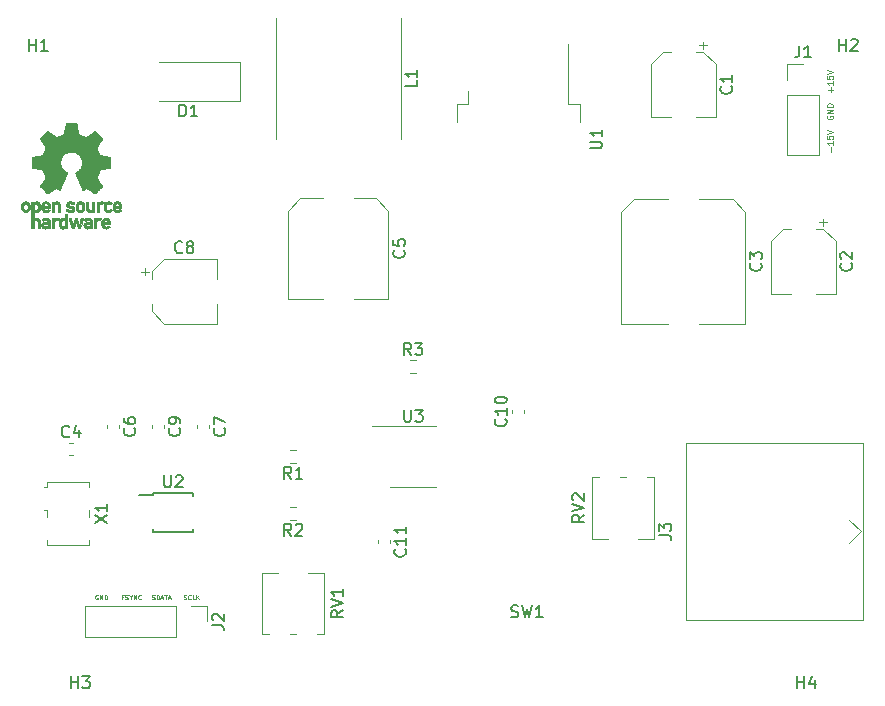
<source format=gbr>
%TF.GenerationSoftware,KiCad,Pcbnew,5.1.9*%
%TF.CreationDate,2021-03-27T23:39:32+08:00*%
%TF.ProjectId,ad-9833,61642d39-3833-4332-9e6b-696361645f70,rev?*%
%TF.SameCoordinates,Original*%
%TF.FileFunction,Legend,Top*%
%TF.FilePolarity,Positive*%
%FSLAX46Y46*%
G04 Gerber Fmt 4.6, Leading zero omitted, Abs format (unit mm)*
G04 Created by KiCad (PCBNEW 5.1.9) date 2021-03-27 23:39:32*
%MOMM*%
%LPD*%
G01*
G04 APERTURE LIST*
%ADD10C,0.076200*%
%ADD11C,0.010000*%
%ADD12C,0.120000*%
%ADD13C,0.150000*%
G04 APERTURE END LIST*
D10*
X92319928Y-105310214D02*
X92374357Y-105328357D01*
X92465071Y-105328357D01*
X92501357Y-105310214D01*
X92519500Y-105292071D01*
X92537642Y-105255785D01*
X92537642Y-105219500D01*
X92519500Y-105183214D01*
X92501357Y-105165071D01*
X92465071Y-105146928D01*
X92392500Y-105128785D01*
X92356214Y-105110642D01*
X92338071Y-105092500D01*
X92319928Y-105056214D01*
X92319928Y-105019928D01*
X92338071Y-104983642D01*
X92356214Y-104965500D01*
X92392500Y-104947357D01*
X92483214Y-104947357D01*
X92537642Y-104965500D01*
X92918642Y-105292071D02*
X92900500Y-105310214D01*
X92846071Y-105328357D01*
X92809785Y-105328357D01*
X92755357Y-105310214D01*
X92719071Y-105273928D01*
X92700928Y-105237642D01*
X92682785Y-105165071D01*
X92682785Y-105110642D01*
X92700928Y-105038071D01*
X92719071Y-105001785D01*
X92755357Y-104965500D01*
X92809785Y-104947357D01*
X92846071Y-104947357D01*
X92900500Y-104965500D01*
X92918642Y-104983642D01*
X93263357Y-105328357D02*
X93081928Y-105328357D01*
X93081928Y-104947357D01*
X93390357Y-105328357D02*
X93390357Y-104947357D01*
X93608071Y-105328357D02*
X93444785Y-105110642D01*
X93608071Y-104947357D02*
X93390357Y-105165071D01*
X89652928Y-105310214D02*
X89707357Y-105328357D01*
X89798071Y-105328357D01*
X89834357Y-105310214D01*
X89852500Y-105292071D01*
X89870642Y-105255785D01*
X89870642Y-105219500D01*
X89852500Y-105183214D01*
X89834357Y-105165071D01*
X89798071Y-105146928D01*
X89725500Y-105128785D01*
X89689214Y-105110642D01*
X89671071Y-105092500D01*
X89652928Y-105056214D01*
X89652928Y-105019928D01*
X89671071Y-104983642D01*
X89689214Y-104965500D01*
X89725500Y-104947357D01*
X89816214Y-104947357D01*
X89870642Y-104965500D01*
X90033928Y-105328357D02*
X90033928Y-104947357D01*
X90124642Y-104947357D01*
X90179071Y-104965500D01*
X90215357Y-105001785D01*
X90233500Y-105038071D01*
X90251642Y-105110642D01*
X90251642Y-105165071D01*
X90233500Y-105237642D01*
X90215357Y-105273928D01*
X90179071Y-105310214D01*
X90124642Y-105328357D01*
X90033928Y-105328357D01*
X90396785Y-105219500D02*
X90578214Y-105219500D01*
X90360500Y-105328357D02*
X90487500Y-104947357D01*
X90614500Y-105328357D01*
X90687071Y-104947357D02*
X90904785Y-104947357D01*
X90795928Y-105328357D02*
X90795928Y-104947357D01*
X91013642Y-105219500D02*
X91195071Y-105219500D01*
X90977357Y-105328357D02*
X91104357Y-104947357D01*
X91231357Y-105328357D01*
X87203642Y-105128785D02*
X87076642Y-105128785D01*
X87076642Y-105328357D02*
X87076642Y-104947357D01*
X87258071Y-104947357D01*
X87385071Y-105310214D02*
X87439500Y-105328357D01*
X87530214Y-105328357D01*
X87566500Y-105310214D01*
X87584642Y-105292071D01*
X87602785Y-105255785D01*
X87602785Y-105219500D01*
X87584642Y-105183214D01*
X87566500Y-105165071D01*
X87530214Y-105146928D01*
X87457642Y-105128785D01*
X87421357Y-105110642D01*
X87403214Y-105092500D01*
X87385071Y-105056214D01*
X87385071Y-105019928D01*
X87403214Y-104983642D01*
X87421357Y-104965500D01*
X87457642Y-104947357D01*
X87548357Y-104947357D01*
X87602785Y-104965500D01*
X87838642Y-105146928D02*
X87838642Y-105328357D01*
X87711642Y-104947357D02*
X87838642Y-105146928D01*
X87965642Y-104947357D01*
X88092642Y-105328357D02*
X88092642Y-104947357D01*
X88310357Y-105328357D01*
X88310357Y-104947357D01*
X88709500Y-105292071D02*
X88691357Y-105310214D01*
X88636928Y-105328357D01*
X88600642Y-105328357D01*
X88546214Y-105310214D01*
X88509928Y-105273928D01*
X88491785Y-105237642D01*
X88473642Y-105165071D01*
X88473642Y-105110642D01*
X88491785Y-105038071D01*
X88509928Y-105001785D01*
X88546214Y-104965500D01*
X88600642Y-104947357D01*
X88636928Y-104947357D01*
X88691357Y-104965500D01*
X88709500Y-104983642D01*
X85053714Y-104965500D02*
X85017428Y-104947357D01*
X84963000Y-104947357D01*
X84908571Y-104965500D01*
X84872285Y-105001785D01*
X84854142Y-105038071D01*
X84836000Y-105110642D01*
X84836000Y-105165071D01*
X84854142Y-105237642D01*
X84872285Y-105273928D01*
X84908571Y-105310214D01*
X84963000Y-105328357D01*
X84999285Y-105328357D01*
X85053714Y-105310214D01*
X85071857Y-105292071D01*
X85071857Y-105165071D01*
X84999285Y-105165071D01*
X85235142Y-105328357D02*
X85235142Y-104947357D01*
X85452857Y-105328357D01*
X85452857Y-104947357D01*
X85634285Y-105328357D02*
X85634285Y-104947357D01*
X85725000Y-104947357D01*
X85779428Y-104965500D01*
X85815714Y-105001785D01*
X85833857Y-105038071D01*
X85852000Y-105110642D01*
X85852000Y-105165071D01*
X85833857Y-105237642D01*
X85815714Y-105273928D01*
X85779428Y-105310214D01*
X85725000Y-105328357D01*
X85634285Y-105328357D01*
X147102285Y-67443047D02*
X147102285Y-67056000D01*
X147295809Y-66548000D02*
X147295809Y-66838285D01*
X147295809Y-66693142D02*
X146787809Y-66693142D01*
X146860380Y-66741523D01*
X146908761Y-66789904D01*
X146932952Y-66838285D01*
X146787809Y-66088380D02*
X146787809Y-66330285D01*
X147029714Y-66354476D01*
X147005523Y-66330285D01*
X146981333Y-66281904D01*
X146981333Y-66160952D01*
X147005523Y-66112571D01*
X147029714Y-66088380D01*
X147078095Y-66064190D01*
X147199047Y-66064190D01*
X147247428Y-66088380D01*
X147271619Y-66112571D01*
X147295809Y-66160952D01*
X147295809Y-66281904D01*
X147271619Y-66330285D01*
X147247428Y-66354476D01*
X146787809Y-65919047D02*
X147295809Y-65749714D01*
X146787809Y-65580380D01*
X146812000Y-64395047D02*
X146787809Y-64443428D01*
X146787809Y-64516000D01*
X146812000Y-64588571D01*
X146860380Y-64636952D01*
X146908761Y-64661142D01*
X147005523Y-64685333D01*
X147078095Y-64685333D01*
X147174857Y-64661142D01*
X147223238Y-64636952D01*
X147271619Y-64588571D01*
X147295809Y-64516000D01*
X147295809Y-64467619D01*
X147271619Y-64395047D01*
X147247428Y-64370857D01*
X147078095Y-64370857D01*
X147078095Y-64467619D01*
X147295809Y-64153142D02*
X146787809Y-64153142D01*
X147295809Y-63862857D01*
X146787809Y-63862857D01*
X147295809Y-63620952D02*
X146787809Y-63620952D01*
X146787809Y-63500000D01*
X146812000Y-63427428D01*
X146860380Y-63379047D01*
X146908761Y-63354857D01*
X147005523Y-63330666D01*
X147078095Y-63330666D01*
X147174857Y-63354857D01*
X147223238Y-63379047D01*
X147271619Y-63427428D01*
X147295809Y-63500000D01*
X147295809Y-63620952D01*
X147102285Y-62363047D02*
X147102285Y-61976000D01*
X147295809Y-62169523D02*
X146908761Y-62169523D01*
X147295809Y-61468000D02*
X147295809Y-61758285D01*
X147295809Y-61613142D02*
X146787809Y-61613142D01*
X146860380Y-61661523D01*
X146908761Y-61709904D01*
X146932952Y-61758285D01*
X146787809Y-61008380D02*
X146787809Y-61250285D01*
X147029714Y-61274476D01*
X147005523Y-61250285D01*
X146981333Y-61201904D01*
X146981333Y-61080952D01*
X147005523Y-61032571D01*
X147029714Y-61008380D01*
X147078095Y-60984190D01*
X147199047Y-60984190D01*
X147247428Y-61008380D01*
X147271619Y-61032571D01*
X147295809Y-61080952D01*
X147295809Y-61201904D01*
X147271619Y-61250285D01*
X147247428Y-61274476D01*
X146787809Y-60839047D02*
X147295809Y-60669714D01*
X146787809Y-60500380D01*
D11*
%TO.C,G\u002A\u002A\u002A*%
G36*
X82893401Y-65024019D02*
G01*
X82969750Y-65024097D01*
X83034108Y-65024263D01*
X83087534Y-65024547D01*
X83131089Y-65024980D01*
X83165830Y-65025589D01*
X83192819Y-65026407D01*
X83213116Y-65027462D01*
X83227779Y-65028784D01*
X83237869Y-65030403D01*
X83244445Y-65032348D01*
X83248568Y-65034651D01*
X83250629Y-65036565D01*
X83254455Y-65045616D01*
X83260196Y-65066570D01*
X83267908Y-65099712D01*
X83277651Y-65145325D01*
X83289484Y-65203694D01*
X83303466Y-65275100D01*
X83319654Y-65359829D01*
X83338108Y-65458163D01*
X83340073Y-65468718D01*
X83354206Y-65544307D01*
X83367774Y-65616166D01*
X83380527Y-65683025D01*
X83392218Y-65743613D01*
X83402598Y-65796660D01*
X83411417Y-65840895D01*
X83418428Y-65875047D01*
X83423382Y-65897846D01*
X83426013Y-65907978D01*
X83435398Y-65924283D01*
X83445259Y-65933676D01*
X83460914Y-65941112D01*
X83487143Y-65952582D01*
X83522313Y-65967438D01*
X83564789Y-65985029D01*
X83612940Y-66004708D01*
X83665131Y-66025825D01*
X83719729Y-66047731D01*
X83775101Y-66069776D01*
X83829614Y-66091312D01*
X83881634Y-66111690D01*
X83929528Y-66130260D01*
X83971663Y-66146373D01*
X84006405Y-66159381D01*
X84032122Y-66168634D01*
X84047180Y-66173483D01*
X84050101Y-66174056D01*
X84057210Y-66172386D01*
X84068975Y-66167051D01*
X84086155Y-66157557D01*
X84109509Y-66143413D01*
X84139795Y-66124127D01*
X84177771Y-66099208D01*
X84224198Y-66068163D01*
X84279832Y-66030501D01*
X84345433Y-65985730D01*
X84421760Y-65933358D01*
X84427413Y-65929472D01*
X84491373Y-65885657D01*
X84552248Y-65844282D01*
X84608981Y-65806046D01*
X84660510Y-65771645D01*
X84705778Y-65741781D01*
X84743724Y-65717150D01*
X84773291Y-65698452D01*
X84793417Y-65686385D01*
X84803045Y-65681649D01*
X84803160Y-65681627D01*
X84807908Y-65681559D01*
X84813744Y-65683285D01*
X84821445Y-65687524D01*
X84831787Y-65694998D01*
X84845548Y-65706428D01*
X84863504Y-65722533D01*
X84886432Y-65744034D01*
X84915108Y-65771652D01*
X84950311Y-65806108D01*
X84992816Y-65848121D01*
X85043400Y-65898413D01*
X85102840Y-65957704D01*
X85129480Y-65984310D01*
X85193601Y-66048447D01*
X85248368Y-66103426D01*
X85294480Y-66149990D01*
X85332634Y-66188883D01*
X85363530Y-66220849D01*
X85387867Y-66246633D01*
X85406343Y-66266977D01*
X85419656Y-66282626D01*
X85428506Y-66294324D01*
X85433591Y-66302815D01*
X85435609Y-66308842D01*
X85435722Y-66310366D01*
X85433421Y-66318263D01*
X85426250Y-66332606D01*
X85413803Y-66354017D01*
X85395676Y-66383121D01*
X85371465Y-66420541D01*
X85340767Y-66466901D01*
X85303176Y-66522826D01*
X85258288Y-66588937D01*
X85205699Y-66665861D01*
X85198414Y-66676485D01*
X85155362Y-66739404D01*
X85114576Y-66799298D01*
X85076780Y-66855080D01*
X85042703Y-66905666D01*
X85013071Y-66949969D01*
X84988609Y-66986903D01*
X84970045Y-67015382D01*
X84958106Y-67034321D01*
X84953610Y-67042352D01*
X84952268Y-67048008D01*
X84952372Y-67055571D01*
X84954359Y-67066198D01*
X84958664Y-67081043D01*
X84965724Y-67101263D01*
X84975973Y-67128014D01*
X84989848Y-67162451D01*
X85007784Y-67205730D01*
X85030218Y-67259006D01*
X85057584Y-67323436D01*
X85074987Y-67364259D01*
X85109884Y-67445568D01*
X85139796Y-67514206D01*
X85164930Y-67570622D01*
X85185493Y-67615265D01*
X85201695Y-67648584D01*
X85213741Y-67671028D01*
X85221840Y-67683047D01*
X85222888Y-67684131D01*
X85228448Y-67688571D01*
X85236070Y-67692811D01*
X85247006Y-67697137D01*
X85262511Y-67701838D01*
X85283839Y-67707200D01*
X85312241Y-67713510D01*
X85348973Y-67721054D01*
X85395288Y-67730120D01*
X85452438Y-67740994D01*
X85521679Y-67753963D01*
X85555777Y-67760310D01*
X85624772Y-67773141D01*
X85693067Y-67785850D01*
X85758649Y-67798059D01*
X85819503Y-67809396D01*
X85873615Y-67819483D01*
X85918972Y-67827947D01*
X85953558Y-67834411D01*
X85967071Y-67836942D01*
X86010148Y-67845756D01*
X86044805Y-67854345D01*
X86069072Y-67862170D01*
X86079960Y-67867737D01*
X86095417Y-67880253D01*
X86095417Y-68314541D01*
X86095392Y-68404118D01*
X86095298Y-68480638D01*
X86095108Y-68545156D01*
X86094794Y-68598726D01*
X86094328Y-68642403D01*
X86093682Y-68677240D01*
X86092828Y-68704293D01*
X86091739Y-68724616D01*
X86090385Y-68739263D01*
X86088741Y-68749289D01*
X86086777Y-68755747D01*
X86084466Y-68759693D01*
X86083625Y-68760620D01*
X86076420Y-68764171D01*
X86060215Y-68769080D01*
X86034379Y-68775478D01*
X85998280Y-68783500D01*
X85951287Y-68793275D01*
X85892770Y-68804938D01*
X85822096Y-68818619D01*
X85738634Y-68834450D01*
X85664766Y-68848281D01*
X85578638Y-68864369D01*
X85505322Y-68878164D01*
X85443746Y-68889900D01*
X85392841Y-68899810D01*
X85351534Y-68908131D01*
X85318755Y-68915095D01*
X85293432Y-68920937D01*
X85274495Y-68925891D01*
X85260873Y-68930192D01*
X85251494Y-68934075D01*
X85245288Y-68937772D01*
X85241834Y-68940812D01*
X85235533Y-68951261D01*
X85224892Y-68973313D01*
X85210548Y-69005363D01*
X85193140Y-69045809D01*
X85173306Y-69093050D01*
X85151684Y-69145483D01*
X85128911Y-69201506D01*
X85105626Y-69259515D01*
X85082466Y-69317909D01*
X85060070Y-69375086D01*
X85039075Y-69429442D01*
X85020120Y-69479376D01*
X85003842Y-69523285D01*
X84990880Y-69559567D01*
X84981872Y-69586619D01*
X84977454Y-69602839D01*
X84977111Y-69605703D01*
X84978274Y-69612609D01*
X84982143Y-69622666D01*
X84989284Y-69636760D01*
X85000265Y-69655776D01*
X85015652Y-69680600D01*
X85036014Y-69712116D01*
X85061917Y-69751211D01*
X85093928Y-69798771D01*
X85132616Y-69855680D01*
X85178547Y-69922824D01*
X85204217Y-69960237D01*
X85258864Y-70040082D01*
X85305561Y-70108885D01*
X85344581Y-70167071D01*
X85376202Y-70215064D01*
X85400697Y-70253288D01*
X85418342Y-70282166D01*
X85429413Y-70302123D01*
X85434185Y-70313583D01*
X85434378Y-70314619D01*
X85434720Y-70319792D01*
X85433898Y-70325315D01*
X85431179Y-70331985D01*
X85425834Y-70340601D01*
X85417129Y-70351961D01*
X85404333Y-70366862D01*
X85386715Y-70386102D01*
X85363543Y-70410481D01*
X85334086Y-70440794D01*
X85297610Y-70477841D01*
X85253386Y-70522419D01*
X85200681Y-70575327D01*
X85138764Y-70637362D01*
X85134953Y-70641178D01*
X85080627Y-70695399D01*
X85028936Y-70746636D01*
X84980791Y-70794010D01*
X84937101Y-70836644D01*
X84898776Y-70873659D01*
X84866724Y-70904177D01*
X84841856Y-70927319D01*
X84825080Y-70942208D01*
X84817308Y-70947964D01*
X84817254Y-70947979D01*
X84798930Y-70947828D01*
X84786951Y-70943793D01*
X84778201Y-70938244D01*
X84759053Y-70925515D01*
X84730725Y-70906434D01*
X84694437Y-70881830D01*
X84651408Y-70852531D01*
X84602858Y-70819365D01*
X84550005Y-70783162D01*
X84498780Y-70747988D01*
X84423361Y-70696167D01*
X84358678Y-70651797D01*
X84303858Y-70614307D01*
X84258029Y-70583125D01*
X84220317Y-70557680D01*
X84189850Y-70537401D01*
X84165755Y-70521717D01*
X84147158Y-70510057D01*
X84133188Y-70501849D01*
X84122971Y-70496521D01*
X84115634Y-70493504D01*
X84110305Y-70492226D01*
X84107698Y-70492056D01*
X84097795Y-70495283D01*
X84077393Y-70504347D01*
X84048377Y-70518326D01*
X84012632Y-70536295D01*
X83972043Y-70557329D01*
X83942112Y-70573195D01*
X83899360Y-70595793D01*
X83860234Y-70615970D01*
X83826601Y-70632803D01*
X83800327Y-70645370D01*
X83783278Y-70652749D01*
X83777845Y-70654333D01*
X83762704Y-70649402D01*
X83757495Y-70644949D01*
X83753263Y-70636615D01*
X83744157Y-70616284D01*
X83730601Y-70584983D01*
X83713017Y-70543743D01*
X83691830Y-70493593D01*
X83667464Y-70435561D01*
X83640342Y-70370678D01*
X83610888Y-70299972D01*
X83579526Y-70224473D01*
X83546681Y-70145210D01*
X83512775Y-70063212D01*
X83478232Y-69979508D01*
X83443477Y-69895128D01*
X83408933Y-69811101D01*
X83375024Y-69728457D01*
X83342173Y-69648224D01*
X83310806Y-69571431D01*
X83281344Y-69499109D01*
X83254213Y-69432286D01*
X83229836Y-69371991D01*
X83208637Y-69319255D01*
X83191039Y-69275105D01*
X83177467Y-69240571D01*
X83168344Y-69216684D01*
X83164095Y-69204471D01*
X83163833Y-69203213D01*
X83169569Y-69187454D01*
X83187616Y-69170636D01*
X83192365Y-69167308D01*
X83266964Y-69115796D01*
X83330611Y-69069580D01*
X83384808Y-69027327D01*
X83431060Y-68987701D01*
X83470871Y-68949368D01*
X83505743Y-68910995D01*
X83537180Y-68871245D01*
X83556275Y-68844345D01*
X83602557Y-68770911D01*
X83639537Y-68698867D01*
X83670128Y-68622535D01*
X83670199Y-68622333D01*
X83687543Y-68569795D01*
X83700271Y-68522118D01*
X83709003Y-68475326D01*
X83714358Y-68425445D01*
X83716955Y-68368499D01*
X83717466Y-68318945D01*
X83716986Y-68264348D01*
X83715395Y-68220682D01*
X83712469Y-68184795D01*
X83707984Y-68153535D01*
X83704410Y-68135500D01*
X83673143Y-68023683D01*
X83629877Y-67918740D01*
X83575292Y-67821352D01*
X83510068Y-67732199D01*
X83434886Y-67651961D01*
X83350424Y-67581317D01*
X83257364Y-67520948D01*
X83156384Y-67471533D01*
X83048166Y-67433753D01*
X82987444Y-67418534D01*
X82944808Y-67411756D01*
X82892232Y-67407245D01*
X82833708Y-67404999D01*
X82773225Y-67405019D01*
X82714771Y-67407305D01*
X82662338Y-67411857D01*
X82620555Y-67418534D01*
X82510322Y-67449439D01*
X82406483Y-67492348D01*
X82309797Y-67546466D01*
X82221028Y-67610997D01*
X82140935Y-67685147D01*
X82070280Y-67768121D01*
X82009824Y-67859124D01*
X81960329Y-67957361D01*
X81922555Y-68062036D01*
X81897263Y-68172355D01*
X81896937Y-68174323D01*
X81890907Y-68227653D01*
X81888334Y-68289521D01*
X81889079Y-68355207D01*
X81893003Y-68419991D01*
X81899969Y-68479153D01*
X81906991Y-68516500D01*
X81939322Y-68626601D01*
X81984099Y-68730923D01*
X82040735Y-68828414D01*
X82108645Y-68918024D01*
X82162182Y-68975111D01*
X82197623Y-69007171D01*
X82243823Y-69044489D01*
X82301265Y-69087431D01*
X82370435Y-69136364D01*
X82415634Y-69167308D01*
X82436078Y-69184493D01*
X82443979Y-69200327D01*
X82444167Y-69203213D01*
X82441523Y-69211576D01*
X82433873Y-69231935D01*
X82421643Y-69263260D01*
X82405255Y-69304522D01*
X82385133Y-69354693D01*
X82361701Y-69412742D01*
X82335383Y-69477640D01*
X82306602Y-69548358D01*
X82275784Y-69623868D01*
X82243350Y-69703139D01*
X82209725Y-69785142D01*
X82175334Y-69868848D01*
X82140599Y-69953228D01*
X82105945Y-70037253D01*
X82071795Y-70119893D01*
X82038573Y-70200120D01*
X82006703Y-70276903D01*
X81976609Y-70349213D01*
X81948715Y-70416022D01*
X81923444Y-70476300D01*
X81901221Y-70529017D01*
X81882468Y-70573145D01*
X81867611Y-70607655D01*
X81857072Y-70631516D01*
X81851276Y-70643700D01*
X81850505Y-70644949D01*
X81837041Y-70653218D01*
X81830227Y-70654333D01*
X81820724Y-70651096D01*
X81800717Y-70642005D01*
X81772073Y-70627987D01*
X81736662Y-70609972D01*
X81696353Y-70588888D01*
X81667049Y-70573245D01*
X81624345Y-70550576D01*
X81585133Y-70530345D01*
X81551309Y-70513487D01*
X81524774Y-70500932D01*
X81507425Y-70493615D01*
X81501867Y-70492107D01*
X81497591Y-70492283D01*
X81492777Y-70493238D01*
X81486513Y-70495567D01*
X81477886Y-70499863D01*
X81465985Y-70506719D01*
X81449897Y-70516732D01*
X81428708Y-70530493D01*
X81401507Y-70548599D01*
X81367381Y-70571641D01*
X81325418Y-70600216D01*
X81274705Y-70634915D01*
X81214329Y-70676335D01*
X81143378Y-70725069D01*
X81131653Y-70733125D01*
X81062962Y-70780311D01*
X81004933Y-70820128D01*
X80956598Y-70853202D01*
X80916991Y-70880157D01*
X80885145Y-70901621D01*
X80860093Y-70918217D01*
X80840869Y-70930572D01*
X80826506Y-70939311D01*
X80816037Y-70945060D01*
X80808496Y-70948444D01*
X80802916Y-70950090D01*
X80798330Y-70950622D01*
X80795485Y-70950667D01*
X80788144Y-70945759D01*
X80771654Y-70931515D01*
X80746762Y-70908655D01*
X80714218Y-70877899D01*
X80674773Y-70839966D01*
X80629176Y-70795575D01*
X80578176Y-70745447D01*
X80522522Y-70690301D01*
X80476655Y-70644557D01*
X80413773Y-70581651D01*
X80360155Y-70527916D01*
X80315073Y-70482560D01*
X80277797Y-70444790D01*
X80247601Y-70413814D01*
X80223755Y-70388839D01*
X80205532Y-70369073D01*
X80192202Y-70353723D01*
X80183039Y-70341997D01*
X80177313Y-70333101D01*
X80174297Y-70326243D01*
X80173261Y-70320632D01*
X80173479Y-70315473D01*
X80173572Y-70314710D01*
X80177280Y-70304688D01*
X80187045Y-70286529D01*
X80203166Y-70259772D01*
X80225942Y-70223957D01*
X80255671Y-70178625D01*
X80292651Y-70123317D01*
X80337182Y-70057572D01*
X80389560Y-69980931D01*
X80403744Y-69960266D01*
X80453477Y-69887737D01*
X80495685Y-69825881D01*
X80530937Y-69773811D01*
X80559799Y-69730643D01*
X80582839Y-69695488D01*
X80600627Y-69667461D01*
X80613729Y-69645675D01*
X80622714Y-69629243D01*
X80628149Y-69617280D01*
X80630603Y-69608899D01*
X80630889Y-69605732D01*
X80628263Y-69593685D01*
X80620812Y-69570238D01*
X80609174Y-69536994D01*
X80593988Y-69495555D01*
X80575893Y-69447526D01*
X80555527Y-69394508D01*
X80533530Y-69338107D01*
X80510540Y-69279924D01*
X80487195Y-69221563D01*
X80464135Y-69164627D01*
X80441998Y-69110720D01*
X80421424Y-69061444D01*
X80403050Y-69018403D01*
X80387515Y-68983201D01*
X80375459Y-68957439D01*
X80367520Y-68942722D01*
X80365844Y-68940490D01*
X80361449Y-68936721D01*
X80354924Y-68932998D01*
X80345195Y-68929085D01*
X80331186Y-68924746D01*
X80311821Y-68919745D01*
X80286025Y-68913847D01*
X80252724Y-68906814D01*
X80210841Y-68898412D01*
X80159301Y-68888403D01*
X80097030Y-68876554D01*
X80022952Y-68862626D01*
X79942563Y-68847610D01*
X79846934Y-68829663D01*
X79764729Y-68813975D01*
X79695458Y-68800443D01*
X79638630Y-68788965D01*
X79593758Y-68779440D01*
X79560352Y-68771764D01*
X79537923Y-68765837D01*
X79525981Y-68761555D01*
X79524025Y-68760275D01*
X79521601Y-68756745D01*
X79519525Y-68750659D01*
X79517763Y-68740944D01*
X79516280Y-68726529D01*
X79515044Y-68706341D01*
X79514018Y-68679308D01*
X79513171Y-68644359D01*
X79512467Y-68600421D01*
X79511872Y-68546423D01*
X79511353Y-68481293D01*
X79510876Y-68403959D01*
X79510511Y-68334571D01*
X79510203Y-68258731D01*
X79510049Y-68186599D01*
X79510041Y-68119500D01*
X79510174Y-68058759D01*
X79510441Y-68005704D01*
X79510836Y-67961658D01*
X79511352Y-67927947D01*
X79511984Y-67905897D01*
X79512605Y-67897322D01*
X79520150Y-67878072D01*
X79532316Y-67864278D01*
X79541945Y-67861188D01*
X79564182Y-67855841D01*
X79597746Y-67848498D01*
X79641359Y-67839416D01*
X79693742Y-67828854D01*
X79753616Y-67817070D01*
X79819703Y-67804322D01*
X79890723Y-67790870D01*
X79953555Y-67779159D01*
X80027753Y-67765309D01*
X80098103Y-67751943D01*
X80163326Y-67739320D01*
X80222141Y-67727697D01*
X80273269Y-67717334D01*
X80315431Y-67708490D01*
X80347346Y-67701423D01*
X80367734Y-67696392D01*
X80375027Y-67693923D01*
X80391384Y-67679618D01*
X80400499Y-67667971D01*
X80405211Y-67658363D01*
X80414831Y-67637148D01*
X80428758Y-67605712D01*
X80446386Y-67565438D01*
X80467112Y-67517709D01*
X80490333Y-67463911D01*
X80515446Y-67405426D01*
X80536050Y-67357228D01*
X80565919Y-67287103D01*
X80590621Y-67228753D01*
X80610597Y-67181002D01*
X80626289Y-67142675D01*
X80638137Y-67112597D01*
X80646582Y-67089594D01*
X80652066Y-67072489D01*
X80655029Y-67060109D01*
X80655912Y-67051279D01*
X80655156Y-67044823D01*
X80654312Y-67042144D01*
X80649020Y-67032792D01*
X80636442Y-67012912D01*
X80617305Y-66983590D01*
X80592337Y-66945915D01*
X80562265Y-66900973D01*
X80527815Y-66849852D01*
X80489715Y-66793638D01*
X80448692Y-66733418D01*
X80409498Y-66676148D01*
X80355768Y-66597609D01*
X80309804Y-66529973D01*
X80271210Y-66472630D01*
X80239591Y-66424971D01*
X80214551Y-66386385D01*
X80195696Y-66356265D01*
X80182631Y-66334000D01*
X80174960Y-66318980D01*
X80172288Y-66310597D01*
X80172278Y-66310261D01*
X80173492Y-66304850D01*
X80177601Y-66297160D01*
X80185302Y-66286449D01*
X80197293Y-66271974D01*
X80214271Y-66252992D01*
X80236936Y-66228760D01*
X80265983Y-66198535D01*
X80302112Y-66161575D01*
X80346020Y-66117136D01*
X80398405Y-66064476D01*
X80459965Y-66002852D01*
X80477619Y-65985210D01*
X80543707Y-65919307D01*
X80600568Y-65862885D01*
X80648842Y-65815339D01*
X80689170Y-65776063D01*
X80722193Y-65744453D01*
X80748551Y-65719902D01*
X80768885Y-65701806D01*
X80783835Y-65689559D01*
X80794044Y-65682555D01*
X80800150Y-65680189D01*
X80800411Y-65680181D01*
X80810412Y-65684273D01*
X80831674Y-65696450D01*
X80863986Y-65716574D01*
X80907141Y-65744510D01*
X80960929Y-65780121D01*
X81025142Y-65823269D01*
X81099571Y-65873819D01*
X81177445Y-65927126D01*
X81254923Y-65980232D01*
X81321617Y-66025713D01*
X81378284Y-66064060D01*
X81425683Y-66095765D01*
X81464573Y-66121319D01*
X81495713Y-66141214D01*
X81519860Y-66155940D01*
X81537774Y-66165988D01*
X81550212Y-66171851D01*
X81557935Y-66174019D01*
X81558748Y-66174056D01*
X81568413Y-66171483D01*
X81589490Y-66164201D01*
X81620337Y-66152860D01*
X81659315Y-66138113D01*
X81704782Y-66120612D01*
X81755097Y-66101008D01*
X81808620Y-66079954D01*
X81863709Y-66058102D01*
X81918724Y-66036103D01*
X81972024Y-66014609D01*
X82021968Y-65994273D01*
X82066915Y-65975746D01*
X82105225Y-65959680D01*
X82135256Y-65946727D01*
X82155367Y-65937539D01*
X82160279Y-65935058D01*
X82173063Y-65923179D01*
X82182026Y-65907978D01*
X82184711Y-65897639D01*
X82189696Y-65874691D01*
X82196733Y-65840406D01*
X82205574Y-65796053D01*
X82215969Y-65742905D01*
X82227671Y-65682231D01*
X82240431Y-65615301D01*
X82254000Y-65543388D01*
X82267947Y-65468738D01*
X82286586Y-65369198D01*
X82302955Y-65283277D01*
X82317117Y-65210678D01*
X82329134Y-65151102D01*
X82339066Y-65104252D01*
X82346976Y-65069830D01*
X82352925Y-65047539D01*
X82356974Y-65037079D01*
X82357353Y-65036586D01*
X82360355Y-65034001D01*
X82365029Y-65031796D01*
X82372435Y-65029939D01*
X82383633Y-65028402D01*
X82399682Y-65027154D01*
X82421644Y-65026165D01*
X82450577Y-65025406D01*
X82487541Y-65024847D01*
X82533597Y-65024458D01*
X82589805Y-65024208D01*
X82657224Y-65024069D01*
X82736914Y-65024010D01*
X82804000Y-65024000D01*
X82893401Y-65024019D01*
G37*
X82893401Y-65024019D02*
X82969750Y-65024097D01*
X83034108Y-65024263D01*
X83087534Y-65024547D01*
X83131089Y-65024980D01*
X83165830Y-65025589D01*
X83192819Y-65026407D01*
X83213116Y-65027462D01*
X83227779Y-65028784D01*
X83237869Y-65030403D01*
X83244445Y-65032348D01*
X83248568Y-65034651D01*
X83250629Y-65036565D01*
X83254455Y-65045616D01*
X83260196Y-65066570D01*
X83267908Y-65099712D01*
X83277651Y-65145325D01*
X83289484Y-65203694D01*
X83303466Y-65275100D01*
X83319654Y-65359829D01*
X83338108Y-65458163D01*
X83340073Y-65468718D01*
X83354206Y-65544307D01*
X83367774Y-65616166D01*
X83380527Y-65683025D01*
X83392218Y-65743613D01*
X83402598Y-65796660D01*
X83411417Y-65840895D01*
X83418428Y-65875047D01*
X83423382Y-65897846D01*
X83426013Y-65907978D01*
X83435398Y-65924283D01*
X83445259Y-65933676D01*
X83460914Y-65941112D01*
X83487143Y-65952582D01*
X83522313Y-65967438D01*
X83564789Y-65985029D01*
X83612940Y-66004708D01*
X83665131Y-66025825D01*
X83719729Y-66047731D01*
X83775101Y-66069776D01*
X83829614Y-66091312D01*
X83881634Y-66111690D01*
X83929528Y-66130260D01*
X83971663Y-66146373D01*
X84006405Y-66159381D01*
X84032122Y-66168634D01*
X84047180Y-66173483D01*
X84050101Y-66174056D01*
X84057210Y-66172386D01*
X84068975Y-66167051D01*
X84086155Y-66157557D01*
X84109509Y-66143413D01*
X84139795Y-66124127D01*
X84177771Y-66099208D01*
X84224198Y-66068163D01*
X84279832Y-66030501D01*
X84345433Y-65985730D01*
X84421760Y-65933358D01*
X84427413Y-65929472D01*
X84491373Y-65885657D01*
X84552248Y-65844282D01*
X84608981Y-65806046D01*
X84660510Y-65771645D01*
X84705778Y-65741781D01*
X84743724Y-65717150D01*
X84773291Y-65698452D01*
X84793417Y-65686385D01*
X84803045Y-65681649D01*
X84803160Y-65681627D01*
X84807908Y-65681559D01*
X84813744Y-65683285D01*
X84821445Y-65687524D01*
X84831787Y-65694998D01*
X84845548Y-65706428D01*
X84863504Y-65722533D01*
X84886432Y-65744034D01*
X84915108Y-65771652D01*
X84950311Y-65806108D01*
X84992816Y-65848121D01*
X85043400Y-65898413D01*
X85102840Y-65957704D01*
X85129480Y-65984310D01*
X85193601Y-66048447D01*
X85248368Y-66103426D01*
X85294480Y-66149990D01*
X85332634Y-66188883D01*
X85363530Y-66220849D01*
X85387867Y-66246633D01*
X85406343Y-66266977D01*
X85419656Y-66282626D01*
X85428506Y-66294324D01*
X85433591Y-66302815D01*
X85435609Y-66308842D01*
X85435722Y-66310366D01*
X85433421Y-66318263D01*
X85426250Y-66332606D01*
X85413803Y-66354017D01*
X85395676Y-66383121D01*
X85371465Y-66420541D01*
X85340767Y-66466901D01*
X85303176Y-66522826D01*
X85258288Y-66588937D01*
X85205699Y-66665861D01*
X85198414Y-66676485D01*
X85155362Y-66739404D01*
X85114576Y-66799298D01*
X85076780Y-66855080D01*
X85042703Y-66905666D01*
X85013071Y-66949969D01*
X84988609Y-66986903D01*
X84970045Y-67015382D01*
X84958106Y-67034321D01*
X84953610Y-67042352D01*
X84952268Y-67048008D01*
X84952372Y-67055571D01*
X84954359Y-67066198D01*
X84958664Y-67081043D01*
X84965724Y-67101263D01*
X84975973Y-67128014D01*
X84989848Y-67162451D01*
X85007784Y-67205730D01*
X85030218Y-67259006D01*
X85057584Y-67323436D01*
X85074987Y-67364259D01*
X85109884Y-67445568D01*
X85139796Y-67514206D01*
X85164930Y-67570622D01*
X85185493Y-67615265D01*
X85201695Y-67648584D01*
X85213741Y-67671028D01*
X85221840Y-67683047D01*
X85222888Y-67684131D01*
X85228448Y-67688571D01*
X85236070Y-67692811D01*
X85247006Y-67697137D01*
X85262511Y-67701838D01*
X85283839Y-67707200D01*
X85312241Y-67713510D01*
X85348973Y-67721054D01*
X85395288Y-67730120D01*
X85452438Y-67740994D01*
X85521679Y-67753963D01*
X85555777Y-67760310D01*
X85624772Y-67773141D01*
X85693067Y-67785850D01*
X85758649Y-67798059D01*
X85819503Y-67809396D01*
X85873615Y-67819483D01*
X85918972Y-67827947D01*
X85953558Y-67834411D01*
X85967071Y-67836942D01*
X86010148Y-67845756D01*
X86044805Y-67854345D01*
X86069072Y-67862170D01*
X86079960Y-67867737D01*
X86095417Y-67880253D01*
X86095417Y-68314541D01*
X86095392Y-68404118D01*
X86095298Y-68480638D01*
X86095108Y-68545156D01*
X86094794Y-68598726D01*
X86094328Y-68642403D01*
X86093682Y-68677240D01*
X86092828Y-68704293D01*
X86091739Y-68724616D01*
X86090385Y-68739263D01*
X86088741Y-68749289D01*
X86086777Y-68755747D01*
X86084466Y-68759693D01*
X86083625Y-68760620D01*
X86076420Y-68764171D01*
X86060215Y-68769080D01*
X86034379Y-68775478D01*
X85998280Y-68783500D01*
X85951287Y-68793275D01*
X85892770Y-68804938D01*
X85822096Y-68818619D01*
X85738634Y-68834450D01*
X85664766Y-68848281D01*
X85578638Y-68864369D01*
X85505322Y-68878164D01*
X85443746Y-68889900D01*
X85392841Y-68899810D01*
X85351534Y-68908131D01*
X85318755Y-68915095D01*
X85293432Y-68920937D01*
X85274495Y-68925891D01*
X85260873Y-68930192D01*
X85251494Y-68934075D01*
X85245288Y-68937772D01*
X85241834Y-68940812D01*
X85235533Y-68951261D01*
X85224892Y-68973313D01*
X85210548Y-69005363D01*
X85193140Y-69045809D01*
X85173306Y-69093050D01*
X85151684Y-69145483D01*
X85128911Y-69201506D01*
X85105626Y-69259515D01*
X85082466Y-69317909D01*
X85060070Y-69375086D01*
X85039075Y-69429442D01*
X85020120Y-69479376D01*
X85003842Y-69523285D01*
X84990880Y-69559567D01*
X84981872Y-69586619D01*
X84977454Y-69602839D01*
X84977111Y-69605703D01*
X84978274Y-69612609D01*
X84982143Y-69622666D01*
X84989284Y-69636760D01*
X85000265Y-69655776D01*
X85015652Y-69680600D01*
X85036014Y-69712116D01*
X85061917Y-69751211D01*
X85093928Y-69798771D01*
X85132616Y-69855680D01*
X85178547Y-69922824D01*
X85204217Y-69960237D01*
X85258864Y-70040082D01*
X85305561Y-70108885D01*
X85344581Y-70167071D01*
X85376202Y-70215064D01*
X85400697Y-70253288D01*
X85418342Y-70282166D01*
X85429413Y-70302123D01*
X85434185Y-70313583D01*
X85434378Y-70314619D01*
X85434720Y-70319792D01*
X85433898Y-70325315D01*
X85431179Y-70331985D01*
X85425834Y-70340601D01*
X85417129Y-70351961D01*
X85404333Y-70366862D01*
X85386715Y-70386102D01*
X85363543Y-70410481D01*
X85334086Y-70440794D01*
X85297610Y-70477841D01*
X85253386Y-70522419D01*
X85200681Y-70575327D01*
X85138764Y-70637362D01*
X85134953Y-70641178D01*
X85080627Y-70695399D01*
X85028936Y-70746636D01*
X84980791Y-70794010D01*
X84937101Y-70836644D01*
X84898776Y-70873659D01*
X84866724Y-70904177D01*
X84841856Y-70927319D01*
X84825080Y-70942208D01*
X84817308Y-70947964D01*
X84817254Y-70947979D01*
X84798930Y-70947828D01*
X84786951Y-70943793D01*
X84778201Y-70938244D01*
X84759053Y-70925515D01*
X84730725Y-70906434D01*
X84694437Y-70881830D01*
X84651408Y-70852531D01*
X84602858Y-70819365D01*
X84550005Y-70783162D01*
X84498780Y-70747988D01*
X84423361Y-70696167D01*
X84358678Y-70651797D01*
X84303858Y-70614307D01*
X84258029Y-70583125D01*
X84220317Y-70557680D01*
X84189850Y-70537401D01*
X84165755Y-70521717D01*
X84147158Y-70510057D01*
X84133188Y-70501849D01*
X84122971Y-70496521D01*
X84115634Y-70493504D01*
X84110305Y-70492226D01*
X84107698Y-70492056D01*
X84097795Y-70495283D01*
X84077393Y-70504347D01*
X84048377Y-70518326D01*
X84012632Y-70536295D01*
X83972043Y-70557329D01*
X83942112Y-70573195D01*
X83899360Y-70595793D01*
X83860234Y-70615970D01*
X83826601Y-70632803D01*
X83800327Y-70645370D01*
X83783278Y-70652749D01*
X83777845Y-70654333D01*
X83762704Y-70649402D01*
X83757495Y-70644949D01*
X83753263Y-70636615D01*
X83744157Y-70616284D01*
X83730601Y-70584983D01*
X83713017Y-70543743D01*
X83691830Y-70493593D01*
X83667464Y-70435561D01*
X83640342Y-70370678D01*
X83610888Y-70299972D01*
X83579526Y-70224473D01*
X83546681Y-70145210D01*
X83512775Y-70063212D01*
X83478232Y-69979508D01*
X83443477Y-69895128D01*
X83408933Y-69811101D01*
X83375024Y-69728457D01*
X83342173Y-69648224D01*
X83310806Y-69571431D01*
X83281344Y-69499109D01*
X83254213Y-69432286D01*
X83229836Y-69371991D01*
X83208637Y-69319255D01*
X83191039Y-69275105D01*
X83177467Y-69240571D01*
X83168344Y-69216684D01*
X83164095Y-69204471D01*
X83163833Y-69203213D01*
X83169569Y-69187454D01*
X83187616Y-69170636D01*
X83192365Y-69167308D01*
X83266964Y-69115796D01*
X83330611Y-69069580D01*
X83384808Y-69027327D01*
X83431060Y-68987701D01*
X83470871Y-68949368D01*
X83505743Y-68910995D01*
X83537180Y-68871245D01*
X83556275Y-68844345D01*
X83602557Y-68770911D01*
X83639537Y-68698867D01*
X83670128Y-68622535D01*
X83670199Y-68622333D01*
X83687543Y-68569795D01*
X83700271Y-68522118D01*
X83709003Y-68475326D01*
X83714358Y-68425445D01*
X83716955Y-68368499D01*
X83717466Y-68318945D01*
X83716986Y-68264348D01*
X83715395Y-68220682D01*
X83712469Y-68184795D01*
X83707984Y-68153535D01*
X83704410Y-68135500D01*
X83673143Y-68023683D01*
X83629877Y-67918740D01*
X83575292Y-67821352D01*
X83510068Y-67732199D01*
X83434886Y-67651961D01*
X83350424Y-67581317D01*
X83257364Y-67520948D01*
X83156384Y-67471533D01*
X83048166Y-67433753D01*
X82987444Y-67418534D01*
X82944808Y-67411756D01*
X82892232Y-67407245D01*
X82833708Y-67404999D01*
X82773225Y-67405019D01*
X82714771Y-67407305D01*
X82662338Y-67411857D01*
X82620555Y-67418534D01*
X82510322Y-67449439D01*
X82406483Y-67492348D01*
X82309797Y-67546466D01*
X82221028Y-67610997D01*
X82140935Y-67685147D01*
X82070280Y-67768121D01*
X82009824Y-67859124D01*
X81960329Y-67957361D01*
X81922555Y-68062036D01*
X81897263Y-68172355D01*
X81896937Y-68174323D01*
X81890907Y-68227653D01*
X81888334Y-68289521D01*
X81889079Y-68355207D01*
X81893003Y-68419991D01*
X81899969Y-68479153D01*
X81906991Y-68516500D01*
X81939322Y-68626601D01*
X81984099Y-68730923D01*
X82040735Y-68828414D01*
X82108645Y-68918024D01*
X82162182Y-68975111D01*
X82197623Y-69007171D01*
X82243823Y-69044489D01*
X82301265Y-69087431D01*
X82370435Y-69136364D01*
X82415634Y-69167308D01*
X82436078Y-69184493D01*
X82443979Y-69200327D01*
X82444167Y-69203213D01*
X82441523Y-69211576D01*
X82433873Y-69231935D01*
X82421643Y-69263260D01*
X82405255Y-69304522D01*
X82385133Y-69354693D01*
X82361701Y-69412742D01*
X82335383Y-69477640D01*
X82306602Y-69548358D01*
X82275784Y-69623868D01*
X82243350Y-69703139D01*
X82209725Y-69785142D01*
X82175334Y-69868848D01*
X82140599Y-69953228D01*
X82105945Y-70037253D01*
X82071795Y-70119893D01*
X82038573Y-70200120D01*
X82006703Y-70276903D01*
X81976609Y-70349213D01*
X81948715Y-70416022D01*
X81923444Y-70476300D01*
X81901221Y-70529017D01*
X81882468Y-70573145D01*
X81867611Y-70607655D01*
X81857072Y-70631516D01*
X81851276Y-70643700D01*
X81850505Y-70644949D01*
X81837041Y-70653218D01*
X81830227Y-70654333D01*
X81820724Y-70651096D01*
X81800717Y-70642005D01*
X81772073Y-70627987D01*
X81736662Y-70609972D01*
X81696353Y-70588888D01*
X81667049Y-70573245D01*
X81624345Y-70550576D01*
X81585133Y-70530345D01*
X81551309Y-70513487D01*
X81524774Y-70500932D01*
X81507425Y-70493615D01*
X81501867Y-70492107D01*
X81497591Y-70492283D01*
X81492777Y-70493238D01*
X81486513Y-70495567D01*
X81477886Y-70499863D01*
X81465985Y-70506719D01*
X81449897Y-70516732D01*
X81428708Y-70530493D01*
X81401507Y-70548599D01*
X81367381Y-70571641D01*
X81325418Y-70600216D01*
X81274705Y-70634915D01*
X81214329Y-70676335D01*
X81143378Y-70725069D01*
X81131653Y-70733125D01*
X81062962Y-70780311D01*
X81004933Y-70820128D01*
X80956598Y-70853202D01*
X80916991Y-70880157D01*
X80885145Y-70901621D01*
X80860093Y-70918217D01*
X80840869Y-70930572D01*
X80826506Y-70939311D01*
X80816037Y-70945060D01*
X80808496Y-70948444D01*
X80802916Y-70950090D01*
X80798330Y-70950622D01*
X80795485Y-70950667D01*
X80788144Y-70945759D01*
X80771654Y-70931515D01*
X80746762Y-70908655D01*
X80714218Y-70877899D01*
X80674773Y-70839966D01*
X80629176Y-70795575D01*
X80578176Y-70745447D01*
X80522522Y-70690301D01*
X80476655Y-70644557D01*
X80413773Y-70581651D01*
X80360155Y-70527916D01*
X80315073Y-70482560D01*
X80277797Y-70444790D01*
X80247601Y-70413814D01*
X80223755Y-70388839D01*
X80205532Y-70369073D01*
X80192202Y-70353723D01*
X80183039Y-70341997D01*
X80177313Y-70333101D01*
X80174297Y-70326243D01*
X80173261Y-70320632D01*
X80173479Y-70315473D01*
X80173572Y-70314710D01*
X80177280Y-70304688D01*
X80187045Y-70286529D01*
X80203166Y-70259772D01*
X80225942Y-70223957D01*
X80255671Y-70178625D01*
X80292651Y-70123317D01*
X80337182Y-70057572D01*
X80389560Y-69980931D01*
X80403744Y-69960266D01*
X80453477Y-69887737D01*
X80495685Y-69825881D01*
X80530937Y-69773811D01*
X80559799Y-69730643D01*
X80582839Y-69695488D01*
X80600627Y-69667461D01*
X80613729Y-69645675D01*
X80622714Y-69629243D01*
X80628149Y-69617280D01*
X80630603Y-69608899D01*
X80630889Y-69605732D01*
X80628263Y-69593685D01*
X80620812Y-69570238D01*
X80609174Y-69536994D01*
X80593988Y-69495555D01*
X80575893Y-69447526D01*
X80555527Y-69394508D01*
X80533530Y-69338107D01*
X80510540Y-69279924D01*
X80487195Y-69221563D01*
X80464135Y-69164627D01*
X80441998Y-69110720D01*
X80421424Y-69061444D01*
X80403050Y-69018403D01*
X80387515Y-68983201D01*
X80375459Y-68957439D01*
X80367520Y-68942722D01*
X80365844Y-68940490D01*
X80361449Y-68936721D01*
X80354924Y-68932998D01*
X80345195Y-68929085D01*
X80331186Y-68924746D01*
X80311821Y-68919745D01*
X80286025Y-68913847D01*
X80252724Y-68906814D01*
X80210841Y-68898412D01*
X80159301Y-68888403D01*
X80097030Y-68876554D01*
X80022952Y-68862626D01*
X79942563Y-68847610D01*
X79846934Y-68829663D01*
X79764729Y-68813975D01*
X79695458Y-68800443D01*
X79638630Y-68788965D01*
X79593758Y-68779440D01*
X79560352Y-68771764D01*
X79537923Y-68765837D01*
X79525981Y-68761555D01*
X79524025Y-68760275D01*
X79521601Y-68756745D01*
X79519525Y-68750659D01*
X79517763Y-68740944D01*
X79516280Y-68726529D01*
X79515044Y-68706341D01*
X79514018Y-68679308D01*
X79513171Y-68644359D01*
X79512467Y-68600421D01*
X79511872Y-68546423D01*
X79511353Y-68481293D01*
X79510876Y-68403959D01*
X79510511Y-68334571D01*
X79510203Y-68258731D01*
X79510049Y-68186599D01*
X79510041Y-68119500D01*
X79510174Y-68058759D01*
X79510441Y-68005704D01*
X79510836Y-67961658D01*
X79511352Y-67927947D01*
X79511984Y-67905897D01*
X79512605Y-67897322D01*
X79520150Y-67878072D01*
X79532316Y-67864278D01*
X79541945Y-67861188D01*
X79564182Y-67855841D01*
X79597746Y-67848498D01*
X79641359Y-67839416D01*
X79693742Y-67828854D01*
X79753616Y-67817070D01*
X79819703Y-67804322D01*
X79890723Y-67790870D01*
X79953555Y-67779159D01*
X80027753Y-67765309D01*
X80098103Y-67751943D01*
X80163326Y-67739320D01*
X80222141Y-67727697D01*
X80273269Y-67717334D01*
X80315431Y-67708490D01*
X80347346Y-67701423D01*
X80367734Y-67696392D01*
X80375027Y-67693923D01*
X80391384Y-67679618D01*
X80400499Y-67667971D01*
X80405211Y-67658363D01*
X80414831Y-67637148D01*
X80428758Y-67605712D01*
X80446386Y-67565438D01*
X80467112Y-67517709D01*
X80490333Y-67463911D01*
X80515446Y-67405426D01*
X80536050Y-67357228D01*
X80565919Y-67287103D01*
X80590621Y-67228753D01*
X80610597Y-67181002D01*
X80626289Y-67142675D01*
X80638137Y-67112597D01*
X80646582Y-67089594D01*
X80652066Y-67072489D01*
X80655029Y-67060109D01*
X80655912Y-67051279D01*
X80655156Y-67044823D01*
X80654312Y-67042144D01*
X80649020Y-67032792D01*
X80636442Y-67012912D01*
X80617305Y-66983590D01*
X80592337Y-66945915D01*
X80562265Y-66900973D01*
X80527815Y-66849852D01*
X80489715Y-66793638D01*
X80448692Y-66733418D01*
X80409498Y-66676148D01*
X80355768Y-66597609D01*
X80309804Y-66529973D01*
X80271210Y-66472630D01*
X80239591Y-66424971D01*
X80214551Y-66386385D01*
X80195696Y-66356265D01*
X80182631Y-66334000D01*
X80174960Y-66318980D01*
X80172288Y-66310597D01*
X80172278Y-66310261D01*
X80173492Y-66304850D01*
X80177601Y-66297160D01*
X80185302Y-66286449D01*
X80197293Y-66271974D01*
X80214271Y-66252992D01*
X80236936Y-66228760D01*
X80265983Y-66198535D01*
X80302112Y-66161575D01*
X80346020Y-66117136D01*
X80398405Y-66064476D01*
X80459965Y-66002852D01*
X80477619Y-65985210D01*
X80543707Y-65919307D01*
X80600568Y-65862885D01*
X80648842Y-65815339D01*
X80689170Y-65776063D01*
X80722193Y-65744453D01*
X80748551Y-65719902D01*
X80768885Y-65701806D01*
X80783835Y-65689559D01*
X80794044Y-65682555D01*
X80800150Y-65680189D01*
X80800411Y-65680181D01*
X80810412Y-65684273D01*
X80831674Y-65696450D01*
X80863986Y-65716574D01*
X80907141Y-65744510D01*
X80960929Y-65780121D01*
X81025142Y-65823269D01*
X81099571Y-65873819D01*
X81177445Y-65927126D01*
X81254923Y-65980232D01*
X81321617Y-66025713D01*
X81378284Y-66064060D01*
X81425683Y-66095765D01*
X81464573Y-66121319D01*
X81495713Y-66141214D01*
X81519860Y-66155940D01*
X81537774Y-66165988D01*
X81550212Y-66171851D01*
X81557935Y-66174019D01*
X81558748Y-66174056D01*
X81568413Y-66171483D01*
X81589490Y-66164201D01*
X81620337Y-66152860D01*
X81659315Y-66138113D01*
X81704782Y-66120612D01*
X81755097Y-66101008D01*
X81808620Y-66079954D01*
X81863709Y-66058102D01*
X81918724Y-66036103D01*
X81972024Y-66014609D01*
X82021968Y-65994273D01*
X82066915Y-65975746D01*
X82105225Y-65959680D01*
X82135256Y-65946727D01*
X82155367Y-65937539D01*
X82160279Y-65935058D01*
X82173063Y-65923179D01*
X82182026Y-65907978D01*
X82184711Y-65897639D01*
X82189696Y-65874691D01*
X82196733Y-65840406D01*
X82205574Y-65796053D01*
X82215969Y-65742905D01*
X82227671Y-65682231D01*
X82240431Y-65615301D01*
X82254000Y-65543388D01*
X82267947Y-65468738D01*
X82286586Y-65369198D01*
X82302955Y-65283277D01*
X82317117Y-65210678D01*
X82329134Y-65151102D01*
X82339066Y-65104252D01*
X82346976Y-65069830D01*
X82352925Y-65047539D01*
X82356974Y-65037079D01*
X82357353Y-65036586D01*
X82360355Y-65034001D01*
X82365029Y-65031796D01*
X82372435Y-65029939D01*
X82383633Y-65028402D01*
X82399682Y-65027154D01*
X82421644Y-65026165D01*
X82450577Y-65025406D01*
X82487541Y-65024847D01*
X82533597Y-65024458D01*
X82589805Y-65024208D01*
X82657224Y-65024069D01*
X82736914Y-65024010D01*
X82804000Y-65024000D01*
X82893401Y-65024019D01*
G36*
X85429875Y-71627675D02*
G01*
X85464905Y-71637001D01*
X85501064Y-71650639D01*
X85533355Y-71666434D01*
X85556781Y-71682235D01*
X85557054Y-71682474D01*
X85561150Y-71687426D01*
X85561563Y-71693746D01*
X85557164Y-71703304D01*
X85546826Y-71717975D01*
X85529421Y-71739630D01*
X85505253Y-71768446D01*
X85441481Y-71843886D01*
X85402329Y-71824137D01*
X85358332Y-71808679D01*
X85311927Y-71804130D01*
X85267473Y-71810675D01*
X85248356Y-71817697D01*
X85218801Y-71836911D01*
X85191207Y-71864831D01*
X85169928Y-71896505D01*
X85161688Y-71916279D01*
X85159303Y-71930677D01*
X85157344Y-71956793D01*
X85155800Y-71995061D01*
X85154660Y-72045915D01*
X85153912Y-72109792D01*
X85153544Y-72187126D01*
X85153500Y-72230305D01*
X85153500Y-72517000D01*
X84970055Y-72517000D01*
X84970055Y-71635056D01*
X85153500Y-71635056D01*
X85153500Y-71724610D01*
X85182992Y-71697384D01*
X85228785Y-71664100D01*
X85282374Y-71640014D01*
X85340031Y-71626178D01*
X85398026Y-71623645D01*
X85429875Y-71627675D01*
G37*
X85429875Y-71627675D02*
X85464905Y-71637001D01*
X85501064Y-71650639D01*
X85533355Y-71666434D01*
X85556781Y-71682235D01*
X85557054Y-71682474D01*
X85561150Y-71687426D01*
X85561563Y-71693746D01*
X85557164Y-71703304D01*
X85546826Y-71717975D01*
X85529421Y-71739630D01*
X85505253Y-71768446D01*
X85441481Y-71843886D01*
X85402329Y-71824137D01*
X85358332Y-71808679D01*
X85311927Y-71804130D01*
X85267473Y-71810675D01*
X85248356Y-71817697D01*
X85218801Y-71836911D01*
X85191207Y-71864831D01*
X85169928Y-71896505D01*
X85161688Y-71916279D01*
X85159303Y-71930677D01*
X85157344Y-71956793D01*
X85155800Y-71995061D01*
X85154660Y-72045915D01*
X85153912Y-72109792D01*
X85153544Y-72187126D01*
X85153500Y-72230305D01*
X85153500Y-72517000D01*
X84970055Y-72517000D01*
X84970055Y-71635056D01*
X85153500Y-71635056D01*
X85153500Y-71724610D01*
X85182992Y-71697384D01*
X85228785Y-71664100D01*
X85282374Y-71640014D01*
X85340031Y-71626178D01*
X85398026Y-71623645D01*
X85429875Y-71627675D01*
G36*
X81633833Y-71633097D02*
G01*
X81687428Y-71652396D01*
X81736668Y-71681302D01*
X81779808Y-71719297D01*
X81815102Y-71765863D01*
X81840803Y-71820483D01*
X81847605Y-71842913D01*
X81850303Y-71855320D01*
X81852535Y-71870818D01*
X81854343Y-71890738D01*
X81855766Y-71916409D01*
X81856847Y-71949164D01*
X81857625Y-71990332D01*
X81858141Y-72041245D01*
X81858436Y-72103232D01*
X81858550Y-72177624D01*
X81858555Y-72200982D01*
X81858555Y-72517000D01*
X81682890Y-72517000D01*
X81680764Y-72225958D01*
X81680212Y-72154013D01*
X81679655Y-72094765D01*
X81679019Y-72046801D01*
X81678230Y-72008709D01*
X81677215Y-71979076D01*
X81675898Y-71956487D01*
X81674205Y-71939531D01*
X81672062Y-71926793D01*
X81669395Y-71916861D01*
X81666130Y-71908321D01*
X81663800Y-71903167D01*
X81637226Y-71861134D01*
X81602480Y-71830239D01*
X81560605Y-71811161D01*
X81512833Y-71804583D01*
X81469584Y-71807256D01*
X81435361Y-71816608D01*
X81406040Y-71834203D01*
X81385777Y-71852718D01*
X81373709Y-71865357D01*
X81363681Y-71877065D01*
X81355490Y-71889243D01*
X81348933Y-71903288D01*
X81343808Y-71920601D01*
X81339911Y-71942582D01*
X81337041Y-71970630D01*
X81334993Y-72006145D01*
X81333567Y-72050525D01*
X81332557Y-72105171D01*
X81331763Y-72171483D01*
X81331189Y-72229486D01*
X81328403Y-72517000D01*
X81153000Y-72517000D01*
X81153000Y-71635056D01*
X81329389Y-71635056D01*
X81329389Y-71728575D01*
X81361667Y-71698822D01*
X81410839Y-71662321D01*
X81464387Y-71638016D01*
X81520567Y-71625389D01*
X81577631Y-71623922D01*
X81633833Y-71633097D01*
G37*
X81633833Y-71633097D02*
X81687428Y-71652396D01*
X81736668Y-71681302D01*
X81779808Y-71719297D01*
X81815102Y-71765863D01*
X81840803Y-71820483D01*
X81847605Y-71842913D01*
X81850303Y-71855320D01*
X81852535Y-71870818D01*
X81854343Y-71890738D01*
X81855766Y-71916409D01*
X81856847Y-71949164D01*
X81857625Y-71990332D01*
X81858141Y-72041245D01*
X81858436Y-72103232D01*
X81858550Y-72177624D01*
X81858555Y-72200982D01*
X81858555Y-72517000D01*
X81682890Y-72517000D01*
X81680764Y-72225958D01*
X81680212Y-72154013D01*
X81679655Y-72094765D01*
X81679019Y-72046801D01*
X81678230Y-72008709D01*
X81677215Y-71979076D01*
X81675898Y-71956487D01*
X81674205Y-71939531D01*
X81672062Y-71926793D01*
X81669395Y-71916861D01*
X81666130Y-71908321D01*
X81663800Y-71903167D01*
X81637226Y-71861134D01*
X81602480Y-71830239D01*
X81560605Y-71811161D01*
X81512833Y-71804583D01*
X81469584Y-71807256D01*
X81435361Y-71816608D01*
X81406040Y-71834203D01*
X81385777Y-71852718D01*
X81373709Y-71865357D01*
X81363681Y-71877065D01*
X81355490Y-71889243D01*
X81348933Y-71903288D01*
X81343808Y-71920601D01*
X81339911Y-71942582D01*
X81337041Y-71970630D01*
X81334993Y-72006145D01*
X81333567Y-72050525D01*
X81332557Y-72105171D01*
X81331763Y-72171483D01*
X81331189Y-72229486D01*
X81328403Y-72517000D01*
X81153000Y-72517000D01*
X81153000Y-71635056D01*
X81329389Y-71635056D01*
X81329389Y-71728575D01*
X81361667Y-71698822D01*
X81410839Y-71662321D01*
X81464387Y-71638016D01*
X81520567Y-71625389D01*
X81577631Y-71623922D01*
X81633833Y-71633097D01*
G36*
X86735891Y-71628227D02*
G01*
X86797861Y-71644289D01*
X86857120Y-71671620D01*
X86912024Y-71710444D01*
X86938372Y-71735316D01*
X86976464Y-71782711D01*
X87006290Y-71837976D01*
X87017632Y-71866466D01*
X87023485Y-71885137D01*
X87027847Y-71906013D01*
X87031031Y-71931869D01*
X87033354Y-71965479D01*
X87035128Y-72009617D01*
X87035588Y-72024875D01*
X87038961Y-72143056D01*
X86485676Y-72143056D01*
X86490648Y-72180097D01*
X86503713Y-72234954D01*
X86526812Y-72279912D01*
X86559882Y-72314902D01*
X86602857Y-72339854D01*
X86653067Y-72354246D01*
X86708184Y-72357260D01*
X86764300Y-72347843D01*
X86817969Y-72326957D01*
X86865743Y-72295561D01*
X86866797Y-72294680D01*
X86885259Y-72282574D01*
X86897895Y-72281766D01*
X86898198Y-72281942D01*
X86912500Y-72292097D01*
X86932060Y-72307814D01*
X86954231Y-72326726D01*
X86976366Y-72346467D01*
X86995819Y-72364670D01*
X87009942Y-72378969D01*
X87016090Y-72386997D01*
X87016167Y-72387422D01*
X87010762Y-72396534D01*
X86996342Y-72411233D01*
X86975594Y-72429224D01*
X86951207Y-72448212D01*
X86925871Y-72465902D01*
X86919283Y-72470115D01*
X86868754Y-72495052D01*
X86809390Y-72513334D01*
X86745178Y-72524209D01*
X86680102Y-72526923D01*
X86636388Y-72523593D01*
X86563928Y-72508148D01*
X86500578Y-72481955D01*
X86446166Y-72444895D01*
X86400516Y-72396845D01*
X86363456Y-72337686D01*
X86360532Y-72331803D01*
X86339992Y-72284401D01*
X86325457Y-72237318D01*
X86316351Y-72187205D01*
X86312099Y-72130714D01*
X86312126Y-72064496D01*
X86312513Y-72052084D01*
X86315469Y-71994739D01*
X86316160Y-71988181D01*
X86487000Y-71988181D01*
X86493862Y-71990222D01*
X86513683Y-71991946D01*
X86545311Y-71993312D01*
X86587595Y-71994278D01*
X86639387Y-71994803D01*
X86673796Y-71994889D01*
X86860592Y-71994889D01*
X86856536Y-71971958D01*
X86842060Y-71914425D01*
X86820776Y-71868830D01*
X86792075Y-71834433D01*
X86755345Y-71810495D01*
X86711879Y-71796651D01*
X86662540Y-71793042D01*
X86615575Y-71801507D01*
X86573426Y-71821029D01*
X86538537Y-71850595D01*
X86519922Y-71876411D01*
X86509204Y-71899657D01*
X86499008Y-71929280D01*
X86491077Y-71959363D01*
X86487152Y-71983990D01*
X86487000Y-71988181D01*
X86316160Y-71988181D01*
X86320429Y-71947728D01*
X86328199Y-71907327D01*
X86339585Y-71869811D01*
X86355391Y-71831453D01*
X86364246Y-71812750D01*
X86399175Y-71756124D01*
X86442899Y-71709218D01*
X86493771Y-71672252D01*
X86550151Y-71645449D01*
X86610393Y-71629029D01*
X86672854Y-71623214D01*
X86735891Y-71628227D01*
G37*
X86735891Y-71628227D02*
X86797861Y-71644289D01*
X86857120Y-71671620D01*
X86912024Y-71710444D01*
X86938372Y-71735316D01*
X86976464Y-71782711D01*
X87006290Y-71837976D01*
X87017632Y-71866466D01*
X87023485Y-71885137D01*
X87027847Y-71906013D01*
X87031031Y-71931869D01*
X87033354Y-71965479D01*
X87035128Y-72009617D01*
X87035588Y-72024875D01*
X87038961Y-72143056D01*
X86485676Y-72143056D01*
X86490648Y-72180097D01*
X86503713Y-72234954D01*
X86526812Y-72279912D01*
X86559882Y-72314902D01*
X86602857Y-72339854D01*
X86653067Y-72354246D01*
X86708184Y-72357260D01*
X86764300Y-72347843D01*
X86817969Y-72326957D01*
X86865743Y-72295561D01*
X86866797Y-72294680D01*
X86885259Y-72282574D01*
X86897895Y-72281766D01*
X86898198Y-72281942D01*
X86912500Y-72292097D01*
X86932060Y-72307814D01*
X86954231Y-72326726D01*
X86976366Y-72346467D01*
X86995819Y-72364670D01*
X87009942Y-72378969D01*
X87016090Y-72386997D01*
X87016167Y-72387422D01*
X87010762Y-72396534D01*
X86996342Y-72411233D01*
X86975594Y-72429224D01*
X86951207Y-72448212D01*
X86925871Y-72465902D01*
X86919283Y-72470115D01*
X86868754Y-72495052D01*
X86809390Y-72513334D01*
X86745178Y-72524209D01*
X86680102Y-72526923D01*
X86636388Y-72523593D01*
X86563928Y-72508148D01*
X86500578Y-72481955D01*
X86446166Y-72444895D01*
X86400516Y-72396845D01*
X86363456Y-72337686D01*
X86360532Y-72331803D01*
X86339992Y-72284401D01*
X86325457Y-72237318D01*
X86316351Y-72187205D01*
X86312099Y-72130714D01*
X86312126Y-72064496D01*
X86312513Y-72052084D01*
X86315469Y-71994739D01*
X86316160Y-71988181D01*
X86487000Y-71988181D01*
X86493862Y-71990222D01*
X86513683Y-71991946D01*
X86545311Y-71993312D01*
X86587595Y-71994278D01*
X86639387Y-71994803D01*
X86673796Y-71994889D01*
X86860592Y-71994889D01*
X86856536Y-71971958D01*
X86842060Y-71914425D01*
X86820776Y-71868830D01*
X86792075Y-71834433D01*
X86755345Y-71810495D01*
X86711879Y-71796651D01*
X86662540Y-71793042D01*
X86615575Y-71801507D01*
X86573426Y-71821029D01*
X86538537Y-71850595D01*
X86519922Y-71876411D01*
X86509204Y-71899657D01*
X86499008Y-71929280D01*
X86491077Y-71959363D01*
X86487152Y-71983990D01*
X86487000Y-71988181D01*
X86316160Y-71988181D01*
X86320429Y-71947728D01*
X86328199Y-71907327D01*
X86339585Y-71869811D01*
X86355391Y-71831453D01*
X86364246Y-71812750D01*
X86399175Y-71756124D01*
X86442899Y-71709218D01*
X86493771Y-71672252D01*
X86550151Y-71645449D01*
X86610393Y-71629029D01*
X86672854Y-71623214D01*
X86735891Y-71628227D01*
G36*
X85984351Y-71624953D02*
G01*
X86050938Y-71638268D01*
X86115779Y-71662832D01*
X86175862Y-71697543D01*
X86221121Y-71734375D01*
X86264750Y-71776015D01*
X86215361Y-71822163D01*
X86185748Y-71849789D01*
X86164357Y-71868762D01*
X86148927Y-71879873D01*
X86137193Y-71883910D01*
X86126893Y-71881666D01*
X86115764Y-71873929D01*
X86101884Y-71861790D01*
X86058962Y-71832439D01*
X86010376Y-71813398D01*
X85958900Y-71804762D01*
X85907310Y-71806627D01*
X85858380Y-71819088D01*
X85814886Y-71842242D01*
X85803064Y-71851499D01*
X85773884Y-71885128D01*
X85751145Y-71929416D01*
X85735393Y-71982206D01*
X85727171Y-72041336D01*
X85727024Y-72104647D01*
X85730446Y-72139456D01*
X85743264Y-72200571D01*
X85764102Y-72250385D01*
X85793417Y-72289510D01*
X85831664Y-72318559D01*
X85878398Y-72337882D01*
X85935057Y-72347291D01*
X85991228Y-72343070D01*
X86045048Y-72325634D01*
X86094655Y-72295396D01*
X86104127Y-72287661D01*
X86121265Y-72273909D01*
X86134346Y-72265069D01*
X86138871Y-72263248D01*
X86146071Y-72267912D01*
X86161200Y-72280405D01*
X86181998Y-72298790D01*
X86204778Y-72319784D01*
X86264750Y-72376072D01*
X86220903Y-72417197D01*
X86160803Y-72464424D01*
X86095320Y-72498692D01*
X86025126Y-72519787D01*
X85950891Y-72527497D01*
X85886009Y-72523487D01*
X85814863Y-72507326D01*
X85749440Y-72479186D01*
X85691234Y-72440035D01*
X85641735Y-72390841D01*
X85608631Y-72343584D01*
X85597902Y-72322487D01*
X85585342Y-72293691D01*
X85573434Y-72262936D01*
X85571924Y-72258697D01*
X85564882Y-72237948D01*
X85559762Y-72219880D01*
X85556258Y-72201639D01*
X85554061Y-72180374D01*
X85552865Y-72153230D01*
X85552362Y-72117354D01*
X85552249Y-72076028D01*
X85552303Y-72030423D01*
X85552760Y-71996048D01*
X85553950Y-71970021D01*
X85556203Y-71949462D01*
X85559852Y-71931489D01*
X85565225Y-71913221D01*
X85572654Y-71891776D01*
X85573738Y-71888744D01*
X85605521Y-71817093D01*
X85645584Y-71756841D01*
X85694113Y-71707842D01*
X85751296Y-71669954D01*
X85817321Y-71643033D01*
X85892375Y-71626935D01*
X85919028Y-71623985D01*
X85984351Y-71624953D01*
G37*
X85984351Y-71624953D02*
X86050938Y-71638268D01*
X86115779Y-71662832D01*
X86175862Y-71697543D01*
X86221121Y-71734375D01*
X86264750Y-71776015D01*
X86215361Y-71822163D01*
X86185748Y-71849789D01*
X86164357Y-71868762D01*
X86148927Y-71879873D01*
X86137193Y-71883910D01*
X86126893Y-71881666D01*
X86115764Y-71873929D01*
X86101884Y-71861790D01*
X86058962Y-71832439D01*
X86010376Y-71813398D01*
X85958900Y-71804762D01*
X85907310Y-71806627D01*
X85858380Y-71819088D01*
X85814886Y-71842242D01*
X85803064Y-71851499D01*
X85773884Y-71885128D01*
X85751145Y-71929416D01*
X85735393Y-71982206D01*
X85727171Y-72041336D01*
X85727024Y-72104647D01*
X85730446Y-72139456D01*
X85743264Y-72200571D01*
X85764102Y-72250385D01*
X85793417Y-72289510D01*
X85831664Y-72318559D01*
X85878398Y-72337882D01*
X85935057Y-72347291D01*
X85991228Y-72343070D01*
X86045048Y-72325634D01*
X86094655Y-72295396D01*
X86104127Y-72287661D01*
X86121265Y-72273909D01*
X86134346Y-72265069D01*
X86138871Y-72263248D01*
X86146071Y-72267912D01*
X86161200Y-72280405D01*
X86181998Y-72298790D01*
X86204778Y-72319784D01*
X86264750Y-72376072D01*
X86220903Y-72417197D01*
X86160803Y-72464424D01*
X86095320Y-72498692D01*
X86025126Y-72519787D01*
X85950891Y-72527497D01*
X85886009Y-72523487D01*
X85814863Y-72507326D01*
X85749440Y-72479186D01*
X85691234Y-72440035D01*
X85641735Y-72390841D01*
X85608631Y-72343584D01*
X85597902Y-72322487D01*
X85585342Y-72293691D01*
X85573434Y-72262936D01*
X85571924Y-72258697D01*
X85564882Y-72237948D01*
X85559762Y-72219880D01*
X85556258Y-72201639D01*
X85554061Y-72180374D01*
X85552865Y-72153230D01*
X85552362Y-72117354D01*
X85552249Y-72076028D01*
X85552303Y-72030423D01*
X85552760Y-71996048D01*
X85553950Y-71970021D01*
X85556203Y-71949462D01*
X85559852Y-71931489D01*
X85565225Y-71913221D01*
X85572654Y-71891776D01*
X85573738Y-71888744D01*
X85605521Y-71817093D01*
X85645584Y-71756841D01*
X85694113Y-71707842D01*
X85751296Y-71669954D01*
X85817321Y-71643033D01*
X85892375Y-71626935D01*
X85919028Y-71623985D01*
X85984351Y-71624953D01*
G36*
X84251791Y-71926097D02*
G01*
X84252342Y-71998011D01*
X84252896Y-72057228D01*
X84253526Y-72105159D01*
X84254309Y-72143218D01*
X84255318Y-72172818D01*
X84256630Y-72195371D01*
X84258318Y-72212292D01*
X84260458Y-72224992D01*
X84263124Y-72234885D01*
X84266392Y-72243383D01*
X84268902Y-72248889D01*
X84295638Y-72289983D01*
X84331414Y-72320892D01*
X84374447Y-72340492D01*
X84422958Y-72347655D01*
X84425082Y-72347667D01*
X84474864Y-72341512D01*
X84517725Y-72323439D01*
X84552708Y-72294035D01*
X84578858Y-72253887D01*
X84579313Y-72252917D01*
X84583414Y-72243897D01*
X84586781Y-72235186D01*
X84589485Y-72225360D01*
X84591600Y-72212993D01*
X84593200Y-72196662D01*
X84594356Y-72174941D01*
X84595141Y-72146407D01*
X84595630Y-72109634D01*
X84595894Y-72063199D01*
X84596006Y-72005677D01*
X84596040Y-71935644D01*
X84596042Y-71926097D01*
X84596111Y-71635056D01*
X84779555Y-71635056D01*
X84779555Y-72517000D01*
X84596111Y-72517000D01*
X84596111Y-72429693D01*
X84576708Y-72447517D01*
X84525458Y-72485415D01*
X84468084Y-72511554D01*
X84406864Y-72525312D01*
X84344073Y-72526065D01*
X84309434Y-72520653D01*
X84247549Y-72500333D01*
X84193122Y-72468691D01*
X84147373Y-72426830D01*
X84111520Y-72375854D01*
X84087728Y-72319963D01*
X84084466Y-72308686D01*
X84081763Y-72296805D01*
X84079568Y-72282934D01*
X84077827Y-72265687D01*
X84076489Y-72243679D01*
X84075502Y-72215523D01*
X84074814Y-72179835D01*
X84074372Y-72135229D01*
X84074124Y-72080320D01*
X84074018Y-72013720D01*
X84074000Y-71955455D01*
X84074000Y-71635056D01*
X84249665Y-71635056D01*
X84251791Y-71926097D01*
G37*
X84251791Y-71926097D02*
X84252342Y-71998011D01*
X84252896Y-72057228D01*
X84253526Y-72105159D01*
X84254309Y-72143218D01*
X84255318Y-72172818D01*
X84256630Y-72195371D01*
X84258318Y-72212292D01*
X84260458Y-72224992D01*
X84263124Y-72234885D01*
X84266392Y-72243383D01*
X84268902Y-72248889D01*
X84295638Y-72289983D01*
X84331414Y-72320892D01*
X84374447Y-72340492D01*
X84422958Y-72347655D01*
X84425082Y-72347667D01*
X84474864Y-72341512D01*
X84517725Y-72323439D01*
X84552708Y-72294035D01*
X84578858Y-72253887D01*
X84579313Y-72252917D01*
X84583414Y-72243897D01*
X84586781Y-72235186D01*
X84589485Y-72225360D01*
X84591600Y-72212993D01*
X84593200Y-72196662D01*
X84594356Y-72174941D01*
X84595141Y-72146407D01*
X84595630Y-72109634D01*
X84595894Y-72063199D01*
X84596006Y-72005677D01*
X84596040Y-71935644D01*
X84596042Y-71926097D01*
X84596111Y-71635056D01*
X84779555Y-71635056D01*
X84779555Y-72517000D01*
X84596111Y-72517000D01*
X84596111Y-72429693D01*
X84576708Y-72447517D01*
X84525458Y-72485415D01*
X84468084Y-72511554D01*
X84406864Y-72525312D01*
X84344073Y-72526065D01*
X84309434Y-72520653D01*
X84247549Y-72500333D01*
X84193122Y-72468691D01*
X84147373Y-72426830D01*
X84111520Y-72375854D01*
X84087728Y-72319963D01*
X84084466Y-72308686D01*
X84081763Y-72296805D01*
X84079568Y-72282934D01*
X84077827Y-72265687D01*
X84076489Y-72243679D01*
X84075502Y-72215523D01*
X84074814Y-72179835D01*
X84074372Y-72135229D01*
X84074124Y-72080320D01*
X84074018Y-72013720D01*
X84074000Y-71955455D01*
X84074000Y-71635056D01*
X84249665Y-71635056D01*
X84251791Y-71926097D01*
G36*
X83602364Y-71624654D02*
G01*
X83670503Y-71638644D01*
X83733549Y-71665637D01*
X83790847Y-71705397D01*
X83813459Y-71726263D01*
X83845102Y-71761123D01*
X83870192Y-71796841D01*
X83889368Y-71835525D01*
X83903273Y-71879280D01*
X83912546Y-71930213D01*
X83917827Y-71990432D01*
X83919757Y-72062042D01*
X83919799Y-72076028D01*
X83918387Y-72149787D01*
X83913739Y-72211780D01*
X83905229Y-72264107D01*
X83892236Y-72308869D01*
X83874137Y-72348166D01*
X83850307Y-72384099D01*
X83820124Y-72418769D01*
X83817259Y-72421712D01*
X83763588Y-72466984D01*
X83703739Y-72499588D01*
X83637401Y-72519688D01*
X83629794Y-72521125D01*
X83593458Y-72526936D01*
X83564531Y-72529411D01*
X83536740Y-72528666D01*
X83503812Y-72524815D01*
X83495444Y-72523591D01*
X83430372Y-72507102D01*
X83370299Y-72478672D01*
X83316822Y-72439799D01*
X83271537Y-72391982D01*
X83236043Y-72336720D01*
X83211935Y-72275510D01*
X83206341Y-72252260D01*
X83200858Y-72215141D01*
X83196857Y-72168201D01*
X83194452Y-72115665D01*
X83193756Y-72061757D01*
X83194128Y-72044874D01*
X83375974Y-72044874D01*
X83376418Y-72088818D01*
X83377996Y-72132654D01*
X83380616Y-72173347D01*
X83384183Y-72207862D01*
X83388604Y-72233162D01*
X83391667Y-72242746D01*
X83417591Y-72284282D01*
X83452464Y-72316200D01*
X83494170Y-72337636D01*
X83540591Y-72347729D01*
X83589610Y-72345614D01*
X83622837Y-72336945D01*
X83663794Y-72317017D01*
X83695186Y-72288495D01*
X83718911Y-72250711D01*
X83725926Y-72236021D01*
X83731068Y-72223070D01*
X83734627Y-72209361D01*
X83736895Y-72192397D01*
X83738161Y-72169680D01*
X83738719Y-72138714D01*
X83738857Y-72097000D01*
X83738861Y-72079556D01*
X83738566Y-72027005D01*
X83737383Y-71986139D01*
X83734862Y-71954535D01*
X83730556Y-71929773D01*
X83724016Y-71909432D01*
X83714793Y-71891092D01*
X83702439Y-71872331D01*
X83699787Y-71868638D01*
X83671922Y-71839355D01*
X83636863Y-71819684D01*
X83592676Y-71808721D01*
X83566000Y-71806192D01*
X83536715Y-71805238D01*
X83515651Y-71806985D01*
X83497009Y-71812510D01*
X83474994Y-71822893D01*
X83474326Y-71823236D01*
X83433181Y-71851719D01*
X83403040Y-71888824D01*
X83384476Y-71933806D01*
X83382393Y-71942754D01*
X83378868Y-71968807D01*
X83376760Y-72003859D01*
X83375974Y-72044874D01*
X83194128Y-72044874D01*
X83194883Y-72010702D01*
X83197945Y-71966724D01*
X83198545Y-71961277D01*
X83207885Y-71900017D01*
X83221133Y-71849396D01*
X83239814Y-71806146D01*
X83265455Y-71766998D01*
X83299579Y-71728684D01*
X83313336Y-71715312D01*
X83363000Y-71675965D01*
X83417404Y-71648056D01*
X83478857Y-71630611D01*
X83529783Y-71623900D01*
X83602364Y-71624654D01*
G37*
X83602364Y-71624654D02*
X83670503Y-71638644D01*
X83733549Y-71665637D01*
X83790847Y-71705397D01*
X83813459Y-71726263D01*
X83845102Y-71761123D01*
X83870192Y-71796841D01*
X83889368Y-71835525D01*
X83903273Y-71879280D01*
X83912546Y-71930213D01*
X83917827Y-71990432D01*
X83919757Y-72062042D01*
X83919799Y-72076028D01*
X83918387Y-72149787D01*
X83913739Y-72211780D01*
X83905229Y-72264107D01*
X83892236Y-72308869D01*
X83874137Y-72348166D01*
X83850307Y-72384099D01*
X83820124Y-72418769D01*
X83817259Y-72421712D01*
X83763588Y-72466984D01*
X83703739Y-72499588D01*
X83637401Y-72519688D01*
X83629794Y-72521125D01*
X83593458Y-72526936D01*
X83564531Y-72529411D01*
X83536740Y-72528666D01*
X83503812Y-72524815D01*
X83495444Y-72523591D01*
X83430372Y-72507102D01*
X83370299Y-72478672D01*
X83316822Y-72439799D01*
X83271537Y-72391982D01*
X83236043Y-72336720D01*
X83211935Y-72275510D01*
X83206341Y-72252260D01*
X83200858Y-72215141D01*
X83196857Y-72168201D01*
X83194452Y-72115665D01*
X83193756Y-72061757D01*
X83194128Y-72044874D01*
X83375974Y-72044874D01*
X83376418Y-72088818D01*
X83377996Y-72132654D01*
X83380616Y-72173347D01*
X83384183Y-72207862D01*
X83388604Y-72233162D01*
X83391667Y-72242746D01*
X83417591Y-72284282D01*
X83452464Y-72316200D01*
X83494170Y-72337636D01*
X83540591Y-72347729D01*
X83589610Y-72345614D01*
X83622837Y-72336945D01*
X83663794Y-72317017D01*
X83695186Y-72288495D01*
X83718911Y-72250711D01*
X83725926Y-72236021D01*
X83731068Y-72223070D01*
X83734627Y-72209361D01*
X83736895Y-72192397D01*
X83738161Y-72169680D01*
X83738719Y-72138714D01*
X83738857Y-72097000D01*
X83738861Y-72079556D01*
X83738566Y-72027005D01*
X83737383Y-71986139D01*
X83734862Y-71954535D01*
X83730556Y-71929773D01*
X83724016Y-71909432D01*
X83714793Y-71891092D01*
X83702439Y-71872331D01*
X83699787Y-71868638D01*
X83671922Y-71839355D01*
X83636863Y-71819684D01*
X83592676Y-71808721D01*
X83566000Y-71806192D01*
X83536715Y-71805238D01*
X83515651Y-71806985D01*
X83497009Y-71812510D01*
X83474994Y-71822893D01*
X83474326Y-71823236D01*
X83433181Y-71851719D01*
X83403040Y-71888824D01*
X83384476Y-71933806D01*
X83382393Y-71942754D01*
X83378868Y-71968807D01*
X83376760Y-72003859D01*
X83375974Y-72044874D01*
X83194128Y-72044874D01*
X83194883Y-72010702D01*
X83197945Y-71966724D01*
X83198545Y-71961277D01*
X83207885Y-71900017D01*
X83221133Y-71849396D01*
X83239814Y-71806146D01*
X83265455Y-71766998D01*
X83299579Y-71728684D01*
X83313336Y-71715312D01*
X83363000Y-71675965D01*
X83417404Y-71648056D01*
X83478857Y-71630611D01*
X83529783Y-71623900D01*
X83602364Y-71624654D01*
G36*
X82792562Y-71627720D02*
G01*
X82841922Y-71633704D01*
X82876675Y-71641043D01*
X82922492Y-71656191D01*
X82969559Y-71676633D01*
X83012918Y-71699953D01*
X83047607Y-71723733D01*
X83049448Y-71725240D01*
X83072647Y-71744491D01*
X83017698Y-71809237D01*
X82962750Y-71873983D01*
X82941583Y-71859842D01*
X82888012Y-71830270D01*
X82829052Y-71808430D01*
X82768911Y-71795471D01*
X82711796Y-71792547D01*
X82699097Y-71793457D01*
X82651528Y-71802415D01*
X82615907Y-71818774D01*
X82592098Y-71842648D01*
X82579966Y-71874150D01*
X82578222Y-71894809D01*
X82581627Y-71920292D01*
X82592627Y-71940677D01*
X82612402Y-71956539D01*
X82642130Y-71968455D01*
X82682991Y-71976999D01*
X82736162Y-71982749D01*
X82761667Y-71984425D01*
X82834872Y-71990598D01*
X82895839Y-72000604D01*
X82946096Y-72015188D01*
X82987175Y-72035101D01*
X83020607Y-72061088D01*
X83047920Y-72093897D01*
X83070647Y-72134277D01*
X83071304Y-72135678D01*
X83080073Y-72156399D01*
X83085539Y-72175813D01*
X83088449Y-72198395D01*
X83089551Y-72228625D01*
X83089656Y-72245485D01*
X83089350Y-72279073D01*
X83087721Y-72303176D01*
X83083863Y-72322414D01*
X83076869Y-72341406D01*
X83066523Y-72363369D01*
X83039988Y-72406622D01*
X83005936Y-72441844D01*
X82961649Y-72471614D01*
X82941583Y-72482029D01*
X82880724Y-72505357D01*
X82812199Y-72520789D01*
X82740452Y-72527674D01*
X82669925Y-72525364D01*
X82656261Y-72523728D01*
X82582384Y-72508136D01*
X82509291Y-72482416D01*
X82473444Y-72465508D01*
X82451680Y-72453079D01*
X82426513Y-72437040D01*
X82400539Y-72419275D01*
X82376349Y-72401666D01*
X82356539Y-72386096D01*
X82343702Y-72374448D01*
X82340271Y-72368833D01*
X82345685Y-72362848D01*
X82359263Y-72349138D01*
X82378972Y-72329728D01*
X82402774Y-72306642D01*
X82403316Y-72306120D01*
X82464772Y-72246934D01*
X82489466Y-72268616D01*
X82542723Y-72307333D01*
X82602199Y-72334850D01*
X82669814Y-72351993D01*
X82690424Y-72355041D01*
X82741292Y-72357846D01*
X82790784Y-72353848D01*
X82834662Y-72343620D01*
X82861902Y-72331888D01*
X82886541Y-72311703D01*
X82904580Y-72284643D01*
X82913721Y-72255140D01*
X82913158Y-72233112D01*
X82907126Y-72212933D01*
X82897469Y-72196949D01*
X82882486Y-72184444D01*
X82860478Y-72174701D01*
X82829745Y-72167007D01*
X82788587Y-72160644D01*
X82735303Y-72154898D01*
X82725101Y-72153948D01*
X82660803Y-72147080D01*
X82608446Y-72138957D01*
X82565869Y-72128790D01*
X82530910Y-72115791D01*
X82501405Y-72099171D01*
X82475195Y-72078140D01*
X82452301Y-72054412D01*
X82425733Y-72017409D01*
X82408656Y-71976261D01*
X82400078Y-71927913D01*
X82398593Y-71889056D01*
X82399561Y-71855414D01*
X82402908Y-71829922D01*
X82409788Y-71806670D01*
X82418889Y-71785097D01*
X82448525Y-71735725D01*
X82488684Y-71695000D01*
X82539840Y-71662542D01*
X82602467Y-71637972D01*
X82603129Y-71637772D01*
X82640716Y-71630058D01*
X82687674Y-71625845D01*
X82739718Y-71625083D01*
X82792562Y-71627720D01*
G37*
X82792562Y-71627720D02*
X82841922Y-71633704D01*
X82876675Y-71641043D01*
X82922492Y-71656191D01*
X82969559Y-71676633D01*
X83012918Y-71699953D01*
X83047607Y-71723733D01*
X83049448Y-71725240D01*
X83072647Y-71744491D01*
X83017698Y-71809237D01*
X82962750Y-71873983D01*
X82941583Y-71859842D01*
X82888012Y-71830270D01*
X82829052Y-71808430D01*
X82768911Y-71795471D01*
X82711796Y-71792547D01*
X82699097Y-71793457D01*
X82651528Y-71802415D01*
X82615907Y-71818774D01*
X82592098Y-71842648D01*
X82579966Y-71874150D01*
X82578222Y-71894809D01*
X82581627Y-71920292D01*
X82592627Y-71940677D01*
X82612402Y-71956539D01*
X82642130Y-71968455D01*
X82682991Y-71976999D01*
X82736162Y-71982749D01*
X82761667Y-71984425D01*
X82834872Y-71990598D01*
X82895839Y-72000604D01*
X82946096Y-72015188D01*
X82987175Y-72035101D01*
X83020607Y-72061088D01*
X83047920Y-72093897D01*
X83070647Y-72134277D01*
X83071304Y-72135678D01*
X83080073Y-72156399D01*
X83085539Y-72175813D01*
X83088449Y-72198395D01*
X83089551Y-72228625D01*
X83089656Y-72245485D01*
X83089350Y-72279073D01*
X83087721Y-72303176D01*
X83083863Y-72322414D01*
X83076869Y-72341406D01*
X83066523Y-72363369D01*
X83039988Y-72406622D01*
X83005936Y-72441844D01*
X82961649Y-72471614D01*
X82941583Y-72482029D01*
X82880724Y-72505357D01*
X82812199Y-72520789D01*
X82740452Y-72527674D01*
X82669925Y-72525364D01*
X82656261Y-72523728D01*
X82582384Y-72508136D01*
X82509291Y-72482416D01*
X82473444Y-72465508D01*
X82451680Y-72453079D01*
X82426513Y-72437040D01*
X82400539Y-72419275D01*
X82376349Y-72401666D01*
X82356539Y-72386096D01*
X82343702Y-72374448D01*
X82340271Y-72368833D01*
X82345685Y-72362848D01*
X82359263Y-72349138D01*
X82378972Y-72329728D01*
X82402774Y-72306642D01*
X82403316Y-72306120D01*
X82464772Y-72246934D01*
X82489466Y-72268616D01*
X82542723Y-72307333D01*
X82602199Y-72334850D01*
X82669814Y-72351993D01*
X82690424Y-72355041D01*
X82741292Y-72357846D01*
X82790784Y-72353848D01*
X82834662Y-72343620D01*
X82861902Y-72331888D01*
X82886541Y-72311703D01*
X82904580Y-72284643D01*
X82913721Y-72255140D01*
X82913158Y-72233112D01*
X82907126Y-72212933D01*
X82897469Y-72196949D01*
X82882486Y-72184444D01*
X82860478Y-72174701D01*
X82829745Y-72167007D01*
X82788587Y-72160644D01*
X82735303Y-72154898D01*
X82725101Y-72153948D01*
X82660803Y-72147080D01*
X82608446Y-72138957D01*
X82565869Y-72128790D01*
X82530910Y-72115791D01*
X82501405Y-72099171D01*
X82475195Y-72078140D01*
X82452301Y-72054412D01*
X82425733Y-72017409D01*
X82408656Y-71976261D01*
X82400078Y-71927913D01*
X82398593Y-71889056D01*
X82399561Y-71855414D01*
X82402908Y-71829922D01*
X82409788Y-71806670D01*
X82418889Y-71785097D01*
X82448525Y-71735725D01*
X82488684Y-71695000D01*
X82539840Y-71662542D01*
X82602467Y-71637972D01*
X82603129Y-71637772D01*
X82640716Y-71630058D01*
X82687674Y-71625845D01*
X82739718Y-71625083D01*
X82792562Y-71627720D01*
G36*
X80681501Y-71625367D02*
G01*
X80744692Y-71638574D01*
X80805494Y-71663283D01*
X80862208Y-71699646D01*
X80896176Y-71729703D01*
X80933431Y-71772569D01*
X80962095Y-71818964D01*
X80982849Y-71870921D01*
X80996375Y-71930472D01*
X81003355Y-71999648D01*
X81004711Y-72053097D01*
X81004833Y-72143056D01*
X80454500Y-72143056D01*
X80454500Y-72166940D01*
X80459820Y-72205049D01*
X80474200Y-72245434D01*
X80495266Y-72282096D01*
X80504809Y-72294121D01*
X80541327Y-72325404D01*
X80585147Y-72346237D01*
X80634041Y-72356572D01*
X80685777Y-72356361D01*
X80738125Y-72345559D01*
X80788856Y-72324117D01*
X80824691Y-72300880D01*
X80843806Y-72287044D01*
X80855793Y-72281181D01*
X80864230Y-72282078D01*
X80869475Y-72285684D01*
X80880061Y-72294571D01*
X80898215Y-72309859D01*
X80920725Y-72328842D01*
X80930750Y-72337303D01*
X80952839Y-72355916D01*
X80970662Y-72370870D01*
X80981607Y-72379974D01*
X80983667Y-72381636D01*
X80981651Y-72387855D01*
X80970560Y-72400138D01*
X80952858Y-72416423D01*
X80931007Y-72434652D01*
X80907470Y-72452764D01*
X80884711Y-72468700D01*
X80866223Y-72479857D01*
X80806723Y-72504708D01*
X80739906Y-72520892D01*
X80670112Y-72527692D01*
X80601682Y-72524392D01*
X80598886Y-72524019D01*
X80526477Y-72507821D01*
X80462556Y-72480425D01*
X80407501Y-72442181D01*
X80361693Y-72393442D01*
X80325512Y-72334559D01*
X80299338Y-72265883D01*
X80292936Y-72241022D01*
X80279147Y-72159764D01*
X80274378Y-72077810D01*
X80278343Y-71997573D01*
X80278780Y-71994889D01*
X80452682Y-71994889D01*
X80821389Y-71994889D01*
X80821389Y-71974532D01*
X80816718Y-71941803D01*
X80804299Y-71905313D01*
X80786517Y-71871118D01*
X80773707Y-71853563D01*
X80736876Y-71820716D01*
X80693935Y-71800123D01*
X80646534Y-71792250D01*
X80596321Y-71797564D01*
X80585700Y-71800362D01*
X80540864Y-71820319D01*
X80504442Y-71851075D01*
X80477390Y-71891446D01*
X80460665Y-71940253D01*
X80457471Y-71958784D01*
X80452682Y-71994889D01*
X80278780Y-71994889D01*
X80290759Y-71921472D01*
X80311340Y-71851923D01*
X80339803Y-71791341D01*
X80347335Y-71779083D01*
X80389181Y-71726494D01*
X80438831Y-71684489D01*
X80494587Y-71653221D01*
X80554750Y-71632843D01*
X80617621Y-71623507D01*
X80681501Y-71625367D01*
G37*
X80681501Y-71625367D02*
X80744692Y-71638574D01*
X80805494Y-71663283D01*
X80862208Y-71699646D01*
X80896176Y-71729703D01*
X80933431Y-71772569D01*
X80962095Y-71818964D01*
X80982849Y-71870921D01*
X80996375Y-71930472D01*
X81003355Y-71999648D01*
X81004711Y-72053097D01*
X81004833Y-72143056D01*
X80454500Y-72143056D01*
X80454500Y-72166940D01*
X80459820Y-72205049D01*
X80474200Y-72245434D01*
X80495266Y-72282096D01*
X80504809Y-72294121D01*
X80541327Y-72325404D01*
X80585147Y-72346237D01*
X80634041Y-72356572D01*
X80685777Y-72356361D01*
X80738125Y-72345559D01*
X80788856Y-72324117D01*
X80824691Y-72300880D01*
X80843806Y-72287044D01*
X80855793Y-72281181D01*
X80864230Y-72282078D01*
X80869475Y-72285684D01*
X80880061Y-72294571D01*
X80898215Y-72309859D01*
X80920725Y-72328842D01*
X80930750Y-72337303D01*
X80952839Y-72355916D01*
X80970662Y-72370870D01*
X80981607Y-72379974D01*
X80983667Y-72381636D01*
X80981651Y-72387855D01*
X80970560Y-72400138D01*
X80952858Y-72416423D01*
X80931007Y-72434652D01*
X80907470Y-72452764D01*
X80884711Y-72468700D01*
X80866223Y-72479857D01*
X80806723Y-72504708D01*
X80739906Y-72520892D01*
X80670112Y-72527692D01*
X80601682Y-72524392D01*
X80598886Y-72524019D01*
X80526477Y-72507821D01*
X80462556Y-72480425D01*
X80407501Y-72442181D01*
X80361693Y-72393442D01*
X80325512Y-72334559D01*
X80299338Y-72265883D01*
X80292936Y-72241022D01*
X80279147Y-72159764D01*
X80274378Y-72077810D01*
X80278343Y-71997573D01*
X80278780Y-71994889D01*
X80452682Y-71994889D01*
X80821389Y-71994889D01*
X80821389Y-71974532D01*
X80816718Y-71941803D01*
X80804299Y-71905313D01*
X80786517Y-71871118D01*
X80773707Y-71853563D01*
X80736876Y-71820716D01*
X80693935Y-71800123D01*
X80646534Y-71792250D01*
X80596321Y-71797564D01*
X80585700Y-71800362D01*
X80540864Y-71820319D01*
X80504442Y-71851075D01*
X80477390Y-71891446D01*
X80460665Y-71940253D01*
X80457471Y-71958784D01*
X80452682Y-71994889D01*
X80278780Y-71994889D01*
X80290759Y-71921472D01*
X80311340Y-71851923D01*
X80339803Y-71791341D01*
X80347335Y-71779083D01*
X80389181Y-71726494D01*
X80438831Y-71684489D01*
X80494587Y-71653221D01*
X80554750Y-71632843D01*
X80617621Y-71623507D01*
X80681501Y-71625367D01*
G36*
X78974259Y-71625264D02*
G01*
X79037028Y-71637355D01*
X79096770Y-71659659D01*
X79151702Y-71691936D01*
X79200043Y-71733944D01*
X79240009Y-71785445D01*
X79250589Y-71803614D01*
X79264339Y-71831107D01*
X79274826Y-71857780D01*
X79282561Y-71886343D01*
X79288057Y-71919505D01*
X79291824Y-71959978D01*
X79294375Y-72010472D01*
X79295367Y-72040750D01*
X79296313Y-72115617D01*
X79294158Y-72178724D01*
X79288458Y-72232170D01*
X79278765Y-72278054D01*
X79264635Y-72318477D01*
X79245623Y-72355536D01*
X79221282Y-72391332D01*
X79220839Y-72391917D01*
X79176164Y-72439405D01*
X79122347Y-72477589D01*
X79061509Y-72505662D01*
X78995772Y-72522817D01*
X78927260Y-72528246D01*
X78873707Y-72523892D01*
X78805834Y-72506619D01*
X78743485Y-72477070D01*
X78688409Y-72436281D01*
X78644578Y-72388276D01*
X78619615Y-72350071D01*
X78600292Y-72308457D01*
X78586227Y-72261549D01*
X78577037Y-72207465D01*
X78572342Y-72144322D01*
X78571982Y-72098479D01*
X78749283Y-72098479D01*
X78751791Y-72146247D01*
X78756598Y-72189589D01*
X78763447Y-72225279D01*
X78771865Y-72249668D01*
X78800266Y-72290877D01*
X78838300Y-72322047D01*
X78881065Y-72341074D01*
X78908137Y-72345756D01*
X78941442Y-72346734D01*
X78973893Y-72344111D01*
X78994711Y-72339410D01*
X79034677Y-72320947D01*
X79065332Y-72295059D01*
X79089987Y-72258778D01*
X79094570Y-72249848D01*
X79117472Y-72203331D01*
X79117468Y-72079707D01*
X79117100Y-72027641D01*
X79115674Y-71987100D01*
X79112704Y-71955511D01*
X79107701Y-71930299D01*
X79100177Y-71908891D01*
X79089645Y-71888713D01*
X79077788Y-71870351D01*
X79049957Y-71841410D01*
X79013547Y-71820696D01*
X78971621Y-71808462D01*
X78927243Y-71804962D01*
X78883476Y-71810449D01*
X78843384Y-71825176D01*
X78811140Y-71848298D01*
X78789692Y-71872660D01*
X78774103Y-71899434D01*
X78763133Y-71931870D01*
X78755540Y-71973213D01*
X78752193Y-72002566D01*
X78749332Y-72049510D01*
X78749283Y-72098479D01*
X78571982Y-72098479D01*
X78571759Y-72070236D01*
X78572707Y-72033695D01*
X78576436Y-71965756D01*
X78583064Y-71909348D01*
X78593419Y-71862041D01*
X78608327Y-71821407D01*
X78628616Y-71785018D01*
X78655114Y-71750446D01*
X78677429Y-71726403D01*
X78728584Y-71683828D01*
X78785627Y-71652667D01*
X78846776Y-71632680D01*
X78910248Y-71623625D01*
X78974259Y-71625264D01*
G37*
X78974259Y-71625264D02*
X79037028Y-71637355D01*
X79096770Y-71659659D01*
X79151702Y-71691936D01*
X79200043Y-71733944D01*
X79240009Y-71785445D01*
X79250589Y-71803614D01*
X79264339Y-71831107D01*
X79274826Y-71857780D01*
X79282561Y-71886343D01*
X79288057Y-71919505D01*
X79291824Y-71959978D01*
X79294375Y-72010472D01*
X79295367Y-72040750D01*
X79296313Y-72115617D01*
X79294158Y-72178724D01*
X79288458Y-72232170D01*
X79278765Y-72278054D01*
X79264635Y-72318477D01*
X79245623Y-72355536D01*
X79221282Y-72391332D01*
X79220839Y-72391917D01*
X79176164Y-72439405D01*
X79122347Y-72477589D01*
X79061509Y-72505662D01*
X78995772Y-72522817D01*
X78927260Y-72528246D01*
X78873707Y-72523892D01*
X78805834Y-72506619D01*
X78743485Y-72477070D01*
X78688409Y-72436281D01*
X78644578Y-72388276D01*
X78619615Y-72350071D01*
X78600292Y-72308457D01*
X78586227Y-72261549D01*
X78577037Y-72207465D01*
X78572342Y-72144322D01*
X78571982Y-72098479D01*
X78749283Y-72098479D01*
X78751791Y-72146247D01*
X78756598Y-72189589D01*
X78763447Y-72225279D01*
X78771865Y-72249668D01*
X78800266Y-72290877D01*
X78838300Y-72322047D01*
X78881065Y-72341074D01*
X78908137Y-72345756D01*
X78941442Y-72346734D01*
X78973893Y-72344111D01*
X78994711Y-72339410D01*
X79034677Y-72320947D01*
X79065332Y-72295059D01*
X79089987Y-72258778D01*
X79094570Y-72249848D01*
X79117472Y-72203331D01*
X79117468Y-72079707D01*
X79117100Y-72027641D01*
X79115674Y-71987100D01*
X79112704Y-71955511D01*
X79107701Y-71930299D01*
X79100177Y-71908891D01*
X79089645Y-71888713D01*
X79077788Y-71870351D01*
X79049957Y-71841410D01*
X79013547Y-71820696D01*
X78971621Y-71808462D01*
X78927243Y-71804962D01*
X78883476Y-71810449D01*
X78843384Y-71825176D01*
X78811140Y-71848298D01*
X78789692Y-71872660D01*
X78774103Y-71899434D01*
X78763133Y-71931870D01*
X78755540Y-71973213D01*
X78752193Y-72002566D01*
X78749332Y-72049510D01*
X78749283Y-72098479D01*
X78571982Y-72098479D01*
X78571759Y-72070236D01*
X78572707Y-72033695D01*
X78576436Y-71965756D01*
X78583064Y-71909348D01*
X78593419Y-71862041D01*
X78608327Y-71821407D01*
X78628616Y-71785018D01*
X78655114Y-71750446D01*
X78677429Y-71726403D01*
X78728584Y-71683828D01*
X78785627Y-71652667D01*
X78846776Y-71632680D01*
X78910248Y-71623625D01*
X78974259Y-71625264D01*
G36*
X85241356Y-73029389D02*
G01*
X85293569Y-73050448D01*
X85302006Y-73055291D01*
X85322110Y-73068323D01*
X85336624Y-73079428D01*
X85341873Y-73085330D01*
X85338333Y-73092576D01*
X85327572Y-73108008D01*
X85311600Y-73129139D01*
X85292431Y-73153484D01*
X85272074Y-73178559D01*
X85252544Y-73201877D01*
X85235850Y-73220953D01*
X85224006Y-73233302D01*
X85219375Y-73236667D01*
X85211789Y-73233463D01*
X85196322Y-73225320D01*
X85186506Y-73219816D01*
X85144395Y-73201981D01*
X85101112Y-73196981D01*
X85065365Y-73201377D01*
X85022222Y-73216565D01*
X84985237Y-73241842D01*
X84957656Y-73274889D01*
X84954372Y-73280669D01*
X84950463Y-73288303D01*
X84947227Y-73296125D01*
X84944582Y-73305512D01*
X84942446Y-73317842D01*
X84940737Y-73334494D01*
X84939374Y-73356844D01*
X84938274Y-73386271D01*
X84937356Y-73424152D01*
X84936538Y-73471865D01*
X84935739Y-73530788D01*
X84934875Y-73602298D01*
X84934778Y-73610611D01*
X84931250Y-73910472D01*
X84841292Y-73912447D01*
X84751333Y-73914422D01*
X84751333Y-73024578D01*
X84841292Y-73026553D01*
X84931250Y-73028528D01*
X84933359Y-73072968D01*
X84935469Y-73117409D01*
X84970742Y-73085695D01*
X85016313Y-73053789D01*
X85069107Y-73031936D01*
X85126177Y-73020404D01*
X85184576Y-73019465D01*
X85241356Y-73029389D01*
G37*
X85241356Y-73029389D02*
X85293569Y-73050448D01*
X85302006Y-73055291D01*
X85322110Y-73068323D01*
X85336624Y-73079428D01*
X85341873Y-73085330D01*
X85338333Y-73092576D01*
X85327572Y-73108008D01*
X85311600Y-73129139D01*
X85292431Y-73153484D01*
X85272074Y-73178559D01*
X85252544Y-73201877D01*
X85235850Y-73220953D01*
X85224006Y-73233302D01*
X85219375Y-73236667D01*
X85211789Y-73233463D01*
X85196322Y-73225320D01*
X85186506Y-73219816D01*
X85144395Y-73201981D01*
X85101112Y-73196981D01*
X85065365Y-73201377D01*
X85022222Y-73216565D01*
X84985237Y-73241842D01*
X84957656Y-73274889D01*
X84954372Y-73280669D01*
X84950463Y-73288303D01*
X84947227Y-73296125D01*
X84944582Y-73305512D01*
X84942446Y-73317842D01*
X84940737Y-73334494D01*
X84939374Y-73356844D01*
X84938274Y-73386271D01*
X84937356Y-73424152D01*
X84936538Y-73471865D01*
X84935739Y-73530788D01*
X84934875Y-73602298D01*
X84934778Y-73610611D01*
X84931250Y-73910472D01*
X84841292Y-73912447D01*
X84751333Y-73914422D01*
X84751333Y-73024578D01*
X84841292Y-73026553D01*
X84931250Y-73028528D01*
X84933359Y-73072968D01*
X84935469Y-73117409D01*
X84970742Y-73085695D01*
X85016313Y-73053789D01*
X85069107Y-73031936D01*
X85126177Y-73020404D01*
X85184576Y-73019465D01*
X85241356Y-73029389D01*
G36*
X82710430Y-73025446D02*
G01*
X82739703Y-73026665D01*
X82760880Y-73028481D01*
X82771198Y-73030716D01*
X82771687Y-73031145D01*
X82774282Y-73039039D01*
X82780171Y-73059140D01*
X82788960Y-73090033D01*
X82800254Y-73130304D01*
X82813657Y-73178540D01*
X82828774Y-73233326D01*
X82845210Y-73293250D01*
X82856963Y-73336298D01*
X82874033Y-73398922D01*
X82889979Y-73457394D01*
X82904416Y-73510297D01*
X82916956Y-73556214D01*
X82927213Y-73593730D01*
X82934799Y-73621428D01*
X82939327Y-73637892D01*
X82940463Y-73641950D01*
X82943090Y-73637466D01*
X82949373Y-73621296D01*
X82958693Y-73595200D01*
X82970431Y-73560941D01*
X82983967Y-73520279D01*
X82993187Y-73492020D01*
X83011924Y-73434157D01*
X83033206Y-73368434D01*
X83055291Y-73300231D01*
X83076435Y-73234931D01*
X83094150Y-73180222D01*
X83144412Y-73025000D01*
X83207190Y-73025000D01*
X83237367Y-73025264D01*
X83256481Y-73026518D01*
X83267578Y-73029455D01*
X83273704Y-73034768D01*
X83276931Y-73040875D01*
X83280536Y-73050822D01*
X83287975Y-73072720D01*
X83298761Y-73105085D01*
X83312404Y-73146435D01*
X83328417Y-73195288D01*
X83346311Y-73250161D01*
X83365599Y-73309572D01*
X83376254Y-73342500D01*
X83395949Y-73403297D01*
X83414401Y-73459988D01*
X83431138Y-73511151D01*
X83445693Y-73555363D01*
X83457596Y-73591204D01*
X83466379Y-73617249D01*
X83471571Y-73632079D01*
X83472734Y-73634952D01*
X83476042Y-73631258D01*
X83482032Y-73616274D01*
X83489865Y-73592372D01*
X83498698Y-73561926D01*
X83498988Y-73560869D01*
X83506407Y-73533796D01*
X83516895Y-73495528D01*
X83529789Y-73448481D01*
X83544429Y-73395070D01*
X83560153Y-73337708D01*
X83576298Y-73278811D01*
X83583499Y-73252542D01*
X83645875Y-73025000D01*
X83739993Y-73025000D01*
X83774589Y-73025213D01*
X83803462Y-73025798D01*
X83824027Y-73026671D01*
X83833698Y-73027748D01*
X83834111Y-73028032D01*
X83832020Y-73035098D01*
X83825984Y-73054481D01*
X83816359Y-73085058D01*
X83803502Y-73125708D01*
X83787769Y-73175308D01*
X83769516Y-73232735D01*
X83749098Y-73296868D01*
X83726874Y-73366583D01*
X83703197Y-73440758D01*
X83693610Y-73470768D01*
X83553109Y-73910472D01*
X83393855Y-73910472D01*
X83308482Y-73624722D01*
X83290020Y-73562897D01*
X83272599Y-73504500D01*
X83256683Y-73451089D01*
X83242735Y-73404220D01*
X83231218Y-73365451D01*
X83222595Y-73336338D01*
X83217329Y-73318438D01*
X83216127Y-73314278D01*
X83214152Y-73308843D01*
X83211802Y-73306856D01*
X83208684Y-73309420D01*
X83204403Y-73317641D01*
X83198565Y-73332621D01*
X83190776Y-73355466D01*
X83180641Y-73387280D01*
X83167765Y-73429166D01*
X83151756Y-73482229D01*
X83132217Y-73547573D01*
X83129198Y-73557695D01*
X83111028Y-73618596D01*
X83093609Y-73676918D01*
X83077471Y-73730887D01*
X83063144Y-73778735D01*
X83051159Y-73818691D01*
X83042045Y-73848985D01*
X83036333Y-73867846D01*
X83035703Y-73869903D01*
X83022155Y-73914000D01*
X82945244Y-73914000D01*
X82913809Y-73913543D01*
X82887977Y-73912307D01*
X82870765Y-73910490D01*
X82865201Y-73908708D01*
X82862572Y-73901258D01*
X82856111Y-73881740D01*
X82846261Y-73851537D01*
X82833463Y-73812031D01*
X82818159Y-73764604D01*
X82800791Y-73710636D01*
X82781801Y-73651511D01*
X82761630Y-73588609D01*
X82740721Y-73523313D01*
X82719515Y-73457003D01*
X82698453Y-73391063D01*
X82677979Y-73326873D01*
X82658533Y-73265816D01*
X82640558Y-73209272D01*
X82624495Y-73158625D01*
X82610786Y-73115255D01*
X82599873Y-73080544D01*
X82592198Y-73055875D01*
X82588202Y-73042628D01*
X82587826Y-73041250D01*
X82583748Y-73025000D01*
X82675819Y-73025000D01*
X82710430Y-73025446D01*
G37*
X82710430Y-73025446D02*
X82739703Y-73026665D01*
X82760880Y-73028481D01*
X82771198Y-73030716D01*
X82771687Y-73031145D01*
X82774282Y-73039039D01*
X82780171Y-73059140D01*
X82788960Y-73090033D01*
X82800254Y-73130304D01*
X82813657Y-73178540D01*
X82828774Y-73233326D01*
X82845210Y-73293250D01*
X82856963Y-73336298D01*
X82874033Y-73398922D01*
X82889979Y-73457394D01*
X82904416Y-73510297D01*
X82916956Y-73556214D01*
X82927213Y-73593730D01*
X82934799Y-73621428D01*
X82939327Y-73637892D01*
X82940463Y-73641950D01*
X82943090Y-73637466D01*
X82949373Y-73621296D01*
X82958693Y-73595200D01*
X82970431Y-73560941D01*
X82983967Y-73520279D01*
X82993187Y-73492020D01*
X83011924Y-73434157D01*
X83033206Y-73368434D01*
X83055291Y-73300231D01*
X83076435Y-73234931D01*
X83094150Y-73180222D01*
X83144412Y-73025000D01*
X83207190Y-73025000D01*
X83237367Y-73025264D01*
X83256481Y-73026518D01*
X83267578Y-73029455D01*
X83273704Y-73034768D01*
X83276931Y-73040875D01*
X83280536Y-73050822D01*
X83287975Y-73072720D01*
X83298761Y-73105085D01*
X83312404Y-73146435D01*
X83328417Y-73195288D01*
X83346311Y-73250161D01*
X83365599Y-73309572D01*
X83376254Y-73342500D01*
X83395949Y-73403297D01*
X83414401Y-73459988D01*
X83431138Y-73511151D01*
X83445693Y-73555363D01*
X83457596Y-73591204D01*
X83466379Y-73617249D01*
X83471571Y-73632079D01*
X83472734Y-73634952D01*
X83476042Y-73631258D01*
X83482032Y-73616274D01*
X83489865Y-73592372D01*
X83498698Y-73561926D01*
X83498988Y-73560869D01*
X83506407Y-73533796D01*
X83516895Y-73495528D01*
X83529789Y-73448481D01*
X83544429Y-73395070D01*
X83560153Y-73337708D01*
X83576298Y-73278811D01*
X83583499Y-73252542D01*
X83645875Y-73025000D01*
X83739993Y-73025000D01*
X83774589Y-73025213D01*
X83803462Y-73025798D01*
X83824027Y-73026671D01*
X83833698Y-73027748D01*
X83834111Y-73028032D01*
X83832020Y-73035098D01*
X83825984Y-73054481D01*
X83816359Y-73085058D01*
X83803502Y-73125708D01*
X83787769Y-73175308D01*
X83769516Y-73232735D01*
X83749098Y-73296868D01*
X83726874Y-73366583D01*
X83703197Y-73440758D01*
X83693610Y-73470768D01*
X83553109Y-73910472D01*
X83393855Y-73910472D01*
X83308482Y-73624722D01*
X83290020Y-73562897D01*
X83272599Y-73504500D01*
X83256683Y-73451089D01*
X83242735Y-73404220D01*
X83231218Y-73365451D01*
X83222595Y-73336338D01*
X83217329Y-73318438D01*
X83216127Y-73314278D01*
X83214152Y-73308843D01*
X83211802Y-73306856D01*
X83208684Y-73309420D01*
X83204403Y-73317641D01*
X83198565Y-73332621D01*
X83190776Y-73355466D01*
X83180641Y-73387280D01*
X83167765Y-73429166D01*
X83151756Y-73482229D01*
X83132217Y-73547573D01*
X83129198Y-73557695D01*
X83111028Y-73618596D01*
X83093609Y-73676918D01*
X83077471Y-73730887D01*
X83063144Y-73778735D01*
X83051159Y-73818691D01*
X83042045Y-73848985D01*
X83036333Y-73867846D01*
X83035703Y-73869903D01*
X83022155Y-73914000D01*
X82945244Y-73914000D01*
X82913809Y-73913543D01*
X82887977Y-73912307D01*
X82870765Y-73910490D01*
X82865201Y-73908708D01*
X82862572Y-73901258D01*
X82856111Y-73881740D01*
X82846261Y-73851537D01*
X82833463Y-73812031D01*
X82818159Y-73764604D01*
X82800791Y-73710636D01*
X82781801Y-73651511D01*
X82761630Y-73588609D01*
X82740721Y-73523313D01*
X82719515Y-73457003D01*
X82698453Y-73391063D01*
X82677979Y-73326873D01*
X82658533Y-73265816D01*
X82640558Y-73209272D01*
X82624495Y-73158625D01*
X82610786Y-73115255D01*
X82599873Y-73080544D01*
X82592198Y-73055875D01*
X82588202Y-73042628D01*
X82587826Y-73041250D01*
X82583748Y-73025000D01*
X82675819Y-73025000D01*
X82710430Y-73025446D01*
G36*
X81624959Y-73021801D02*
G01*
X81649741Y-73023326D01*
X81669165Y-73026853D01*
X81687606Y-73033189D01*
X81709436Y-73043143D01*
X81710389Y-73043602D01*
X81735092Y-73056012D01*
X81756011Y-73067393D01*
X81768670Y-73075307D01*
X81768770Y-73075384D01*
X81772660Y-73078785D01*
X81774484Y-73082781D01*
X81773311Y-73088725D01*
X81768208Y-73097974D01*
X81758240Y-73111879D01*
X81742476Y-73131796D01*
X81719983Y-73159080D01*
X81689828Y-73195083D01*
X81670386Y-73218203D01*
X81653275Y-73238545D01*
X81616808Y-73218697D01*
X81572414Y-73201883D01*
X81526100Y-73197423D01*
X81480784Y-73204965D01*
X81439380Y-73224154D01*
X81415485Y-73243153D01*
X81403705Y-73254955D01*
X81393901Y-73266371D01*
X81385892Y-73278769D01*
X81379498Y-73293514D01*
X81374535Y-73311972D01*
X81370824Y-73335510D01*
X81368182Y-73365495D01*
X81366428Y-73403293D01*
X81365381Y-73450269D01*
X81364860Y-73507791D01*
X81364683Y-73577225D01*
X81364667Y-73625979D01*
X81364667Y-73914000D01*
X81276251Y-73914000D01*
X81235851Y-73913543D01*
X81208084Y-73912077D01*
X81191497Y-73909464D01*
X81184639Y-73905564D01*
X81184463Y-73905181D01*
X81183894Y-73896731D01*
X81183413Y-73875407D01*
X81183025Y-73842448D01*
X81182735Y-73799089D01*
X81182546Y-73746569D01*
X81182462Y-73686125D01*
X81182489Y-73618994D01*
X81182630Y-73546414D01*
X81182890Y-73469621D01*
X81182920Y-73462445D01*
X81184750Y-73028528D01*
X81361139Y-73028528D01*
X81363252Y-73073130D01*
X81365366Y-73117732D01*
X81394132Y-73091744D01*
X81416016Y-73074935D01*
X81444381Y-73057024D01*
X81469629Y-73043614D01*
X81492133Y-73033487D01*
X81510976Y-73027019D01*
X81530583Y-73023402D01*
X81555377Y-73021823D01*
X81589782Y-73021472D01*
X81590444Y-73021472D01*
X81624959Y-73021801D01*
G37*
X81624959Y-73021801D02*
X81649741Y-73023326D01*
X81669165Y-73026853D01*
X81687606Y-73033189D01*
X81709436Y-73043143D01*
X81710389Y-73043602D01*
X81735092Y-73056012D01*
X81756011Y-73067393D01*
X81768670Y-73075307D01*
X81768770Y-73075384D01*
X81772660Y-73078785D01*
X81774484Y-73082781D01*
X81773311Y-73088725D01*
X81768208Y-73097974D01*
X81758240Y-73111879D01*
X81742476Y-73131796D01*
X81719983Y-73159080D01*
X81689828Y-73195083D01*
X81670386Y-73218203D01*
X81653275Y-73238545D01*
X81616808Y-73218697D01*
X81572414Y-73201883D01*
X81526100Y-73197423D01*
X81480784Y-73204965D01*
X81439380Y-73224154D01*
X81415485Y-73243153D01*
X81403705Y-73254955D01*
X81393901Y-73266371D01*
X81385892Y-73278769D01*
X81379498Y-73293514D01*
X81374535Y-73311972D01*
X81370824Y-73335510D01*
X81368182Y-73365495D01*
X81366428Y-73403293D01*
X81365381Y-73450269D01*
X81364860Y-73507791D01*
X81364683Y-73577225D01*
X81364667Y-73625979D01*
X81364667Y-73914000D01*
X81276251Y-73914000D01*
X81235851Y-73913543D01*
X81208084Y-73912077D01*
X81191497Y-73909464D01*
X81184639Y-73905564D01*
X81184463Y-73905181D01*
X81183894Y-73896731D01*
X81183413Y-73875407D01*
X81183025Y-73842448D01*
X81182735Y-73799089D01*
X81182546Y-73746569D01*
X81182462Y-73686125D01*
X81182489Y-73618994D01*
X81182630Y-73546414D01*
X81182890Y-73469621D01*
X81182920Y-73462445D01*
X81184750Y-73028528D01*
X81361139Y-73028528D01*
X81363252Y-73073130D01*
X81365366Y-73117732D01*
X81394132Y-73091744D01*
X81416016Y-73074935D01*
X81444381Y-73057024D01*
X81469629Y-73043614D01*
X81492133Y-73033487D01*
X81510976Y-73027019D01*
X81530583Y-73023402D01*
X81555377Y-73021823D01*
X81589782Y-73021472D01*
X81590444Y-73021472D01*
X81624959Y-73021801D01*
G36*
X79934112Y-71633473D02*
G01*
X79990741Y-71655092D01*
X80041565Y-71687489D01*
X80071898Y-71715785D01*
X80093584Y-71741154D01*
X80111150Y-71766213D01*
X80125013Y-71792794D01*
X80135586Y-71822725D01*
X80143286Y-71857836D01*
X80148527Y-71899958D01*
X80151725Y-71950918D01*
X80153296Y-72012549D01*
X80153661Y-72076028D01*
X80153295Y-72143024D01*
X80152024Y-72197907D01*
X80149589Y-72242660D01*
X80145731Y-72279267D01*
X80140191Y-72309709D01*
X80132710Y-72335972D01*
X80123029Y-72360037D01*
X80114258Y-72377668D01*
X80080252Y-72427162D01*
X80036547Y-72467955D01*
X79985318Y-72498972D01*
X79928739Y-72519137D01*
X79868985Y-72527375D01*
X79817791Y-72524270D01*
X79764664Y-72510595D01*
X79712439Y-72487377D01*
X79666779Y-72457272D01*
X79657013Y-72448944D01*
X79629000Y-72423636D01*
X79629000Y-73118364D01*
X79658115Y-73092060D01*
X79706929Y-73057184D01*
X79763346Y-73032952D01*
X79824497Y-73020546D01*
X79833084Y-73019833D01*
X79898987Y-73021401D01*
X79958946Y-73035709D01*
X80013504Y-73062964D01*
X80063202Y-73103373D01*
X80070295Y-73110608D01*
X80106978Y-73156011D01*
X80132195Y-73204560D01*
X80147720Y-73260033D01*
X80151376Y-73283159D01*
X80153171Y-73304797D01*
X80154650Y-73339055D01*
X80155790Y-73384442D01*
X80156566Y-73439469D01*
X80156957Y-73502648D01*
X80156939Y-73572488D01*
X80156669Y-73624722D01*
X80154639Y-73910472D01*
X80064969Y-73912445D01*
X79975300Y-73914417D01*
X79973247Y-73616111D01*
X79972726Y-73543337D01*
X79972208Y-73483298D01*
X79971621Y-73434619D01*
X79970892Y-73395925D01*
X79969949Y-73365840D01*
X79968718Y-73342988D01*
X79967127Y-73325996D01*
X79965103Y-73313486D01*
X79962573Y-73304084D01*
X79959465Y-73296414D01*
X79955965Y-73289583D01*
X79926900Y-73248726D01*
X79890484Y-73219735D01*
X79847349Y-73203003D01*
X79808917Y-73198709D01*
X79756518Y-73204138D01*
X79712099Y-73221185D01*
X79675709Y-73249823D01*
X79647987Y-73288915D01*
X79644215Y-73296339D01*
X79641100Y-73304109D01*
X79638569Y-73313604D01*
X79636547Y-73326203D01*
X79634962Y-73343284D01*
X79633738Y-73366226D01*
X79632803Y-73396407D01*
X79632082Y-73435205D01*
X79631501Y-73483999D01*
X79630988Y-73544168D01*
X79630475Y-73615903D01*
X79628423Y-73914000D01*
X79541693Y-73914000D01*
X79508033Y-73913638D01*
X79479665Y-73912649D01*
X79459480Y-73911184D01*
X79450370Y-73909390D01*
X79450259Y-73909296D01*
X79449739Y-73901839D01*
X79449235Y-73881019D01*
X79448751Y-73847586D01*
X79448288Y-73802289D01*
X79447851Y-73745876D01*
X79447443Y-73679097D01*
X79447066Y-73602701D01*
X79446724Y-73517437D01*
X79446419Y-73424053D01*
X79446155Y-73323298D01*
X79445936Y-73215922D01*
X79445763Y-73102674D01*
X79445640Y-72984302D01*
X79445571Y-72861555D01*
X79445555Y-72769824D01*
X79445555Y-72072635D01*
X79630147Y-72072635D01*
X79631370Y-72122295D01*
X79634506Y-72169303D01*
X79639461Y-72209880D01*
X79646141Y-72240250D01*
X79646206Y-72240458D01*
X79662611Y-72275543D01*
X79686928Y-72306484D01*
X79715753Y-72329530D01*
X79735166Y-72338460D01*
X79766450Y-72344622D01*
X79804180Y-72346658D01*
X79841279Y-72344473D01*
X79863790Y-72340187D01*
X79898832Y-72323429D01*
X79929409Y-72294856D01*
X79953287Y-72256589D01*
X79954368Y-72254232D01*
X79960229Y-72240392D01*
X79964537Y-72227080D01*
X79967530Y-72211856D01*
X79969447Y-72192280D01*
X79970527Y-72165912D01*
X79971010Y-72130311D01*
X79971134Y-72083083D01*
X79970725Y-72025789D01*
X79969183Y-71980440D01*
X79966121Y-71944892D01*
X79961152Y-71916997D01*
X79953891Y-71894611D01*
X79943949Y-71875588D01*
X79930941Y-71857782D01*
X79930417Y-71857144D01*
X79901266Y-71829992D01*
X79865948Y-71813011D01*
X79822170Y-71805266D01*
X79801592Y-71804544D01*
X79752570Y-71809270D01*
X79712682Y-71824173D01*
X79681254Y-71849839D01*
X79657610Y-71886852D01*
X79641075Y-71935797D01*
X79638890Y-71945500D01*
X79633813Y-71980460D01*
X79630930Y-72024097D01*
X79630147Y-72072635D01*
X79445555Y-72072635D01*
X79445555Y-71635056D01*
X79629000Y-71635056D01*
X79629000Y-71720667D01*
X79659479Y-71695692D01*
X79706807Y-71664370D01*
X79761742Y-71640314D01*
X79815064Y-71626608D01*
X79874584Y-71623642D01*
X79934112Y-71633473D01*
G37*
X79934112Y-71633473D02*
X79990741Y-71655092D01*
X80041565Y-71687489D01*
X80071898Y-71715785D01*
X80093584Y-71741154D01*
X80111150Y-71766213D01*
X80125013Y-71792794D01*
X80135586Y-71822725D01*
X80143286Y-71857836D01*
X80148527Y-71899958D01*
X80151725Y-71950918D01*
X80153296Y-72012549D01*
X80153661Y-72076028D01*
X80153295Y-72143024D01*
X80152024Y-72197907D01*
X80149589Y-72242660D01*
X80145731Y-72279267D01*
X80140191Y-72309709D01*
X80132710Y-72335972D01*
X80123029Y-72360037D01*
X80114258Y-72377668D01*
X80080252Y-72427162D01*
X80036547Y-72467955D01*
X79985318Y-72498972D01*
X79928739Y-72519137D01*
X79868985Y-72527375D01*
X79817791Y-72524270D01*
X79764664Y-72510595D01*
X79712439Y-72487377D01*
X79666779Y-72457272D01*
X79657013Y-72448944D01*
X79629000Y-72423636D01*
X79629000Y-73118364D01*
X79658115Y-73092060D01*
X79706929Y-73057184D01*
X79763346Y-73032952D01*
X79824497Y-73020546D01*
X79833084Y-73019833D01*
X79898987Y-73021401D01*
X79958946Y-73035709D01*
X80013504Y-73062964D01*
X80063202Y-73103373D01*
X80070295Y-73110608D01*
X80106978Y-73156011D01*
X80132195Y-73204560D01*
X80147720Y-73260033D01*
X80151376Y-73283159D01*
X80153171Y-73304797D01*
X80154650Y-73339055D01*
X80155790Y-73384442D01*
X80156566Y-73439469D01*
X80156957Y-73502648D01*
X80156939Y-73572488D01*
X80156669Y-73624722D01*
X80154639Y-73910472D01*
X80064969Y-73912445D01*
X79975300Y-73914417D01*
X79973247Y-73616111D01*
X79972726Y-73543337D01*
X79972208Y-73483298D01*
X79971621Y-73434619D01*
X79970892Y-73395925D01*
X79969949Y-73365840D01*
X79968718Y-73342988D01*
X79967127Y-73325996D01*
X79965103Y-73313486D01*
X79962573Y-73304084D01*
X79959465Y-73296414D01*
X79955965Y-73289583D01*
X79926900Y-73248726D01*
X79890484Y-73219735D01*
X79847349Y-73203003D01*
X79808917Y-73198709D01*
X79756518Y-73204138D01*
X79712099Y-73221185D01*
X79675709Y-73249823D01*
X79647987Y-73288915D01*
X79644215Y-73296339D01*
X79641100Y-73304109D01*
X79638569Y-73313604D01*
X79636547Y-73326203D01*
X79634962Y-73343284D01*
X79633738Y-73366226D01*
X79632803Y-73396407D01*
X79632082Y-73435205D01*
X79631501Y-73483999D01*
X79630988Y-73544168D01*
X79630475Y-73615903D01*
X79628423Y-73914000D01*
X79541693Y-73914000D01*
X79508033Y-73913638D01*
X79479665Y-73912649D01*
X79459480Y-73911184D01*
X79450370Y-73909390D01*
X79450259Y-73909296D01*
X79449739Y-73901839D01*
X79449235Y-73881019D01*
X79448751Y-73847586D01*
X79448288Y-73802289D01*
X79447851Y-73745876D01*
X79447443Y-73679097D01*
X79447066Y-73602701D01*
X79446724Y-73517437D01*
X79446419Y-73424053D01*
X79446155Y-73323298D01*
X79445936Y-73215922D01*
X79445763Y-73102674D01*
X79445640Y-72984302D01*
X79445571Y-72861555D01*
X79445555Y-72769824D01*
X79445555Y-72072635D01*
X79630147Y-72072635D01*
X79631370Y-72122295D01*
X79634506Y-72169303D01*
X79639461Y-72209880D01*
X79646141Y-72240250D01*
X79646206Y-72240458D01*
X79662611Y-72275543D01*
X79686928Y-72306484D01*
X79715753Y-72329530D01*
X79735166Y-72338460D01*
X79766450Y-72344622D01*
X79804180Y-72346658D01*
X79841279Y-72344473D01*
X79863790Y-72340187D01*
X79898832Y-72323429D01*
X79929409Y-72294856D01*
X79953287Y-72256589D01*
X79954368Y-72254232D01*
X79960229Y-72240392D01*
X79964537Y-72227080D01*
X79967530Y-72211856D01*
X79969447Y-72192280D01*
X79970527Y-72165912D01*
X79971010Y-72130311D01*
X79971134Y-72083083D01*
X79970725Y-72025789D01*
X79969183Y-71980440D01*
X79966121Y-71944892D01*
X79961152Y-71916997D01*
X79953891Y-71894611D01*
X79943949Y-71875588D01*
X79930941Y-71857782D01*
X79930417Y-71857144D01*
X79901266Y-71829992D01*
X79865948Y-71813011D01*
X79822170Y-71805266D01*
X79801592Y-71804544D01*
X79752570Y-71809270D01*
X79712682Y-71824173D01*
X79681254Y-71849839D01*
X79657610Y-71886852D01*
X79641075Y-71935797D01*
X79638890Y-71945500D01*
X79633813Y-71980460D01*
X79630930Y-72024097D01*
X79630147Y-72072635D01*
X79445555Y-72072635D01*
X79445555Y-71635056D01*
X79629000Y-71635056D01*
X79629000Y-71720667D01*
X79659479Y-71695692D01*
X79706807Y-71664370D01*
X79761742Y-71640314D01*
X79815064Y-71626608D01*
X79874584Y-71623642D01*
X79934112Y-71633473D01*
G36*
X85771587Y-73021770D02*
G01*
X85838679Y-73038253D01*
X85901187Y-73067855D01*
X85958399Y-73110380D01*
X85972459Y-73123670D01*
X86007159Y-73161961D01*
X86033910Y-73201230D01*
X86053524Y-73243880D01*
X86066811Y-73292316D01*
X86074582Y-73348941D01*
X86077650Y-73416159D01*
X86077778Y-73435705D01*
X86077778Y-73540056D01*
X85527175Y-73540056D01*
X85530431Y-73555931D01*
X85533726Y-73573466D01*
X85537601Y-73595976D01*
X85538210Y-73599700D01*
X85552342Y-73646063D01*
X85577706Y-73685131D01*
X85612938Y-73715959D01*
X85656668Y-73737604D01*
X85707529Y-73749121D01*
X85756190Y-73750189D01*
X85808274Y-73742119D01*
X85855206Y-73724014D01*
X85901510Y-73694124D01*
X85901933Y-73693800D01*
X85934228Y-73669010D01*
X85995419Y-73721508D01*
X86019698Y-73742815D01*
X86039418Y-73761031D01*
X86052424Y-73774104D01*
X86056611Y-73779795D01*
X86051750Y-73786984D01*
X86038871Y-73800815D01*
X86020528Y-73818582D01*
X86016042Y-73822725D01*
X85961221Y-73863578D01*
X85896924Y-73894861D01*
X85848754Y-73910200D01*
X85811630Y-73916618D01*
X85766051Y-73919802D01*
X85717296Y-73919759D01*
X85670643Y-73916497D01*
X85631371Y-73910024D01*
X85630773Y-73909880D01*
X85564437Y-73886975D01*
X85505969Y-73852594D01*
X85455951Y-73807346D01*
X85414968Y-73751841D01*
X85383603Y-73686688D01*
X85367479Y-73634850D01*
X85360881Y-73597546D01*
X85356555Y-73550330D01*
X85354502Y-73497218D01*
X85354721Y-73442225D01*
X85357214Y-73389366D01*
X85358337Y-73378361D01*
X85531799Y-73378361D01*
X85533097Y-73388122D01*
X85533218Y-73388256D01*
X85540972Y-73389233D01*
X85560932Y-73390112D01*
X85591196Y-73390853D01*
X85629860Y-73391421D01*
X85675019Y-73391778D01*
X85719921Y-73391889D01*
X85902991Y-73391889D01*
X85898027Y-73358375D01*
X85884923Y-73308130D01*
X85862275Y-73264208D01*
X85831649Y-73228627D01*
X85794610Y-73203405D01*
X85770762Y-73194306D01*
X85732109Y-73188610D01*
X85689306Y-73190393D01*
X85648867Y-73199056D01*
X85628363Y-73207352D01*
X85593367Y-73232253D01*
X85564432Y-73266502D01*
X85550443Y-73292620D01*
X85543774Y-73312355D01*
X85537921Y-73336125D01*
X85533668Y-73359578D01*
X85531799Y-73378361D01*
X85358337Y-73378361D01*
X85361982Y-73342656D01*
X85367417Y-73312489D01*
X85390144Y-73241281D01*
X85422539Y-73178256D01*
X85463684Y-73124419D01*
X85512661Y-73080773D01*
X85568553Y-73048324D01*
X85626509Y-73028944D01*
X85700626Y-73018602D01*
X85771587Y-73021770D01*
G37*
X85771587Y-73021770D02*
X85838679Y-73038253D01*
X85901187Y-73067855D01*
X85958399Y-73110380D01*
X85972459Y-73123670D01*
X86007159Y-73161961D01*
X86033910Y-73201230D01*
X86053524Y-73243880D01*
X86066811Y-73292316D01*
X86074582Y-73348941D01*
X86077650Y-73416159D01*
X86077778Y-73435705D01*
X86077778Y-73540056D01*
X85527175Y-73540056D01*
X85530431Y-73555931D01*
X85533726Y-73573466D01*
X85537601Y-73595976D01*
X85538210Y-73599700D01*
X85552342Y-73646063D01*
X85577706Y-73685131D01*
X85612938Y-73715959D01*
X85656668Y-73737604D01*
X85707529Y-73749121D01*
X85756190Y-73750189D01*
X85808274Y-73742119D01*
X85855206Y-73724014D01*
X85901510Y-73694124D01*
X85901933Y-73693800D01*
X85934228Y-73669010D01*
X85995419Y-73721508D01*
X86019698Y-73742815D01*
X86039418Y-73761031D01*
X86052424Y-73774104D01*
X86056611Y-73779795D01*
X86051750Y-73786984D01*
X86038871Y-73800815D01*
X86020528Y-73818582D01*
X86016042Y-73822725D01*
X85961221Y-73863578D01*
X85896924Y-73894861D01*
X85848754Y-73910200D01*
X85811630Y-73916618D01*
X85766051Y-73919802D01*
X85717296Y-73919759D01*
X85670643Y-73916497D01*
X85631371Y-73910024D01*
X85630773Y-73909880D01*
X85564437Y-73886975D01*
X85505969Y-73852594D01*
X85455951Y-73807346D01*
X85414968Y-73751841D01*
X85383603Y-73686688D01*
X85367479Y-73634850D01*
X85360881Y-73597546D01*
X85356555Y-73550330D01*
X85354502Y-73497218D01*
X85354721Y-73442225D01*
X85357214Y-73389366D01*
X85358337Y-73378361D01*
X85531799Y-73378361D01*
X85533097Y-73388122D01*
X85533218Y-73388256D01*
X85540972Y-73389233D01*
X85560932Y-73390112D01*
X85591196Y-73390853D01*
X85629860Y-73391421D01*
X85675019Y-73391778D01*
X85719921Y-73391889D01*
X85902991Y-73391889D01*
X85898027Y-73358375D01*
X85884923Y-73308130D01*
X85862275Y-73264208D01*
X85831649Y-73228627D01*
X85794610Y-73203405D01*
X85770762Y-73194306D01*
X85732109Y-73188610D01*
X85689306Y-73190393D01*
X85648867Y-73199056D01*
X85628363Y-73207352D01*
X85593367Y-73232253D01*
X85564432Y-73266502D01*
X85550443Y-73292620D01*
X85543774Y-73312355D01*
X85537921Y-73336125D01*
X85533668Y-73359578D01*
X85531799Y-73378361D01*
X85358337Y-73378361D01*
X85361982Y-73342656D01*
X85367417Y-73312489D01*
X85390144Y-73241281D01*
X85422539Y-73178256D01*
X85463684Y-73124419D01*
X85512661Y-73080773D01*
X85568553Y-73048324D01*
X85626509Y-73028944D01*
X85700626Y-73018602D01*
X85771587Y-73021770D01*
G36*
X84235548Y-73018908D02*
G01*
X84300684Y-73025501D01*
X84361128Y-73038480D01*
X84409276Y-73055905D01*
X84445492Y-73076819D01*
X84480240Y-73104497D01*
X84509314Y-73135166D01*
X84526675Y-73161250D01*
X84534274Y-73177230D01*
X84540659Y-73193754D01*
X84545934Y-73212163D01*
X84550203Y-73233801D01*
X84553571Y-73260007D01*
X84556142Y-73292124D01*
X84558021Y-73331495D01*
X84559312Y-73379459D01*
X84560121Y-73437359D01*
X84560550Y-73506538D01*
X84560706Y-73588335D01*
X84560711Y-73598264D01*
X84560833Y-73914000D01*
X84377389Y-73914000D01*
X84377389Y-73835898D01*
X84356273Y-73859947D01*
X84331737Y-73882594D01*
X84302212Y-73899065D01*
X84265371Y-73910121D01*
X84218888Y-73916521D01*
X84176305Y-73918724D01*
X84125777Y-73918946D01*
X84086855Y-73916515D01*
X84057255Y-73911279D01*
X84054602Y-73910562D01*
X83995409Y-73887676D01*
X83943832Y-73854933D01*
X83901648Y-73813730D01*
X83871252Y-73766725D01*
X83862263Y-73747022D01*
X83856537Y-73729328D01*
X83853356Y-73709454D01*
X83852001Y-73683210D01*
X83851750Y-73652945D01*
X83851913Y-73639177D01*
X84017931Y-73639177D01*
X84022083Y-73671798D01*
X84037042Y-73701634D01*
X84058276Y-73722352D01*
X84078454Y-73734379D01*
X84101286Y-73742589D01*
X84129645Y-73747492D01*
X84166404Y-73749595D01*
X84211583Y-73749464D01*
X84252105Y-73748131D01*
X84281635Y-73745726D01*
X84303277Y-73741831D01*
X84320136Y-73736030D01*
X84323603Y-73734411D01*
X84346505Y-73718694D01*
X84362471Y-73696264D01*
X84372292Y-73665159D01*
X84376760Y-73623412D01*
X84377234Y-73601272D01*
X84377389Y-73539015D01*
X84234514Y-73541299D01*
X84184337Y-73542263D01*
X84146187Y-73543461D01*
X84117980Y-73545081D01*
X84097633Y-73547311D01*
X84083061Y-73550338D01*
X84072180Y-73554351D01*
X84068396Y-73556273D01*
X84041281Y-73578248D01*
X84024395Y-73606938D01*
X84017931Y-73639177D01*
X83851913Y-73639177D01*
X83852170Y-73617526D01*
X83853885Y-73591994D01*
X83857577Y-73572136D01*
X83863931Y-73553739D01*
X83870054Y-73540056D01*
X83899860Y-73492827D01*
X83940849Y-73452078D01*
X83990758Y-73420008D01*
X83996389Y-73417250D01*
X84042250Y-73395417D01*
X84209819Y-73393093D01*
X84377389Y-73390770D01*
X84377362Y-73326065D01*
X84375507Y-73283502D01*
X84368980Y-73250640D01*
X84356284Y-73226308D01*
X84335922Y-73209334D01*
X84306396Y-73198546D01*
X84266208Y-73192771D01*
X84213860Y-73190839D01*
X84204528Y-73190808D01*
X84165619Y-73191055D01*
X84137696Y-73192071D01*
X84117639Y-73194265D01*
X84102326Y-73198044D01*
X84088638Y-73203817D01*
X84083055Y-73206704D01*
X84063454Y-73219321D01*
X84048827Y-73232539D01*
X84045472Y-73237237D01*
X84036045Y-73247233D01*
X84028392Y-73248323D01*
X84017028Y-73241766D01*
X83998838Y-73228955D01*
X83976530Y-73212068D01*
X83952816Y-73193283D01*
X83930406Y-73174778D01*
X83912008Y-73158730D01*
X83900333Y-73147319D01*
X83897611Y-73143217D01*
X83903027Y-73132509D01*
X83917316Y-73116651D01*
X83937533Y-73098208D01*
X83960738Y-73079746D01*
X83983987Y-73063833D01*
X83997228Y-73056325D01*
X84046561Y-73037409D01*
X84105030Y-73024866D01*
X84169178Y-73018697D01*
X84235548Y-73018908D01*
G37*
X84235548Y-73018908D02*
X84300684Y-73025501D01*
X84361128Y-73038480D01*
X84409276Y-73055905D01*
X84445492Y-73076819D01*
X84480240Y-73104497D01*
X84509314Y-73135166D01*
X84526675Y-73161250D01*
X84534274Y-73177230D01*
X84540659Y-73193754D01*
X84545934Y-73212163D01*
X84550203Y-73233801D01*
X84553571Y-73260007D01*
X84556142Y-73292124D01*
X84558021Y-73331495D01*
X84559312Y-73379459D01*
X84560121Y-73437359D01*
X84560550Y-73506538D01*
X84560706Y-73588335D01*
X84560711Y-73598264D01*
X84560833Y-73914000D01*
X84377389Y-73914000D01*
X84377389Y-73835898D01*
X84356273Y-73859947D01*
X84331737Y-73882594D01*
X84302212Y-73899065D01*
X84265371Y-73910121D01*
X84218888Y-73916521D01*
X84176305Y-73918724D01*
X84125777Y-73918946D01*
X84086855Y-73916515D01*
X84057255Y-73911279D01*
X84054602Y-73910562D01*
X83995409Y-73887676D01*
X83943832Y-73854933D01*
X83901648Y-73813730D01*
X83871252Y-73766725D01*
X83862263Y-73747022D01*
X83856537Y-73729328D01*
X83853356Y-73709454D01*
X83852001Y-73683210D01*
X83851750Y-73652945D01*
X83851913Y-73639177D01*
X84017931Y-73639177D01*
X84022083Y-73671798D01*
X84037042Y-73701634D01*
X84058276Y-73722352D01*
X84078454Y-73734379D01*
X84101286Y-73742589D01*
X84129645Y-73747492D01*
X84166404Y-73749595D01*
X84211583Y-73749464D01*
X84252105Y-73748131D01*
X84281635Y-73745726D01*
X84303277Y-73741831D01*
X84320136Y-73736030D01*
X84323603Y-73734411D01*
X84346505Y-73718694D01*
X84362471Y-73696264D01*
X84372292Y-73665159D01*
X84376760Y-73623412D01*
X84377234Y-73601272D01*
X84377389Y-73539015D01*
X84234514Y-73541299D01*
X84184337Y-73542263D01*
X84146187Y-73543461D01*
X84117980Y-73545081D01*
X84097633Y-73547311D01*
X84083061Y-73550338D01*
X84072180Y-73554351D01*
X84068396Y-73556273D01*
X84041281Y-73578248D01*
X84024395Y-73606938D01*
X84017931Y-73639177D01*
X83851913Y-73639177D01*
X83852170Y-73617526D01*
X83853885Y-73591994D01*
X83857577Y-73572136D01*
X83863931Y-73553739D01*
X83870054Y-73540056D01*
X83899860Y-73492827D01*
X83940849Y-73452078D01*
X83990758Y-73420008D01*
X83996389Y-73417250D01*
X84042250Y-73395417D01*
X84209819Y-73393093D01*
X84377389Y-73390770D01*
X84377362Y-73326065D01*
X84375507Y-73283502D01*
X84368980Y-73250640D01*
X84356284Y-73226308D01*
X84335922Y-73209334D01*
X84306396Y-73198546D01*
X84266208Y-73192771D01*
X84213860Y-73190839D01*
X84204528Y-73190808D01*
X84165619Y-73191055D01*
X84137696Y-73192071D01*
X84117639Y-73194265D01*
X84102326Y-73198044D01*
X84088638Y-73203817D01*
X84083055Y-73206704D01*
X84063454Y-73219321D01*
X84048827Y-73232539D01*
X84045472Y-73237237D01*
X84036045Y-73247233D01*
X84028392Y-73248323D01*
X84017028Y-73241766D01*
X83998838Y-73228955D01*
X83976530Y-73212068D01*
X83952816Y-73193283D01*
X83930406Y-73174778D01*
X83912008Y-73158730D01*
X83900333Y-73147319D01*
X83897611Y-73143217D01*
X83903027Y-73132509D01*
X83917316Y-73116651D01*
X83937533Y-73098208D01*
X83960738Y-73079746D01*
X83983987Y-73063833D01*
X83997228Y-73056325D01*
X84046561Y-73037409D01*
X84105030Y-73024866D01*
X84169178Y-73018697D01*
X84235548Y-73018908D01*
G36*
X82486500Y-73914000D02*
G01*
X82310111Y-73914000D01*
X82310111Y-73820636D01*
X82280995Y-73846940D01*
X82258717Y-73864045D01*
X82230127Y-73882018D01*
X82205939Y-73894743D01*
X82180828Y-73905532D01*
X82158214Y-73912332D01*
X82132887Y-73916238D01*
X82099636Y-73918342D01*
X82092179Y-73918622D01*
X82046811Y-73918654D01*
X82011876Y-73915344D01*
X81996139Y-73911609D01*
X81935584Y-73884706D01*
X81884324Y-73847852D01*
X81843210Y-73801991D01*
X81813091Y-73748072D01*
X81794945Y-73687706D01*
X81789010Y-73646161D01*
X81784962Y-73595942D01*
X81782725Y-73539655D01*
X81782227Y-73480063D01*
X81964660Y-73480063D01*
X81965408Y-73525135D01*
X81967456Y-73565304D01*
X81970829Y-73596776D01*
X81972314Y-73604972D01*
X81984932Y-73650025D01*
X82002190Y-73683642D01*
X82025982Y-73708228D01*
X82058206Y-73726188D01*
X82071969Y-73731404D01*
X82113998Y-73742174D01*
X82152996Y-73742959D01*
X82195157Y-73734043D01*
X82232951Y-73715644D01*
X82264328Y-73685433D01*
X82288030Y-73644731D01*
X82293350Y-73630974D01*
X82298396Y-73614182D01*
X82302017Y-73595540D01*
X82304428Y-73572413D01*
X82305844Y-73542170D01*
X82306483Y-73502176D01*
X82306583Y-73469500D01*
X82305903Y-73412121D01*
X82303519Y-73366512D01*
X82298918Y-73330383D01*
X82291588Y-73301442D01*
X82281013Y-73277400D01*
X82266681Y-73255964D01*
X82255843Y-73243155D01*
X82230239Y-73220692D01*
X82200144Y-73206634D01*
X82162270Y-73199787D01*
X82133659Y-73198637D01*
X82084028Y-73203906D01*
X82043217Y-73220162D01*
X82011064Y-73247535D01*
X81987406Y-73286155D01*
X81974162Y-73326599D01*
X81969963Y-73353354D01*
X81966963Y-73390379D01*
X81965187Y-73433880D01*
X81964660Y-73480063D01*
X81782227Y-73480063D01*
X81782225Y-73479903D01*
X81783385Y-73419290D01*
X81786130Y-73360419D01*
X81790385Y-73305895D01*
X81796074Y-73258320D01*
X81803122Y-73220300D01*
X81809079Y-73200082D01*
X81835602Y-73149020D01*
X81873422Y-73103585D01*
X81920148Y-73065959D01*
X81973393Y-73038324D01*
X81993953Y-73031164D01*
X82056925Y-73018945D01*
X82119006Y-73020806D01*
X82180171Y-73036742D01*
X82240396Y-73066746D01*
X82272844Y-73089043D01*
X82310111Y-73117179D01*
X82310111Y-72672222D01*
X82486500Y-72672222D01*
X82486500Y-73914000D01*
G37*
X82486500Y-73914000D02*
X82310111Y-73914000D01*
X82310111Y-73820636D01*
X82280995Y-73846940D01*
X82258717Y-73864045D01*
X82230127Y-73882018D01*
X82205939Y-73894743D01*
X82180828Y-73905532D01*
X82158214Y-73912332D01*
X82132887Y-73916238D01*
X82099636Y-73918342D01*
X82092179Y-73918622D01*
X82046811Y-73918654D01*
X82011876Y-73915344D01*
X81996139Y-73911609D01*
X81935584Y-73884706D01*
X81884324Y-73847852D01*
X81843210Y-73801991D01*
X81813091Y-73748072D01*
X81794945Y-73687706D01*
X81789010Y-73646161D01*
X81784962Y-73595942D01*
X81782725Y-73539655D01*
X81782227Y-73480063D01*
X81964660Y-73480063D01*
X81965408Y-73525135D01*
X81967456Y-73565304D01*
X81970829Y-73596776D01*
X81972314Y-73604972D01*
X81984932Y-73650025D01*
X82002190Y-73683642D01*
X82025982Y-73708228D01*
X82058206Y-73726188D01*
X82071969Y-73731404D01*
X82113998Y-73742174D01*
X82152996Y-73742959D01*
X82195157Y-73734043D01*
X82232951Y-73715644D01*
X82264328Y-73685433D01*
X82288030Y-73644731D01*
X82293350Y-73630974D01*
X82298396Y-73614182D01*
X82302017Y-73595540D01*
X82304428Y-73572413D01*
X82305844Y-73542170D01*
X82306483Y-73502176D01*
X82306583Y-73469500D01*
X82305903Y-73412121D01*
X82303519Y-73366512D01*
X82298918Y-73330383D01*
X82291588Y-73301442D01*
X82281013Y-73277400D01*
X82266681Y-73255964D01*
X82255843Y-73243155D01*
X82230239Y-73220692D01*
X82200144Y-73206634D01*
X82162270Y-73199787D01*
X82133659Y-73198637D01*
X82084028Y-73203906D01*
X82043217Y-73220162D01*
X82011064Y-73247535D01*
X81987406Y-73286155D01*
X81974162Y-73326599D01*
X81969963Y-73353354D01*
X81966963Y-73390379D01*
X81965187Y-73433880D01*
X81964660Y-73480063D01*
X81782227Y-73480063D01*
X81782225Y-73479903D01*
X81783385Y-73419290D01*
X81786130Y-73360419D01*
X81790385Y-73305895D01*
X81796074Y-73258320D01*
X81803122Y-73220300D01*
X81809079Y-73200082D01*
X81835602Y-73149020D01*
X81873422Y-73103585D01*
X81920148Y-73065959D01*
X81973393Y-73038324D01*
X81993953Y-73031164D01*
X82056925Y-73018945D01*
X82119006Y-73020806D01*
X82180171Y-73036742D01*
X82240396Y-73066746D01*
X82272844Y-73089043D01*
X82310111Y-73117179D01*
X82310111Y-72672222D01*
X82486500Y-72672222D01*
X82486500Y-73914000D01*
G36*
X80678463Y-73021986D02*
G01*
X80714925Y-73023413D01*
X80743255Y-73026079D01*
X80766431Y-73030241D01*
X80782282Y-73034513D01*
X80844012Y-73057930D01*
X80893476Y-73087027D01*
X80931745Y-73122878D01*
X80959891Y-73166554D01*
X80978984Y-73219128D01*
X80982782Y-73235250D01*
X80985024Y-73253673D01*
X80986903Y-73285977D01*
X80988413Y-73331934D01*
X80989549Y-73391320D01*
X80990307Y-73463907D01*
X80990680Y-73549469D01*
X80990722Y-73593320D01*
X80990722Y-73914000D01*
X80814333Y-73914000D01*
X80814333Y-73833451D01*
X80783671Y-73863543D01*
X80752409Y-73888298D01*
X80715663Y-73905553D01*
X80671172Y-73915985D01*
X80616678Y-73920267D01*
X80593218Y-73920425D01*
X80558479Y-73919224D01*
X80525073Y-73916530D01*
X80498091Y-73912816D01*
X80488458Y-73910686D01*
X80426180Y-73887312D01*
X80374159Y-73854365D01*
X80332523Y-73811946D01*
X80304829Y-73767374D01*
X80293754Y-73743676D01*
X80286905Y-73724228D01*
X80283293Y-73704118D01*
X80281925Y-73678435D01*
X80281795Y-73656321D01*
X80450116Y-73656321D01*
X80455210Y-73676666D01*
X80468829Y-73703479D01*
X80489207Y-73723654D01*
X80517792Y-73737748D01*
X80556035Y-73746320D01*
X80605384Y-73749927D01*
X80645218Y-73749848D01*
X80684656Y-73748550D01*
X80712979Y-73746530D01*
X80733177Y-73743359D01*
X80748242Y-73738609D01*
X80758107Y-73733676D01*
X80778368Y-73717852D01*
X80793079Y-73695761D01*
X80803178Y-73665135D01*
X80809606Y-73623705D01*
X80811231Y-73605320D01*
X80816153Y-73540056D01*
X80683770Y-73540056D01*
X80630213Y-73540559D01*
X80585214Y-73542010D01*
X80550450Y-73544321D01*
X80527597Y-73547404D01*
X80523290Y-73548474D01*
X80489058Y-73565054D01*
X80464648Y-73590067D01*
X80451266Y-73621245D01*
X80450116Y-73656321D01*
X80281795Y-73656321D01*
X80281775Y-73653093D01*
X80282384Y-73619019D01*
X80284659Y-73594033D01*
X80289520Y-73573131D01*
X80297886Y-73551312D01*
X80302273Y-73541527D01*
X80330282Y-73495875D01*
X80368635Y-73455504D01*
X80413679Y-73423881D01*
X80438648Y-73412001D01*
X80452750Y-73406777D01*
X80466988Y-73402724D01*
X80483505Y-73399635D01*
X80504440Y-73397305D01*
X80531937Y-73395525D01*
X80568135Y-73394091D01*
X80615175Y-73392796D01*
X80645000Y-73392100D01*
X80810805Y-73388361D01*
X80809796Y-73322263D01*
X80807952Y-73283032D01*
X80802840Y-73254724D01*
X80792997Y-73234263D01*
X80776957Y-73218576D01*
X80753906Y-73204919D01*
X80739225Y-73198626D01*
X80722541Y-73194480D01*
X80700594Y-73192072D01*
X80670126Y-73190992D01*
X80641472Y-73190807D01*
X80598130Y-73191196D01*
X80565980Y-73192829D01*
X80542114Y-73196401D01*
X80523622Y-73202607D01*
X80507597Y-73212144D01*
X80491130Y-73225708D01*
X80489528Y-73227148D01*
X80461412Y-73252549D01*
X80394456Y-73201334D01*
X80368500Y-73181258D01*
X80347232Y-73164382D01*
X80332837Y-73152472D01*
X80327500Y-73147292D01*
X80327500Y-73147284D01*
X80330948Y-73140011D01*
X80339133Y-73126694D01*
X80357207Y-73106662D01*
X80384905Y-73084838D01*
X80418412Y-73063728D01*
X80453910Y-73045840D01*
X80474548Y-73037708D01*
X80494694Y-73031301D01*
X80513972Y-73026819D01*
X80535558Y-73023933D01*
X80562629Y-73022315D01*
X80598364Y-73021636D01*
X80630889Y-73021544D01*
X80678463Y-73021986D01*
G37*
X80678463Y-73021986D02*
X80714925Y-73023413D01*
X80743255Y-73026079D01*
X80766431Y-73030241D01*
X80782282Y-73034513D01*
X80844012Y-73057930D01*
X80893476Y-73087027D01*
X80931745Y-73122878D01*
X80959891Y-73166554D01*
X80978984Y-73219128D01*
X80982782Y-73235250D01*
X80985024Y-73253673D01*
X80986903Y-73285977D01*
X80988413Y-73331934D01*
X80989549Y-73391320D01*
X80990307Y-73463907D01*
X80990680Y-73549469D01*
X80990722Y-73593320D01*
X80990722Y-73914000D01*
X80814333Y-73914000D01*
X80814333Y-73833451D01*
X80783671Y-73863543D01*
X80752409Y-73888298D01*
X80715663Y-73905553D01*
X80671172Y-73915985D01*
X80616678Y-73920267D01*
X80593218Y-73920425D01*
X80558479Y-73919224D01*
X80525073Y-73916530D01*
X80498091Y-73912816D01*
X80488458Y-73910686D01*
X80426180Y-73887312D01*
X80374159Y-73854365D01*
X80332523Y-73811946D01*
X80304829Y-73767374D01*
X80293754Y-73743676D01*
X80286905Y-73724228D01*
X80283293Y-73704118D01*
X80281925Y-73678435D01*
X80281795Y-73656321D01*
X80450116Y-73656321D01*
X80455210Y-73676666D01*
X80468829Y-73703479D01*
X80489207Y-73723654D01*
X80517792Y-73737748D01*
X80556035Y-73746320D01*
X80605384Y-73749927D01*
X80645218Y-73749848D01*
X80684656Y-73748550D01*
X80712979Y-73746530D01*
X80733177Y-73743359D01*
X80748242Y-73738609D01*
X80758107Y-73733676D01*
X80778368Y-73717852D01*
X80793079Y-73695761D01*
X80803178Y-73665135D01*
X80809606Y-73623705D01*
X80811231Y-73605320D01*
X80816153Y-73540056D01*
X80683770Y-73540056D01*
X80630213Y-73540559D01*
X80585214Y-73542010D01*
X80550450Y-73544321D01*
X80527597Y-73547404D01*
X80523290Y-73548474D01*
X80489058Y-73565054D01*
X80464648Y-73590067D01*
X80451266Y-73621245D01*
X80450116Y-73656321D01*
X80281795Y-73656321D01*
X80281775Y-73653093D01*
X80282384Y-73619019D01*
X80284659Y-73594033D01*
X80289520Y-73573131D01*
X80297886Y-73551312D01*
X80302273Y-73541527D01*
X80330282Y-73495875D01*
X80368635Y-73455504D01*
X80413679Y-73423881D01*
X80438648Y-73412001D01*
X80452750Y-73406777D01*
X80466988Y-73402724D01*
X80483505Y-73399635D01*
X80504440Y-73397305D01*
X80531937Y-73395525D01*
X80568135Y-73394091D01*
X80615175Y-73392796D01*
X80645000Y-73392100D01*
X80810805Y-73388361D01*
X80809796Y-73322263D01*
X80807952Y-73283032D01*
X80802840Y-73254724D01*
X80792997Y-73234263D01*
X80776957Y-73218576D01*
X80753906Y-73204919D01*
X80739225Y-73198626D01*
X80722541Y-73194480D01*
X80700594Y-73192072D01*
X80670126Y-73190992D01*
X80641472Y-73190807D01*
X80598130Y-73191196D01*
X80565980Y-73192829D01*
X80542114Y-73196401D01*
X80523622Y-73202607D01*
X80507597Y-73212144D01*
X80491130Y-73225708D01*
X80489528Y-73227148D01*
X80461412Y-73252549D01*
X80394456Y-73201334D01*
X80368500Y-73181258D01*
X80347232Y-73164382D01*
X80332837Y-73152472D01*
X80327500Y-73147292D01*
X80327500Y-73147284D01*
X80330948Y-73140011D01*
X80339133Y-73126694D01*
X80357207Y-73106662D01*
X80384905Y-73084838D01*
X80418412Y-73063728D01*
X80453910Y-73045840D01*
X80474548Y-73037708D01*
X80494694Y-73031301D01*
X80513972Y-73026819D01*
X80535558Y-73023933D01*
X80562629Y-73022315D01*
X80598364Y-73021636D01*
X80630889Y-73021544D01*
X80678463Y-73021986D01*
D12*
%TO.C,C4*%
X82657733Y-92073000D02*
X82950267Y-92073000D01*
X82657733Y-93093000D02*
X82950267Y-93093000D01*
%TO.C,L1*%
X100110000Y-56064000D02*
X100110000Y-66364000D01*
X110710000Y-56064000D02*
X110710000Y-66364000D01*
%TO.C,D1*%
X97110000Y-63118000D02*
X97110000Y-59818000D01*
X97110000Y-59818000D02*
X90210000Y-59818000D01*
X97110000Y-63118000D02*
X90210000Y-63118000D01*
%TO.C,U3*%
X111760000Y-90658000D02*
X108310000Y-90658000D01*
X111760000Y-90658000D02*
X113710000Y-90658000D01*
X111760000Y-95778000D02*
X109810000Y-95778000D01*
X111760000Y-95778000D02*
X113710000Y-95778000D01*
%TO.C,C3*%
X130424437Y-71448000D02*
X129360000Y-72512437D01*
X138815563Y-71448000D02*
X139880000Y-72512437D01*
X138815563Y-71448000D02*
X135930000Y-71448000D01*
X130424437Y-71448000D02*
X133310000Y-71448000D01*
X129360000Y-72512437D02*
X129360000Y-81968000D01*
X139880000Y-72512437D02*
X139880000Y-81968000D01*
X139880000Y-81968000D02*
X135930000Y-81968000D01*
X129360000Y-81968000D02*
X133310000Y-81968000D01*
%TO.C,J2*%
X94294000Y-105858000D02*
X94294000Y-107188000D01*
X92964000Y-105858000D02*
X94294000Y-105858000D01*
X91694000Y-105858000D02*
X91694000Y-108518000D01*
X91694000Y-108518000D02*
X84014000Y-108518000D01*
X91694000Y-105858000D02*
X84014000Y-105858000D01*
X84014000Y-105858000D02*
X84014000Y-108518000D01*
%TO.C,C8*%
X89057500Y-77250500D02*
X89057500Y-77875500D01*
X88745000Y-77563000D02*
X89370000Y-77563000D01*
X89610000Y-80943563D02*
X90674437Y-82008000D01*
X89610000Y-77552437D02*
X90674437Y-76488000D01*
X89610000Y-77552437D02*
X89610000Y-78188000D01*
X89610000Y-80943563D02*
X89610000Y-80308000D01*
X90674437Y-82008000D02*
X95130000Y-82008000D01*
X90674437Y-76488000D02*
X95130000Y-76488000D01*
X95130000Y-76488000D02*
X95130000Y-78188000D01*
X95130000Y-82008000D02*
X95130000Y-80308000D01*
%TO.C,C2*%
X146777500Y-73395500D02*
X146152500Y-73395500D01*
X146465000Y-73083000D02*
X146465000Y-73708000D01*
X143084437Y-73948000D02*
X142020000Y-75012437D01*
X146475563Y-73948000D02*
X147540000Y-75012437D01*
X146475563Y-73948000D02*
X145840000Y-73948000D01*
X143084437Y-73948000D02*
X143720000Y-73948000D01*
X142020000Y-75012437D02*
X142020000Y-79468000D01*
X147540000Y-75012437D02*
X147540000Y-79468000D01*
X147540000Y-79468000D02*
X145840000Y-79468000D01*
X142020000Y-79468000D02*
X143720000Y-79468000D01*
%TO.C,C1*%
X136617500Y-58409500D02*
X135992500Y-58409500D01*
X136305000Y-58097000D02*
X136305000Y-58722000D01*
X132924437Y-58962000D02*
X131860000Y-60026437D01*
X136315563Y-58962000D02*
X137380000Y-60026437D01*
X136315563Y-58962000D02*
X135680000Y-58962000D01*
X132924437Y-58962000D02*
X133560000Y-58962000D01*
X131860000Y-60026437D02*
X131860000Y-64482000D01*
X137380000Y-60026437D02*
X137380000Y-64482000D01*
X137380000Y-64482000D02*
X135680000Y-64482000D01*
X131860000Y-64482000D02*
X133560000Y-64482000D01*
%TO.C,X1*%
X80750000Y-97774000D02*
X80500000Y-97774000D01*
X80750000Y-98314000D02*
X80750000Y-97774000D01*
X84350000Y-95344000D02*
X84350000Y-95774000D01*
X80750000Y-95344000D02*
X84350000Y-95344000D01*
X80750000Y-95774000D02*
X80750000Y-95344000D01*
X80500000Y-95774000D02*
X80750000Y-95774000D01*
X84350000Y-97774000D02*
X84350000Y-98314000D01*
X80750000Y-100744000D02*
X80750000Y-100314000D01*
X84350000Y-100744000D02*
X80750000Y-100744000D01*
X84350000Y-100314000D02*
X84350000Y-100744000D01*
%TO.C,C5*%
X102214437Y-71349000D02*
X101150000Y-72413437D01*
X108605563Y-71349000D02*
X109670000Y-72413437D01*
X108605563Y-71349000D02*
X106720000Y-71349000D01*
X102214437Y-71349000D02*
X104100000Y-71349000D01*
X101150000Y-72413437D02*
X101150000Y-79869000D01*
X109670000Y-72413437D02*
X109670000Y-79869000D01*
X109670000Y-79869000D02*
X106720000Y-79869000D01*
X101150000Y-79869000D02*
X104100000Y-79869000D01*
%TO.C,RV2*%
X126920000Y-100188000D02*
X126920000Y-94948000D01*
X132160000Y-100188000D02*
X132160000Y-94948000D01*
X126920000Y-100188000D02*
X128300000Y-100188000D01*
X130780000Y-100188000D02*
X132160000Y-100188000D01*
X126920000Y-94948000D02*
X127501000Y-94948000D01*
X129280000Y-94948000D02*
X129800000Y-94948000D01*
X131580000Y-94948000D02*
X132160000Y-94948000D01*
%TO.C,RV1*%
X104220000Y-103044000D02*
X104220000Y-108284000D01*
X98980000Y-103044000D02*
X98980000Y-108284000D01*
X104220000Y-103044000D02*
X102840000Y-103044000D01*
X100360000Y-103044000D02*
X98980000Y-103044000D01*
X104220000Y-108284000D02*
X103639000Y-108284000D01*
X101860000Y-108284000D02*
X101340000Y-108284000D01*
X99560000Y-108284000D02*
X98980000Y-108284000D01*
D13*
%TO.C,U2*%
X89765000Y-96293000D02*
X89765000Y-96518000D01*
X93115000Y-96293000D02*
X93115000Y-96593000D01*
X93115000Y-99643000D02*
X93115000Y-99343000D01*
X89765000Y-99643000D02*
X89765000Y-99343000D01*
X89765000Y-96293000D02*
X93115000Y-96293000D01*
X89765000Y-99643000D02*
X93115000Y-99643000D01*
X89765000Y-96518000D02*
X88540000Y-96518000D01*
D12*
%TO.C,U1*%
X125850000Y-64913000D02*
X125850000Y-63413000D01*
X125850000Y-63413000D02*
X124900000Y-63413000D01*
X124900000Y-63413000D02*
X124900000Y-58288000D01*
X115450000Y-64913000D02*
X115450000Y-63413000D01*
X115450000Y-63413000D02*
X116400000Y-63413000D01*
X116400000Y-63413000D02*
X116400000Y-62313000D01*
%TO.C,R3*%
X111505276Y-85075500D02*
X112014724Y-85075500D01*
X111505276Y-86120500D02*
X112014724Y-86120500D01*
%TO.C,R2*%
X101854724Y-98566500D02*
X101345276Y-98566500D01*
X101854724Y-97521500D02*
X101345276Y-97521500D01*
%TO.C,R1*%
X101854724Y-93740500D02*
X101345276Y-93740500D01*
X101854724Y-92695500D02*
X101345276Y-92695500D01*
%TO.C,J3*%
X149860000Y-92068000D02*
X149860000Y-107068000D01*
X149860000Y-107068000D02*
X134860000Y-107068000D01*
X134860000Y-107068000D02*
X134860000Y-92068000D01*
X134860000Y-92068000D02*
X149860000Y-92068000D01*
X149660000Y-99568000D02*
X148660000Y-98568000D01*
X149660000Y-99568000D02*
X148660000Y-100568000D01*
%TO.C,J1*%
X143450000Y-67718000D02*
X146110000Y-67718000D01*
X143450000Y-62578000D02*
X143450000Y-67718000D01*
X146110000Y-62578000D02*
X146110000Y-67718000D01*
X143450000Y-62578000D02*
X146110000Y-62578000D01*
X143450000Y-61308000D02*
X143450000Y-59978000D01*
X143450000Y-59978000D02*
X144780000Y-59978000D01*
%TO.C,C11*%
X109795000Y-100284233D02*
X109795000Y-100576767D01*
X108775000Y-100284233D02*
X108775000Y-100576767D01*
%TO.C,C10*%
X120140000Y-89554267D02*
X120140000Y-89261733D01*
X121160000Y-89554267D02*
X121160000Y-89261733D01*
%TO.C,C9*%
X90680000Y-90531733D02*
X90680000Y-90824267D01*
X89660000Y-90531733D02*
X89660000Y-90824267D01*
%TO.C,C7*%
X94490000Y-90531733D02*
X94490000Y-90824267D01*
X93470000Y-90531733D02*
X93470000Y-90824267D01*
%TO.C,C6*%
X86870000Y-90531733D02*
X86870000Y-90824267D01*
X85850000Y-90531733D02*
X85850000Y-90824267D01*
%TO.C,C4*%
D13*
X82637333Y-91510142D02*
X82589714Y-91557761D01*
X82446857Y-91605380D01*
X82351619Y-91605380D01*
X82208761Y-91557761D01*
X82113523Y-91462523D01*
X82065904Y-91367285D01*
X82018285Y-91176809D01*
X82018285Y-91033952D01*
X82065904Y-90843476D01*
X82113523Y-90748238D01*
X82208761Y-90653000D01*
X82351619Y-90605380D01*
X82446857Y-90605380D01*
X82589714Y-90653000D01*
X82637333Y-90700619D01*
X83494476Y-90938714D02*
X83494476Y-91605380D01*
X83256380Y-90557761D02*
X83018285Y-91272047D01*
X83637333Y-91272047D01*
%TO.C,SW1*%
X120078666Y-106786761D02*
X120221523Y-106834380D01*
X120459619Y-106834380D01*
X120554857Y-106786761D01*
X120602476Y-106739142D01*
X120650095Y-106643904D01*
X120650095Y-106548666D01*
X120602476Y-106453428D01*
X120554857Y-106405809D01*
X120459619Y-106358190D01*
X120269142Y-106310571D01*
X120173904Y-106262952D01*
X120126285Y-106215333D01*
X120078666Y-106120095D01*
X120078666Y-106024857D01*
X120126285Y-105929619D01*
X120173904Y-105882000D01*
X120269142Y-105834380D01*
X120507238Y-105834380D01*
X120650095Y-105882000D01*
X120983428Y-105834380D02*
X121221523Y-106834380D01*
X121412000Y-106120095D01*
X121602476Y-106834380D01*
X121840571Y-105834380D01*
X122745333Y-106834380D02*
X122173904Y-106834380D01*
X122459619Y-106834380D02*
X122459619Y-105834380D01*
X122364380Y-105977238D01*
X122269142Y-106072476D01*
X122173904Y-106120095D01*
%TO.C,L1*%
X112112380Y-61380666D02*
X112112380Y-61856857D01*
X111112380Y-61856857D01*
X112112380Y-60523523D02*
X112112380Y-61094952D01*
X112112380Y-60809238D02*
X111112380Y-60809238D01*
X111255238Y-60904476D01*
X111350476Y-60999714D01*
X111398095Y-61094952D01*
%TO.C,D1*%
X91971904Y-64420380D02*
X91971904Y-63420380D01*
X92210000Y-63420380D01*
X92352857Y-63468000D01*
X92448095Y-63563238D01*
X92495714Y-63658476D01*
X92543333Y-63848952D01*
X92543333Y-63991809D01*
X92495714Y-64182285D01*
X92448095Y-64277523D01*
X92352857Y-64372761D01*
X92210000Y-64420380D01*
X91971904Y-64420380D01*
X93495714Y-64420380D02*
X92924285Y-64420380D01*
X93210000Y-64420380D02*
X93210000Y-63420380D01*
X93114761Y-63563238D01*
X93019523Y-63658476D01*
X92924285Y-63706095D01*
%TO.C,U3*%
X110998095Y-89270380D02*
X110998095Y-90079904D01*
X111045714Y-90175142D01*
X111093333Y-90222761D01*
X111188571Y-90270380D01*
X111379047Y-90270380D01*
X111474285Y-90222761D01*
X111521904Y-90175142D01*
X111569523Y-90079904D01*
X111569523Y-89270380D01*
X111950476Y-89270380D02*
X112569523Y-89270380D01*
X112236190Y-89651333D01*
X112379047Y-89651333D01*
X112474285Y-89698952D01*
X112521904Y-89746571D01*
X112569523Y-89841809D01*
X112569523Y-90079904D01*
X112521904Y-90175142D01*
X112474285Y-90222761D01*
X112379047Y-90270380D01*
X112093333Y-90270380D01*
X111998095Y-90222761D01*
X111950476Y-90175142D01*
%TO.C,H4*%
X144272095Y-112847380D02*
X144272095Y-111847380D01*
X144272095Y-112323571D02*
X144843523Y-112323571D01*
X144843523Y-112847380D02*
X144843523Y-111847380D01*
X145748285Y-112180714D02*
X145748285Y-112847380D01*
X145510190Y-111799761D02*
X145272095Y-112514047D01*
X145891142Y-112514047D01*
%TO.C,H3*%
X82804095Y-112847380D02*
X82804095Y-111847380D01*
X82804095Y-112323571D02*
X83375523Y-112323571D01*
X83375523Y-112847380D02*
X83375523Y-111847380D01*
X83756476Y-111847380D02*
X84375523Y-111847380D01*
X84042190Y-112228333D01*
X84185047Y-112228333D01*
X84280285Y-112275952D01*
X84327904Y-112323571D01*
X84375523Y-112418809D01*
X84375523Y-112656904D01*
X84327904Y-112752142D01*
X84280285Y-112799761D01*
X84185047Y-112847380D01*
X83899333Y-112847380D01*
X83804095Y-112799761D01*
X83756476Y-112752142D01*
%TO.C,H2*%
X147828095Y-58872380D02*
X147828095Y-57872380D01*
X147828095Y-58348571D02*
X148399523Y-58348571D01*
X148399523Y-58872380D02*
X148399523Y-57872380D01*
X148828095Y-57967619D02*
X148875714Y-57920000D01*
X148970952Y-57872380D01*
X149209047Y-57872380D01*
X149304285Y-57920000D01*
X149351904Y-57967619D01*
X149399523Y-58062857D01*
X149399523Y-58158095D01*
X149351904Y-58300952D01*
X148780476Y-58872380D01*
X149399523Y-58872380D01*
%TO.C,H1*%
X79248095Y-58872380D02*
X79248095Y-57872380D01*
X79248095Y-58348571D02*
X79819523Y-58348571D01*
X79819523Y-58872380D02*
X79819523Y-57872380D01*
X80819523Y-58872380D02*
X80248095Y-58872380D01*
X80533809Y-58872380D02*
X80533809Y-57872380D01*
X80438571Y-58015238D01*
X80343333Y-58110476D01*
X80248095Y-58158095D01*
%TO.C,C3*%
X141177142Y-76874666D02*
X141224761Y-76922285D01*
X141272380Y-77065142D01*
X141272380Y-77160380D01*
X141224761Y-77303238D01*
X141129523Y-77398476D01*
X141034285Y-77446095D01*
X140843809Y-77493714D01*
X140700952Y-77493714D01*
X140510476Y-77446095D01*
X140415238Y-77398476D01*
X140320000Y-77303238D01*
X140272380Y-77160380D01*
X140272380Y-77065142D01*
X140320000Y-76922285D01*
X140367619Y-76874666D01*
X140272380Y-76541333D02*
X140272380Y-75922285D01*
X140653333Y-76255619D01*
X140653333Y-76112761D01*
X140700952Y-76017523D01*
X140748571Y-75969904D01*
X140843809Y-75922285D01*
X141081904Y-75922285D01*
X141177142Y-75969904D01*
X141224761Y-76017523D01*
X141272380Y-76112761D01*
X141272380Y-76398476D01*
X141224761Y-76493714D01*
X141177142Y-76541333D01*
%TO.C,J2*%
X94746380Y-107521333D02*
X95460666Y-107521333D01*
X95603523Y-107568952D01*
X95698761Y-107664190D01*
X95746380Y-107807047D01*
X95746380Y-107902285D01*
X94841619Y-107092761D02*
X94794000Y-107045142D01*
X94746380Y-106949904D01*
X94746380Y-106711809D01*
X94794000Y-106616571D01*
X94841619Y-106568952D01*
X94936857Y-106521333D01*
X95032095Y-106521333D01*
X95174952Y-106568952D01*
X95746380Y-107140380D01*
X95746380Y-106521333D01*
%TO.C,C8*%
X92203333Y-75905142D02*
X92155714Y-75952761D01*
X92012857Y-76000380D01*
X91917619Y-76000380D01*
X91774761Y-75952761D01*
X91679523Y-75857523D01*
X91631904Y-75762285D01*
X91584285Y-75571809D01*
X91584285Y-75428952D01*
X91631904Y-75238476D01*
X91679523Y-75143238D01*
X91774761Y-75048000D01*
X91917619Y-75000380D01*
X92012857Y-75000380D01*
X92155714Y-75048000D01*
X92203333Y-75095619D01*
X92774761Y-75428952D02*
X92679523Y-75381333D01*
X92631904Y-75333714D01*
X92584285Y-75238476D01*
X92584285Y-75190857D01*
X92631904Y-75095619D01*
X92679523Y-75048000D01*
X92774761Y-75000380D01*
X92965238Y-75000380D01*
X93060476Y-75048000D01*
X93108095Y-75095619D01*
X93155714Y-75190857D01*
X93155714Y-75238476D01*
X93108095Y-75333714D01*
X93060476Y-75381333D01*
X92965238Y-75428952D01*
X92774761Y-75428952D01*
X92679523Y-75476571D01*
X92631904Y-75524190D01*
X92584285Y-75619428D01*
X92584285Y-75809904D01*
X92631904Y-75905142D01*
X92679523Y-75952761D01*
X92774761Y-76000380D01*
X92965238Y-76000380D01*
X93060476Y-75952761D01*
X93108095Y-75905142D01*
X93155714Y-75809904D01*
X93155714Y-75619428D01*
X93108095Y-75524190D01*
X93060476Y-75476571D01*
X92965238Y-75428952D01*
%TO.C,C2*%
X148837142Y-76874666D02*
X148884761Y-76922285D01*
X148932380Y-77065142D01*
X148932380Y-77160380D01*
X148884761Y-77303238D01*
X148789523Y-77398476D01*
X148694285Y-77446095D01*
X148503809Y-77493714D01*
X148360952Y-77493714D01*
X148170476Y-77446095D01*
X148075238Y-77398476D01*
X147980000Y-77303238D01*
X147932380Y-77160380D01*
X147932380Y-77065142D01*
X147980000Y-76922285D01*
X148027619Y-76874666D01*
X148027619Y-76493714D02*
X147980000Y-76446095D01*
X147932380Y-76350857D01*
X147932380Y-76112761D01*
X147980000Y-76017523D01*
X148027619Y-75969904D01*
X148122857Y-75922285D01*
X148218095Y-75922285D01*
X148360952Y-75969904D01*
X148932380Y-76541333D01*
X148932380Y-75922285D01*
%TO.C,C1*%
X138677142Y-61888666D02*
X138724761Y-61936285D01*
X138772380Y-62079142D01*
X138772380Y-62174380D01*
X138724761Y-62317238D01*
X138629523Y-62412476D01*
X138534285Y-62460095D01*
X138343809Y-62507714D01*
X138200952Y-62507714D01*
X138010476Y-62460095D01*
X137915238Y-62412476D01*
X137820000Y-62317238D01*
X137772380Y-62174380D01*
X137772380Y-62079142D01*
X137820000Y-61936285D01*
X137867619Y-61888666D01*
X138772380Y-60936285D02*
X138772380Y-61507714D01*
X138772380Y-61222000D02*
X137772380Y-61222000D01*
X137915238Y-61317238D01*
X138010476Y-61412476D01*
X138058095Y-61507714D01*
%TO.C,X1*%
X84852380Y-98853523D02*
X85852380Y-98186857D01*
X84852380Y-98186857D02*
X85852380Y-98853523D01*
X85852380Y-97282095D02*
X85852380Y-97853523D01*
X85852380Y-97567809D02*
X84852380Y-97567809D01*
X84995238Y-97663047D01*
X85090476Y-97758285D01*
X85138095Y-97853523D01*
%TO.C,C5*%
X110967142Y-75775666D02*
X111014761Y-75823285D01*
X111062380Y-75966142D01*
X111062380Y-76061380D01*
X111014761Y-76204238D01*
X110919523Y-76299476D01*
X110824285Y-76347095D01*
X110633809Y-76394714D01*
X110490952Y-76394714D01*
X110300476Y-76347095D01*
X110205238Y-76299476D01*
X110110000Y-76204238D01*
X110062380Y-76061380D01*
X110062380Y-75966142D01*
X110110000Y-75823285D01*
X110157619Y-75775666D01*
X110062380Y-74870904D02*
X110062380Y-75347095D01*
X110538571Y-75394714D01*
X110490952Y-75347095D01*
X110443333Y-75251857D01*
X110443333Y-75013761D01*
X110490952Y-74918523D01*
X110538571Y-74870904D01*
X110633809Y-74823285D01*
X110871904Y-74823285D01*
X110967142Y-74870904D01*
X111014761Y-74918523D01*
X111062380Y-75013761D01*
X111062380Y-75251857D01*
X111014761Y-75347095D01*
X110967142Y-75394714D01*
%TO.C,RV2*%
X126242380Y-98163238D02*
X125766190Y-98496571D01*
X126242380Y-98734666D02*
X125242380Y-98734666D01*
X125242380Y-98353714D01*
X125290000Y-98258476D01*
X125337619Y-98210857D01*
X125432857Y-98163238D01*
X125575714Y-98163238D01*
X125670952Y-98210857D01*
X125718571Y-98258476D01*
X125766190Y-98353714D01*
X125766190Y-98734666D01*
X125242380Y-97877523D02*
X126242380Y-97544190D01*
X125242380Y-97210857D01*
X125337619Y-96925142D02*
X125290000Y-96877523D01*
X125242380Y-96782285D01*
X125242380Y-96544190D01*
X125290000Y-96448952D01*
X125337619Y-96401333D01*
X125432857Y-96353714D01*
X125528095Y-96353714D01*
X125670952Y-96401333D01*
X126242380Y-96972761D01*
X126242380Y-96353714D01*
%TO.C,RV1*%
X105802380Y-106259238D02*
X105326190Y-106592571D01*
X105802380Y-106830666D02*
X104802380Y-106830666D01*
X104802380Y-106449714D01*
X104850000Y-106354476D01*
X104897619Y-106306857D01*
X104992857Y-106259238D01*
X105135714Y-106259238D01*
X105230952Y-106306857D01*
X105278571Y-106354476D01*
X105326190Y-106449714D01*
X105326190Y-106830666D01*
X104802380Y-105973523D02*
X105802380Y-105640190D01*
X104802380Y-105306857D01*
X105802380Y-104449714D02*
X105802380Y-105021142D01*
X105802380Y-104735428D02*
X104802380Y-104735428D01*
X104945238Y-104830666D01*
X105040476Y-104925904D01*
X105088095Y-105021142D01*
%TO.C,U2*%
X90678095Y-94820380D02*
X90678095Y-95629904D01*
X90725714Y-95725142D01*
X90773333Y-95772761D01*
X90868571Y-95820380D01*
X91059047Y-95820380D01*
X91154285Y-95772761D01*
X91201904Y-95725142D01*
X91249523Y-95629904D01*
X91249523Y-94820380D01*
X91678095Y-94915619D02*
X91725714Y-94868000D01*
X91820952Y-94820380D01*
X92059047Y-94820380D01*
X92154285Y-94868000D01*
X92201904Y-94915619D01*
X92249523Y-95010857D01*
X92249523Y-95106095D01*
X92201904Y-95248952D01*
X91630476Y-95820380D01*
X92249523Y-95820380D01*
%TO.C,U1*%
X126752380Y-67124904D02*
X127561904Y-67124904D01*
X127657142Y-67077285D01*
X127704761Y-67029666D01*
X127752380Y-66934428D01*
X127752380Y-66743952D01*
X127704761Y-66648714D01*
X127657142Y-66601095D01*
X127561904Y-66553476D01*
X126752380Y-66553476D01*
X127752380Y-65553476D02*
X127752380Y-66124904D01*
X127752380Y-65839190D02*
X126752380Y-65839190D01*
X126895238Y-65934428D01*
X126990476Y-66029666D01*
X127038095Y-66124904D01*
%TO.C,R3*%
X111593333Y-84620380D02*
X111260000Y-84144190D01*
X111021904Y-84620380D02*
X111021904Y-83620380D01*
X111402857Y-83620380D01*
X111498095Y-83668000D01*
X111545714Y-83715619D01*
X111593333Y-83810857D01*
X111593333Y-83953714D01*
X111545714Y-84048952D01*
X111498095Y-84096571D01*
X111402857Y-84144190D01*
X111021904Y-84144190D01*
X111926666Y-83620380D02*
X112545714Y-83620380D01*
X112212380Y-84001333D01*
X112355238Y-84001333D01*
X112450476Y-84048952D01*
X112498095Y-84096571D01*
X112545714Y-84191809D01*
X112545714Y-84429904D01*
X112498095Y-84525142D01*
X112450476Y-84572761D01*
X112355238Y-84620380D01*
X112069523Y-84620380D01*
X111974285Y-84572761D01*
X111926666Y-84525142D01*
%TO.C,R2*%
X101433333Y-99926380D02*
X101100000Y-99450190D01*
X100861904Y-99926380D02*
X100861904Y-98926380D01*
X101242857Y-98926380D01*
X101338095Y-98974000D01*
X101385714Y-99021619D01*
X101433333Y-99116857D01*
X101433333Y-99259714D01*
X101385714Y-99354952D01*
X101338095Y-99402571D01*
X101242857Y-99450190D01*
X100861904Y-99450190D01*
X101814285Y-99021619D02*
X101861904Y-98974000D01*
X101957142Y-98926380D01*
X102195238Y-98926380D01*
X102290476Y-98974000D01*
X102338095Y-99021619D01*
X102385714Y-99116857D01*
X102385714Y-99212095D01*
X102338095Y-99354952D01*
X101766666Y-99926380D01*
X102385714Y-99926380D01*
%TO.C,R1*%
X101433333Y-95100380D02*
X101100000Y-94624190D01*
X100861904Y-95100380D02*
X100861904Y-94100380D01*
X101242857Y-94100380D01*
X101338095Y-94148000D01*
X101385714Y-94195619D01*
X101433333Y-94290857D01*
X101433333Y-94433714D01*
X101385714Y-94528952D01*
X101338095Y-94576571D01*
X101242857Y-94624190D01*
X100861904Y-94624190D01*
X102385714Y-95100380D02*
X101814285Y-95100380D01*
X102100000Y-95100380D02*
X102100000Y-94100380D01*
X102004761Y-94243238D01*
X101909523Y-94338476D01*
X101814285Y-94386095D01*
%TO.C,J3*%
X132612380Y-99901333D02*
X133326666Y-99901333D01*
X133469523Y-99948952D01*
X133564761Y-100044190D01*
X133612380Y-100187047D01*
X133612380Y-100282285D01*
X132612380Y-99520380D02*
X132612380Y-98901333D01*
X132993333Y-99234666D01*
X132993333Y-99091809D01*
X133040952Y-98996571D01*
X133088571Y-98948952D01*
X133183809Y-98901333D01*
X133421904Y-98901333D01*
X133517142Y-98948952D01*
X133564761Y-98996571D01*
X133612380Y-99091809D01*
X133612380Y-99377523D01*
X133564761Y-99472761D01*
X133517142Y-99520380D01*
%TO.C,J1*%
X144446666Y-58430380D02*
X144446666Y-59144666D01*
X144399047Y-59287523D01*
X144303809Y-59382761D01*
X144160952Y-59430380D01*
X144065714Y-59430380D01*
X145446666Y-59430380D02*
X144875238Y-59430380D01*
X145160952Y-59430380D02*
X145160952Y-58430380D01*
X145065714Y-58573238D01*
X144970476Y-58668476D01*
X144875238Y-58716095D01*
%TO.C,C11*%
X111072142Y-101073357D02*
X111119761Y-101120976D01*
X111167380Y-101263833D01*
X111167380Y-101359071D01*
X111119761Y-101501928D01*
X111024523Y-101597166D01*
X110929285Y-101644785D01*
X110738809Y-101692404D01*
X110595952Y-101692404D01*
X110405476Y-101644785D01*
X110310238Y-101597166D01*
X110215000Y-101501928D01*
X110167380Y-101359071D01*
X110167380Y-101263833D01*
X110215000Y-101120976D01*
X110262619Y-101073357D01*
X111167380Y-100120976D02*
X111167380Y-100692404D01*
X111167380Y-100406690D02*
X110167380Y-100406690D01*
X110310238Y-100501928D01*
X110405476Y-100597166D01*
X110453095Y-100692404D01*
X111167380Y-99168595D02*
X111167380Y-99740023D01*
X111167380Y-99454309D02*
X110167380Y-99454309D01*
X110310238Y-99549547D01*
X110405476Y-99644785D01*
X110453095Y-99740023D01*
%TO.C,C10*%
X119577142Y-90050857D02*
X119624761Y-90098476D01*
X119672380Y-90241333D01*
X119672380Y-90336571D01*
X119624761Y-90479428D01*
X119529523Y-90574666D01*
X119434285Y-90622285D01*
X119243809Y-90669904D01*
X119100952Y-90669904D01*
X118910476Y-90622285D01*
X118815238Y-90574666D01*
X118720000Y-90479428D01*
X118672380Y-90336571D01*
X118672380Y-90241333D01*
X118720000Y-90098476D01*
X118767619Y-90050857D01*
X119672380Y-89098476D02*
X119672380Y-89669904D01*
X119672380Y-89384190D02*
X118672380Y-89384190D01*
X118815238Y-89479428D01*
X118910476Y-89574666D01*
X118958095Y-89669904D01*
X118672380Y-88479428D02*
X118672380Y-88384190D01*
X118720000Y-88288952D01*
X118767619Y-88241333D01*
X118862857Y-88193714D01*
X119053333Y-88146095D01*
X119291428Y-88146095D01*
X119481904Y-88193714D01*
X119577142Y-88241333D01*
X119624761Y-88288952D01*
X119672380Y-88384190D01*
X119672380Y-88479428D01*
X119624761Y-88574666D01*
X119577142Y-88622285D01*
X119481904Y-88669904D01*
X119291428Y-88717523D01*
X119053333Y-88717523D01*
X118862857Y-88669904D01*
X118767619Y-88622285D01*
X118720000Y-88574666D01*
X118672380Y-88479428D01*
%TO.C,C9*%
X91957142Y-90844666D02*
X92004761Y-90892285D01*
X92052380Y-91035142D01*
X92052380Y-91130380D01*
X92004761Y-91273238D01*
X91909523Y-91368476D01*
X91814285Y-91416095D01*
X91623809Y-91463714D01*
X91480952Y-91463714D01*
X91290476Y-91416095D01*
X91195238Y-91368476D01*
X91100000Y-91273238D01*
X91052380Y-91130380D01*
X91052380Y-91035142D01*
X91100000Y-90892285D01*
X91147619Y-90844666D01*
X92052380Y-90368476D02*
X92052380Y-90178000D01*
X92004761Y-90082761D01*
X91957142Y-90035142D01*
X91814285Y-89939904D01*
X91623809Y-89892285D01*
X91242857Y-89892285D01*
X91147619Y-89939904D01*
X91100000Y-89987523D01*
X91052380Y-90082761D01*
X91052380Y-90273238D01*
X91100000Y-90368476D01*
X91147619Y-90416095D01*
X91242857Y-90463714D01*
X91480952Y-90463714D01*
X91576190Y-90416095D01*
X91623809Y-90368476D01*
X91671428Y-90273238D01*
X91671428Y-90082761D01*
X91623809Y-89987523D01*
X91576190Y-89939904D01*
X91480952Y-89892285D01*
%TO.C,C7*%
X95767142Y-90844666D02*
X95814761Y-90892285D01*
X95862380Y-91035142D01*
X95862380Y-91130380D01*
X95814761Y-91273238D01*
X95719523Y-91368476D01*
X95624285Y-91416095D01*
X95433809Y-91463714D01*
X95290952Y-91463714D01*
X95100476Y-91416095D01*
X95005238Y-91368476D01*
X94910000Y-91273238D01*
X94862380Y-91130380D01*
X94862380Y-91035142D01*
X94910000Y-90892285D01*
X94957619Y-90844666D01*
X94862380Y-90511333D02*
X94862380Y-89844666D01*
X95862380Y-90273238D01*
%TO.C,C6*%
X88147142Y-90844666D02*
X88194761Y-90892285D01*
X88242380Y-91035142D01*
X88242380Y-91130380D01*
X88194761Y-91273238D01*
X88099523Y-91368476D01*
X88004285Y-91416095D01*
X87813809Y-91463714D01*
X87670952Y-91463714D01*
X87480476Y-91416095D01*
X87385238Y-91368476D01*
X87290000Y-91273238D01*
X87242380Y-91130380D01*
X87242380Y-91035142D01*
X87290000Y-90892285D01*
X87337619Y-90844666D01*
X87242380Y-89987523D02*
X87242380Y-90178000D01*
X87290000Y-90273238D01*
X87337619Y-90320857D01*
X87480476Y-90416095D01*
X87670952Y-90463714D01*
X88051904Y-90463714D01*
X88147142Y-90416095D01*
X88194761Y-90368476D01*
X88242380Y-90273238D01*
X88242380Y-90082761D01*
X88194761Y-89987523D01*
X88147142Y-89939904D01*
X88051904Y-89892285D01*
X87813809Y-89892285D01*
X87718571Y-89939904D01*
X87670952Y-89987523D01*
X87623333Y-90082761D01*
X87623333Y-90273238D01*
X87670952Y-90368476D01*
X87718571Y-90416095D01*
X87813809Y-90463714D01*
%TD*%
M02*

</source>
